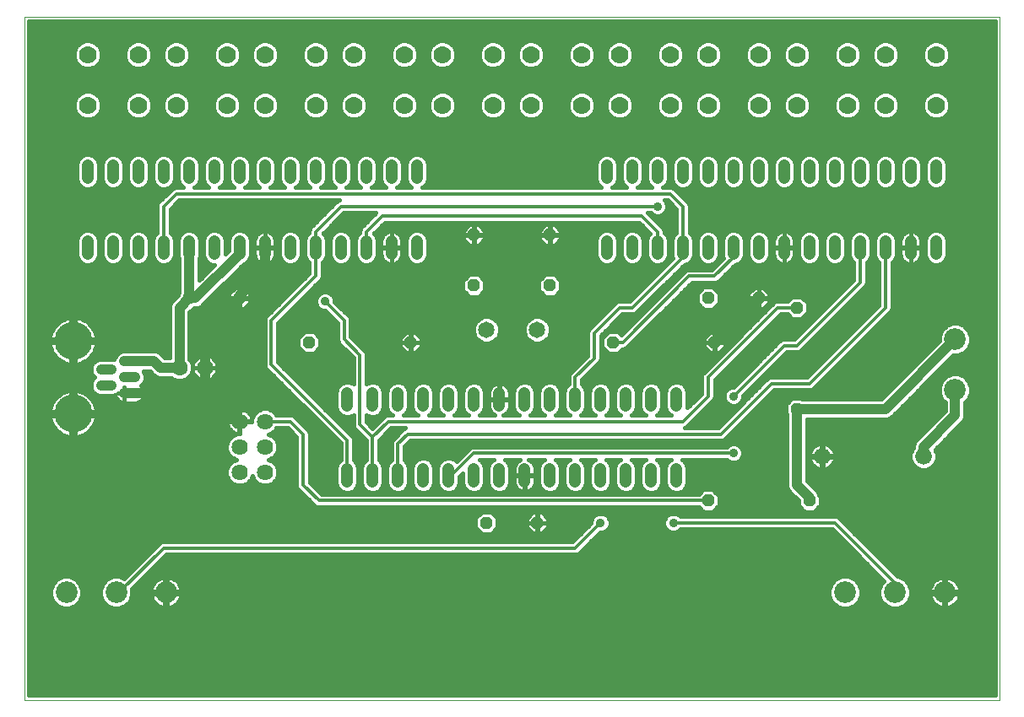
<source format=gtl>
G75*
%MOIN*%
%OFA0B0*%
%FSLAX24Y24*%
%IPPOS*%
%LPD*%
%AMOC8*
5,1,8,0,0,1.08239X$1,22.5*
%
%ADD10C,0.0000*%
%ADD11C,0.0480*%
%ADD12OC8,0.0480*%
%ADD13C,0.1500*%
%ADD14C,0.0413*%
%ADD15C,0.0860*%
%ADD16C,0.0650*%
%ADD17C,0.0700*%
%ADD18C,0.0640*%
%ADD19OC8,0.0630*%
%ADD20C,0.0630*%
%ADD21C,0.0660*%
%ADD22C,0.0400*%
%ADD23C,0.0150*%
%ADD24C,0.0120*%
%ADD25C,0.0356*%
D10*
X000675Y000675D02*
X039175Y000675D01*
X039175Y027675D01*
X000675Y027675D01*
X000675Y000675D01*
D11*
X013425Y009310D02*
X013425Y009790D01*
X014425Y009790D02*
X014425Y009310D01*
X015425Y009310D02*
X015425Y009790D01*
X016425Y009790D02*
X016425Y009310D01*
X017425Y009310D02*
X017425Y009790D01*
X018425Y009790D02*
X018425Y009310D01*
X019425Y009310D02*
X019425Y009790D01*
X020425Y009790D02*
X020425Y009310D01*
X021425Y009310D02*
X021425Y009790D01*
X022425Y009790D02*
X022425Y009310D01*
X023425Y009310D02*
X023425Y009790D01*
X024425Y009790D02*
X024425Y009310D01*
X025425Y009310D02*
X025425Y009790D01*
X026425Y009790D02*
X026425Y009310D01*
X026425Y012310D02*
X026425Y012790D01*
X025425Y012790D02*
X025425Y012310D01*
X024425Y012310D02*
X024425Y012790D01*
X023425Y012790D02*
X023425Y012310D01*
X022425Y012310D02*
X022425Y012790D01*
X021425Y012790D02*
X021425Y012310D01*
X020425Y012310D02*
X020425Y012790D01*
X019425Y012790D02*
X019425Y012310D01*
X018425Y012310D02*
X018425Y012790D01*
X017425Y012790D02*
X017425Y012310D01*
X016425Y012310D02*
X016425Y012790D01*
X015425Y012790D02*
X015425Y012310D01*
X014425Y012310D02*
X014425Y012790D01*
X013425Y012790D02*
X013425Y012310D01*
X013175Y018310D02*
X013175Y018790D01*
X014175Y018790D02*
X014175Y018310D01*
X015175Y018310D02*
X015175Y018790D01*
X016175Y018790D02*
X016175Y018310D01*
X012175Y018310D02*
X012175Y018790D01*
X011175Y018790D02*
X011175Y018310D01*
X010175Y018310D02*
X010175Y018790D01*
X009175Y018790D02*
X009175Y018310D01*
X008175Y018310D02*
X008175Y018790D01*
X007175Y018790D02*
X007175Y018310D01*
X006175Y018310D02*
X006175Y018790D01*
X005175Y018790D02*
X005175Y018310D01*
X004175Y018310D02*
X004175Y018790D01*
X003175Y018790D02*
X003175Y018310D01*
X003175Y021310D02*
X003175Y021790D01*
X004175Y021790D02*
X004175Y021310D01*
X005175Y021310D02*
X005175Y021790D01*
X006175Y021790D02*
X006175Y021310D01*
X007175Y021310D02*
X007175Y021790D01*
X008175Y021790D02*
X008175Y021310D01*
X009175Y021310D02*
X009175Y021790D01*
X010175Y021790D02*
X010175Y021310D01*
X011175Y021310D02*
X011175Y021790D01*
X012175Y021790D02*
X012175Y021310D01*
X013175Y021310D02*
X013175Y021790D01*
X014175Y021790D02*
X014175Y021310D01*
X015175Y021310D02*
X015175Y021790D01*
X016175Y021790D02*
X016175Y021310D01*
X023675Y021310D02*
X023675Y021790D01*
X024675Y021790D02*
X024675Y021310D01*
X025675Y021310D02*
X025675Y021790D01*
X026675Y021790D02*
X026675Y021310D01*
X027675Y021310D02*
X027675Y021790D01*
X028675Y021790D02*
X028675Y021310D01*
X029675Y021310D02*
X029675Y021790D01*
X030675Y021790D02*
X030675Y021310D01*
X031675Y021310D02*
X031675Y021790D01*
X032675Y021790D02*
X032675Y021310D01*
X033675Y021310D02*
X033675Y021790D01*
X034675Y021790D02*
X034675Y021310D01*
X035675Y021310D02*
X035675Y021790D01*
X036675Y021790D02*
X036675Y021310D01*
X036675Y018790D02*
X036675Y018310D01*
X035675Y018310D02*
X035675Y018790D01*
X034675Y018790D02*
X034675Y018310D01*
X033675Y018310D02*
X033675Y018790D01*
X032675Y018790D02*
X032675Y018310D01*
X031675Y018310D02*
X031675Y018790D01*
X030675Y018790D02*
X030675Y018310D01*
X029675Y018310D02*
X029675Y018790D01*
X028675Y018790D02*
X028675Y018310D01*
X027675Y018310D02*
X027675Y018790D01*
X026675Y018790D02*
X026675Y018310D01*
X025675Y018310D02*
X025675Y018790D01*
X024675Y018790D02*
X024675Y018310D01*
X023675Y018310D02*
X023675Y018790D01*
D12*
X021425Y019050D03*
X021425Y017050D03*
X018425Y017050D03*
X018425Y019050D03*
X015925Y014800D03*
X011925Y014800D03*
X009175Y016550D03*
X007175Y016550D03*
X018925Y007675D03*
X020925Y007675D03*
X027675Y008550D03*
X031675Y008550D03*
X031175Y012175D03*
X027925Y014800D03*
X027675Y016550D03*
X029675Y016550D03*
X031175Y016175D03*
X023925Y014800D03*
D13*
X002599Y014862D03*
X002599Y011988D03*
D14*
X003702Y013110D02*
X004115Y013110D01*
X004627Y012795D02*
X005040Y012795D01*
X005040Y013425D02*
X004627Y013425D01*
X004115Y013740D02*
X003702Y013740D01*
X004627Y014055D02*
X005040Y014055D01*
D15*
X004300Y004925D03*
X002331Y004925D03*
X006269Y004925D03*
X033081Y004925D03*
X035050Y004925D03*
X037019Y004925D03*
X037425Y012925D03*
X037425Y014925D03*
D16*
X020925Y015300D03*
X018925Y015300D03*
D17*
X019175Y024175D03*
X020675Y024175D03*
X022675Y024175D03*
X024175Y024175D03*
X026175Y024175D03*
X027675Y024175D03*
X029675Y024175D03*
X031175Y024175D03*
X033175Y024175D03*
X034675Y024175D03*
X036675Y024175D03*
X036675Y026175D03*
X034675Y026175D03*
X033175Y026175D03*
X031175Y026175D03*
X029675Y026175D03*
X027675Y026175D03*
X026175Y026175D03*
X024175Y026175D03*
X022675Y026175D03*
X020675Y026175D03*
X019175Y026175D03*
X017175Y026175D03*
X015675Y026175D03*
X013675Y026175D03*
X012175Y026175D03*
X010175Y026175D03*
X008675Y026175D03*
X006675Y026175D03*
X005175Y026175D03*
X003175Y026175D03*
X003175Y024175D03*
X005175Y024175D03*
X006675Y024175D03*
X008675Y024175D03*
X010175Y024175D03*
X012175Y024175D03*
X013675Y024175D03*
X015675Y024175D03*
X017175Y024175D03*
D18*
X010175Y011675D03*
X009175Y011675D03*
X009175Y010675D03*
X010175Y010675D03*
X010175Y009675D03*
X009175Y009675D03*
D19*
X007800Y013800D03*
D20*
X006800Y013800D03*
D21*
X032175Y010300D03*
X036175Y010300D03*
D22*
X036175Y010675D01*
X037425Y011925D01*
X037425Y012925D01*
X037425Y014925D02*
X034675Y012175D01*
X031175Y012175D01*
X031175Y009175D01*
X031675Y008675D01*
X031675Y008550D01*
X027925Y014800D02*
X029675Y016550D01*
X010175Y017675D02*
X010175Y018550D01*
X009175Y018550D02*
X009175Y018300D01*
X007425Y016550D01*
X007175Y016550D01*
X007175Y018550D01*
X007175Y016550D02*
X006800Y016175D01*
X006800Y013800D01*
X006050Y013800D01*
X005795Y014055D01*
X004627Y014055D01*
X004627Y012795D02*
X008055Y012795D01*
X009175Y011675D01*
X007800Y013050D01*
X007800Y013800D01*
X007800Y015175D01*
X009175Y016550D01*
X009175Y016675D01*
X010175Y017675D01*
D23*
X010170Y017895D02*
X010170Y018545D01*
X009760Y018545D01*
X009760Y018277D01*
X009770Y018213D01*
X009790Y018151D01*
X009820Y018092D01*
X009858Y018040D01*
X009905Y017993D01*
X009957Y017955D01*
X010016Y017925D01*
X010078Y017905D01*
X010142Y017895D01*
X010170Y017895D01*
X010180Y017895D02*
X010208Y017895D01*
X010272Y017905D01*
X010334Y017925D01*
X010393Y017955D01*
X010445Y017993D01*
X010492Y018040D01*
X010530Y018092D01*
X010560Y018151D01*
X010580Y018213D01*
X010590Y018277D01*
X010590Y018545D01*
X010180Y018545D01*
X010180Y018555D01*
X010170Y018555D01*
X010170Y019205D01*
X010142Y019205D01*
X010078Y019195D01*
X010016Y019175D01*
X009957Y019145D01*
X009905Y019107D01*
X009858Y019060D01*
X009820Y019008D01*
X009790Y018949D01*
X009770Y018887D01*
X009760Y018823D01*
X009760Y018555D01*
X010170Y018555D01*
X010170Y018545D01*
X010180Y018545D01*
X010180Y017895D01*
X010180Y017941D02*
X010170Y017941D01*
X010170Y018089D02*
X010180Y018089D01*
X010170Y018238D02*
X010180Y018238D01*
X010170Y018386D02*
X010180Y018386D01*
X010170Y018535D02*
X010180Y018535D01*
X010180Y018555D02*
X010590Y018555D01*
X010590Y018823D01*
X010580Y018887D01*
X010560Y018949D01*
X010530Y019008D01*
X010492Y019060D01*
X010445Y019107D01*
X010393Y019145D01*
X010334Y019175D01*
X010272Y019195D01*
X010208Y019205D01*
X010180Y019205D01*
X010180Y018555D01*
X010170Y018683D02*
X010180Y018683D01*
X010170Y018832D02*
X010180Y018832D01*
X010170Y018980D02*
X010180Y018980D01*
X010170Y019129D02*
X010180Y019129D01*
X010415Y019129D02*
X010898Y019129D01*
X010929Y019159D02*
X010806Y019036D01*
X010740Y018877D01*
X010740Y018223D01*
X010806Y018064D01*
X010929Y017941D01*
X011088Y017875D01*
X011262Y017875D01*
X011421Y017941D01*
X011544Y018064D01*
X011610Y018223D01*
X011610Y018877D01*
X011544Y019036D01*
X011421Y019159D01*
X011262Y019225D01*
X011088Y019225D01*
X010929Y019159D01*
X010783Y018980D02*
X010544Y018980D01*
X010589Y018832D02*
X010740Y018832D01*
X010740Y018683D02*
X010590Y018683D01*
X010590Y018535D02*
X010740Y018535D01*
X010740Y018386D02*
X010590Y018386D01*
X010584Y018238D02*
X010740Y018238D01*
X010796Y018089D02*
X010527Y018089D01*
X010364Y017941D02*
X010930Y017941D01*
X011420Y017941D02*
X011920Y017941D01*
X011920Y017950D02*
X011920Y017531D01*
X010281Y015891D01*
X010209Y015819D01*
X010170Y015726D01*
X010170Y013874D01*
X010209Y013781D01*
X010281Y013709D01*
X013170Y010819D01*
X013170Y010150D01*
X013056Y010036D01*
X012990Y009877D01*
X012990Y009223D01*
X013056Y009064D01*
X013179Y008941D01*
X013338Y008875D01*
X013512Y008875D01*
X013671Y008941D01*
X013794Y009064D01*
X013860Y009223D01*
X013860Y009877D01*
X013794Y010036D01*
X013680Y010150D01*
X013680Y010976D01*
X013641Y011069D01*
X013569Y011141D01*
X010680Y014031D01*
X010680Y015569D01*
X012391Y017281D01*
X012430Y017374D01*
X012430Y017950D01*
X012544Y018064D01*
X012610Y018223D01*
X012610Y018877D01*
X012544Y019036D01*
X012470Y019110D01*
X013281Y019920D01*
X014559Y019920D01*
X013959Y019319D01*
X013920Y019226D01*
X013920Y019150D01*
X013806Y019036D01*
X013740Y018877D01*
X013740Y018223D01*
X013806Y018064D01*
X013929Y017941D01*
X014088Y017875D01*
X014262Y017875D01*
X014421Y017941D01*
X014544Y018064D01*
X014610Y018223D01*
X014610Y018877D01*
X014544Y019036D01*
X014470Y019110D01*
X014906Y019545D01*
X024944Y019545D01*
X025380Y019110D01*
X025306Y019036D01*
X025240Y018877D01*
X025240Y018223D01*
X025306Y018064D01*
X025429Y017941D01*
X025588Y017875D01*
X025762Y017875D01*
X025921Y017941D01*
X026044Y018064D01*
X026110Y018223D01*
X026110Y018877D01*
X026044Y019036D01*
X025930Y019150D01*
X025930Y019226D01*
X025891Y019319D01*
X025819Y019391D01*
X025291Y019920D01*
X025402Y019920D01*
X025464Y019859D01*
X025601Y019802D01*
X025749Y019802D01*
X025886Y019859D01*
X025991Y019964D01*
X026048Y020101D01*
X026048Y020249D01*
X025991Y020386D01*
X025958Y020420D01*
X026069Y020420D01*
X026420Y020069D01*
X026420Y019150D01*
X026306Y019036D01*
X026240Y018877D01*
X026240Y018223D01*
X026276Y018137D01*
X024569Y016430D01*
X024124Y016430D01*
X024031Y016391D01*
X023031Y015391D01*
X022959Y015319D01*
X022920Y015226D01*
X022920Y014281D01*
X022281Y013641D01*
X022209Y013569D01*
X022170Y013476D01*
X022170Y013150D01*
X022056Y013036D01*
X021990Y012877D01*
X021990Y012223D01*
X022056Y012064D01*
X022179Y011941D01*
X022206Y011930D01*
X021644Y011930D01*
X021671Y011941D01*
X021794Y012064D01*
X021860Y012223D01*
X021860Y012877D01*
X021794Y013036D01*
X021671Y013159D01*
X021512Y013225D01*
X021338Y013225D01*
X021179Y013159D01*
X021056Y013036D01*
X020990Y012877D01*
X020990Y012223D01*
X021056Y012064D01*
X021179Y011941D01*
X021206Y011930D01*
X020644Y011930D01*
X020671Y011941D01*
X020794Y012064D01*
X020860Y012223D01*
X020860Y012877D01*
X020794Y013036D01*
X020671Y013159D01*
X020512Y013225D01*
X020338Y013225D01*
X020179Y013159D01*
X020056Y013036D01*
X019990Y012877D01*
X019990Y012223D01*
X020056Y012064D01*
X020179Y011941D01*
X020206Y011930D01*
X019593Y011930D01*
X019643Y011955D01*
X019695Y011993D01*
X019742Y012040D01*
X019780Y012092D01*
X019810Y012151D01*
X019830Y012213D01*
X019840Y012277D01*
X019840Y012545D01*
X019430Y012545D01*
X019430Y012555D01*
X019420Y012555D01*
X019420Y013205D01*
X019392Y013205D01*
X019328Y013195D01*
X019266Y013175D01*
X019207Y013145D01*
X019155Y013107D01*
X019108Y013060D01*
X019070Y013008D01*
X019040Y012949D01*
X019020Y012887D01*
X019010Y012823D01*
X019010Y012555D01*
X019420Y012555D01*
X019420Y012545D01*
X019010Y012545D01*
X019010Y012277D01*
X019020Y012213D01*
X019040Y012151D01*
X019070Y012092D01*
X019108Y012040D01*
X019155Y011993D01*
X019207Y011955D01*
X019257Y011930D01*
X018644Y011930D01*
X018671Y011941D01*
X018794Y012064D01*
X018860Y012223D01*
X018860Y012877D01*
X018794Y013036D01*
X018671Y013159D01*
X018512Y013225D01*
X018338Y013225D01*
X018179Y013159D01*
X018056Y013036D01*
X017990Y012877D01*
X017990Y012223D01*
X018056Y012064D01*
X018179Y011941D01*
X018206Y011930D01*
X017644Y011930D01*
X017671Y011941D01*
X017794Y012064D01*
X017860Y012223D01*
X017860Y012877D01*
X017794Y013036D01*
X017671Y013159D01*
X017512Y013225D01*
X017338Y013225D01*
X017179Y013159D01*
X017056Y013036D01*
X016990Y012877D01*
X016990Y012223D01*
X017056Y012064D01*
X017179Y011941D01*
X017206Y011930D01*
X016644Y011930D01*
X016671Y011941D01*
X016794Y012064D01*
X016860Y012223D01*
X016860Y012877D01*
X016794Y013036D01*
X016671Y013159D01*
X016512Y013225D01*
X016338Y013225D01*
X016179Y013159D01*
X016056Y013036D01*
X015990Y012877D01*
X015990Y012223D01*
X016056Y012064D01*
X016179Y011941D01*
X016206Y011930D01*
X015644Y011930D01*
X015671Y011941D01*
X015794Y012064D01*
X015860Y012223D01*
X015860Y012877D01*
X015794Y013036D01*
X015671Y013159D01*
X015512Y013225D01*
X015338Y013225D01*
X015179Y013159D01*
X015056Y013036D01*
X014990Y012877D01*
X014990Y012223D01*
X015056Y012064D01*
X015179Y011941D01*
X015206Y011930D01*
X014999Y011930D01*
X014906Y011891D01*
X014425Y011411D01*
X014180Y011656D01*
X014180Y011941D01*
X014338Y011875D01*
X014512Y011875D01*
X014671Y011941D01*
X014794Y012064D01*
X014860Y012223D01*
X014860Y012877D01*
X014794Y013036D01*
X014671Y013159D01*
X014512Y013225D01*
X014338Y013225D01*
X014180Y013159D01*
X014180Y014351D01*
X014141Y014444D01*
X014069Y014516D01*
X013555Y015031D01*
X013555Y015726D01*
X013516Y015819D01*
X012923Y016413D01*
X012923Y016499D01*
X012866Y016636D01*
X012761Y016741D01*
X012624Y016798D01*
X012476Y016798D01*
X012339Y016741D01*
X012234Y016636D01*
X012177Y016499D01*
X012177Y016351D01*
X012234Y016214D01*
X012339Y016109D01*
X012476Y016052D01*
X012562Y016052D01*
X013045Y015569D01*
X013045Y014874D01*
X013084Y014781D01*
X013670Y014194D01*
X013670Y013159D01*
X013512Y013225D01*
X013338Y013225D01*
X013179Y013159D01*
X013056Y013036D01*
X012990Y012877D01*
X012990Y012223D01*
X013056Y012064D01*
X013179Y011941D01*
X013338Y011875D01*
X013512Y011875D01*
X013670Y011941D01*
X013670Y011499D01*
X013709Y011406D01*
X013781Y011334D01*
X014170Y010944D01*
X014170Y010150D01*
X014056Y010036D01*
X013990Y009877D01*
X013990Y009223D01*
X014056Y009064D01*
X014179Y008941D01*
X014338Y008875D01*
X014512Y008875D01*
X014671Y008941D01*
X014794Y009064D01*
X014860Y009223D01*
X014860Y009877D01*
X014794Y010036D01*
X014680Y010150D01*
X014680Y010944D01*
X015156Y011420D01*
X015725Y011420D01*
X015656Y011391D01*
X015584Y011319D01*
X015281Y011016D01*
X015281Y011016D01*
X015209Y010944D01*
X015170Y010851D01*
X015170Y010150D01*
X015056Y010036D01*
X014990Y009877D01*
X014990Y009223D01*
X015056Y009064D01*
X015179Y008941D01*
X015338Y008875D01*
X015512Y008875D01*
X015671Y008941D01*
X015794Y009064D01*
X015860Y009223D01*
X015860Y009877D01*
X015794Y010036D01*
X015680Y010150D01*
X015680Y010694D01*
X015906Y010920D01*
X028226Y010920D01*
X028319Y010959D01*
X030281Y012920D01*
X031726Y012920D01*
X031819Y012959D01*
X034891Y016031D01*
X034930Y016124D01*
X034930Y017950D01*
X035044Y018064D01*
X035110Y018223D01*
X035110Y018877D01*
X035044Y019036D01*
X034921Y019159D01*
X034762Y019225D01*
X034588Y019225D01*
X034429Y019159D01*
X034306Y019036D01*
X034240Y018877D01*
X034240Y018223D01*
X034306Y018064D01*
X034420Y017950D01*
X034420Y016281D01*
X031569Y013430D01*
X030124Y013430D01*
X030031Y013391D01*
X029959Y013319D01*
X028069Y011430D01*
X026750Y011430D01*
X026819Y011459D01*
X026891Y011531D01*
X027891Y012531D01*
X027930Y012624D01*
X027930Y013319D01*
X030531Y015920D01*
X030815Y015920D01*
X030995Y015740D01*
X031355Y015740D01*
X031610Y015995D01*
X031610Y016355D01*
X031355Y016610D01*
X030995Y016610D01*
X030815Y016430D01*
X030374Y016430D01*
X030281Y016391D01*
X027531Y013641D01*
X027459Y013569D01*
X027420Y013476D01*
X027420Y012781D01*
X026858Y012219D01*
X026860Y012223D01*
X026860Y012877D01*
X026794Y013036D01*
X026671Y013159D01*
X026512Y013225D01*
X026338Y013225D01*
X026179Y013159D01*
X026056Y013036D01*
X025990Y012877D01*
X025990Y012223D01*
X026056Y012064D01*
X026179Y011941D01*
X026206Y011930D01*
X025644Y011930D01*
X025671Y011941D01*
X025794Y012064D01*
X025860Y012223D01*
X025860Y012877D01*
X025794Y013036D01*
X025671Y013159D01*
X025512Y013225D01*
X025338Y013225D01*
X025179Y013159D01*
X025056Y013036D01*
X024990Y012877D01*
X024990Y012223D01*
X025056Y012064D01*
X025179Y011941D01*
X025206Y011930D01*
X024644Y011930D01*
X024671Y011941D01*
X024794Y012064D01*
X024860Y012223D01*
X024860Y012877D01*
X024794Y013036D01*
X024671Y013159D01*
X024512Y013225D01*
X024338Y013225D01*
X024179Y013159D01*
X024056Y013036D01*
X023990Y012877D01*
X023990Y012223D01*
X024056Y012064D01*
X024179Y011941D01*
X024206Y011930D01*
X023644Y011930D01*
X023671Y011941D01*
X023794Y012064D01*
X023860Y012223D01*
X023860Y012877D01*
X023794Y013036D01*
X023671Y013159D01*
X023512Y013225D01*
X023338Y013225D01*
X023179Y013159D01*
X023056Y013036D01*
X022990Y012877D01*
X022990Y012223D01*
X023056Y012064D01*
X023179Y011941D01*
X023206Y011930D01*
X022644Y011930D01*
X022671Y011941D01*
X022794Y012064D01*
X022860Y012223D01*
X022860Y012877D01*
X022794Y013036D01*
X022680Y013150D01*
X022680Y013319D01*
X023391Y014031D01*
X023430Y014124D01*
X023430Y015069D01*
X024281Y015920D01*
X024726Y015920D01*
X024819Y015959D01*
X024891Y016031D01*
X026736Y017875D01*
X026762Y017875D01*
X026921Y017941D01*
X027044Y018064D01*
X027110Y018223D01*
X027110Y018877D01*
X027044Y019036D01*
X026930Y019150D01*
X026930Y020226D01*
X026891Y020319D01*
X026319Y020891D01*
X026226Y020930D01*
X025894Y020930D01*
X025921Y020941D01*
X026044Y021064D01*
X026110Y021223D01*
X026110Y021877D01*
X026044Y022036D01*
X025921Y022159D01*
X025762Y022225D01*
X025588Y022225D01*
X025429Y022159D01*
X025306Y022036D01*
X025240Y021877D01*
X025240Y021223D01*
X025306Y021064D01*
X025429Y020941D01*
X025456Y020930D01*
X024894Y020930D01*
X024921Y020941D01*
X025044Y021064D01*
X025110Y021223D01*
X025110Y021877D01*
X025044Y022036D01*
X024921Y022159D01*
X024762Y022225D01*
X024588Y022225D01*
X024429Y022159D01*
X024306Y022036D01*
X024240Y021877D01*
X024240Y021223D01*
X024306Y021064D01*
X024429Y020941D01*
X024456Y020930D01*
X023894Y020930D01*
X023921Y020941D01*
X024044Y021064D01*
X024110Y021223D01*
X024110Y021877D01*
X024044Y022036D01*
X023921Y022159D01*
X023762Y022225D01*
X023588Y022225D01*
X023429Y022159D01*
X023306Y022036D01*
X023240Y021877D01*
X023240Y021223D01*
X023306Y021064D01*
X023429Y020941D01*
X023456Y020930D01*
X016394Y020930D01*
X016421Y020941D01*
X016544Y021064D01*
X016610Y021223D01*
X016610Y021877D01*
X016544Y022036D01*
X016421Y022159D01*
X016262Y022225D01*
X016088Y022225D01*
X015929Y022159D01*
X015806Y022036D01*
X015740Y021877D01*
X015740Y021223D01*
X015806Y021064D01*
X015929Y020941D01*
X015956Y020930D01*
X015394Y020930D01*
X015421Y020941D01*
X015544Y021064D01*
X015610Y021223D01*
X015610Y021877D01*
X015544Y022036D01*
X015421Y022159D01*
X015262Y022225D01*
X015088Y022225D01*
X014929Y022159D01*
X014806Y022036D01*
X014740Y021877D01*
X014740Y021223D01*
X014806Y021064D01*
X014929Y020941D01*
X014956Y020930D01*
X014394Y020930D01*
X014421Y020941D01*
X014544Y021064D01*
X014610Y021223D01*
X014610Y021877D01*
X014544Y022036D01*
X014421Y022159D01*
X014262Y022225D01*
X014088Y022225D01*
X013929Y022159D01*
X013806Y022036D01*
X013740Y021877D01*
X013740Y021223D01*
X013806Y021064D01*
X013929Y020941D01*
X013956Y020930D01*
X013394Y020930D01*
X013421Y020941D01*
X013544Y021064D01*
X013610Y021223D01*
X013610Y021877D01*
X013544Y022036D01*
X013421Y022159D01*
X013262Y022225D01*
X013088Y022225D01*
X012929Y022159D01*
X012806Y022036D01*
X012740Y021877D01*
X012740Y021223D01*
X012806Y021064D01*
X012929Y020941D01*
X012956Y020930D01*
X012394Y020930D01*
X012421Y020941D01*
X012544Y021064D01*
X012610Y021223D01*
X012610Y021877D01*
X012544Y022036D01*
X012421Y022159D01*
X012262Y022225D01*
X012088Y022225D01*
X011929Y022159D01*
X011806Y022036D01*
X011740Y021877D01*
X011740Y021223D01*
X011806Y021064D01*
X011929Y020941D01*
X011956Y020930D01*
X011394Y020930D01*
X011421Y020941D01*
X011544Y021064D01*
X011610Y021223D01*
X011610Y021877D01*
X011544Y022036D01*
X011421Y022159D01*
X011262Y022225D01*
X011088Y022225D01*
X010929Y022159D01*
X010806Y022036D01*
X010740Y021877D01*
X010740Y021223D01*
X010806Y021064D01*
X010929Y020941D01*
X010956Y020930D01*
X010394Y020930D01*
X010421Y020941D01*
X010544Y021064D01*
X010610Y021223D01*
X010610Y021877D01*
X010544Y022036D01*
X010421Y022159D01*
X010262Y022225D01*
X010088Y022225D01*
X009929Y022159D01*
X009806Y022036D01*
X009740Y021877D01*
X009740Y021223D01*
X009806Y021064D01*
X009929Y020941D01*
X009956Y020930D01*
X009394Y020930D01*
X009421Y020941D01*
X009544Y021064D01*
X009610Y021223D01*
X009610Y021877D01*
X009544Y022036D01*
X009421Y022159D01*
X009262Y022225D01*
X009088Y022225D01*
X008929Y022159D01*
X008806Y022036D01*
X008740Y021877D01*
X008740Y021223D01*
X008806Y021064D01*
X008929Y020941D01*
X008956Y020930D01*
X008394Y020930D01*
X008421Y020941D01*
X008544Y021064D01*
X008610Y021223D01*
X008610Y021877D01*
X008544Y022036D01*
X008421Y022159D01*
X008262Y022225D01*
X008088Y022225D01*
X007929Y022159D01*
X007806Y022036D01*
X007740Y021877D01*
X007740Y021223D01*
X007806Y021064D01*
X007929Y020941D01*
X007956Y020930D01*
X007394Y020930D01*
X007421Y020941D01*
X007544Y021064D01*
X007610Y021223D01*
X007610Y021877D01*
X007544Y022036D01*
X007421Y022159D01*
X007262Y022225D01*
X007088Y022225D01*
X006929Y022159D01*
X006806Y022036D01*
X006740Y021877D01*
X006740Y021223D01*
X006806Y021064D01*
X006929Y020941D01*
X006956Y020930D01*
X006624Y020930D01*
X006531Y020891D01*
X005959Y020319D01*
X005920Y020226D01*
X005920Y019150D01*
X005806Y019036D01*
X005740Y018877D01*
X005740Y018223D01*
X005806Y018064D01*
X005929Y017941D01*
X006088Y017875D01*
X006262Y017875D01*
X006421Y017941D01*
X006544Y018064D01*
X006610Y018223D01*
X006610Y018877D01*
X006544Y019036D01*
X006430Y019150D01*
X006430Y020069D01*
X006781Y020420D01*
X013100Y020420D01*
X013031Y020391D01*
X012959Y020319D01*
X011959Y019319D01*
X011920Y019226D01*
X011920Y019150D01*
X011806Y019036D01*
X011740Y018877D01*
X011740Y018223D01*
X011806Y018064D01*
X011920Y017950D01*
X011920Y017792D02*
X009226Y017792D01*
X009342Y017908D02*
X009421Y017941D01*
X009544Y018064D01*
X009610Y018223D01*
X009610Y018877D01*
X009544Y019036D01*
X009421Y019159D01*
X009262Y019225D01*
X009088Y019225D01*
X008929Y019159D01*
X008806Y019036D01*
X008740Y018877D01*
X008740Y018424D01*
X008610Y018294D01*
X008610Y018877D01*
X008544Y019036D01*
X008421Y019159D01*
X008262Y019225D01*
X008088Y019225D01*
X007929Y019159D01*
X007806Y019036D01*
X007740Y018877D01*
X007740Y018223D01*
X007806Y018064D01*
X007929Y017941D01*
X008088Y017875D01*
X008191Y017875D01*
X007570Y017254D01*
X007570Y018127D01*
X007610Y018223D01*
X007610Y018877D01*
X007544Y019036D01*
X007421Y019159D01*
X007262Y019225D01*
X007088Y019225D01*
X006929Y019159D01*
X006806Y019036D01*
X006740Y018877D01*
X006740Y018223D01*
X006780Y018127D01*
X006780Y016770D01*
X006740Y016730D01*
X006740Y016674D01*
X006465Y016399D01*
X006405Y016254D01*
X006405Y014195D01*
X006214Y014195D01*
X006019Y014390D01*
X005874Y014450D01*
X005136Y014450D01*
X005120Y014457D01*
X004547Y014457D01*
X004399Y014395D01*
X004286Y014282D01*
X004225Y014135D01*
X004225Y014129D01*
X004195Y014142D01*
X003622Y014142D01*
X003474Y014080D01*
X003361Y013968D01*
X003300Y013820D01*
X003300Y013660D01*
X003361Y013512D01*
X003448Y013425D01*
X003361Y013338D01*
X003300Y013190D01*
X003300Y013030D01*
X003361Y012882D01*
X003474Y012770D01*
X003622Y012708D01*
X004195Y012708D01*
X004250Y012731D01*
X004260Y012684D01*
X004289Y012614D01*
X004330Y012552D01*
X004383Y012499D01*
X004446Y012457D01*
X004515Y012428D01*
X004589Y012413D01*
X004627Y012413D01*
X005078Y012413D01*
X005151Y012428D01*
X005221Y012457D01*
X005283Y012499D01*
X005337Y012552D01*
X005378Y012614D01*
X005407Y012684D01*
X005422Y012757D01*
X005422Y012795D01*
X004627Y012795D01*
X004627Y012795D01*
X005422Y012795D01*
X005422Y012833D01*
X005407Y012906D01*
X005378Y012976D01*
X005337Y013038D01*
X005283Y013092D01*
X005278Y013095D01*
X005381Y013197D01*
X005442Y013345D01*
X005442Y013505D01*
X005381Y013653D01*
X005373Y013660D01*
X005631Y013660D01*
X005715Y013576D01*
X005826Y013465D01*
X005971Y013405D01*
X006474Y013405D01*
X006511Y013368D01*
X006699Y013290D01*
X006901Y013290D01*
X007089Y013368D01*
X007232Y013511D01*
X007310Y013699D01*
X007310Y013901D01*
X007232Y014089D01*
X007195Y014126D01*
X007195Y016011D01*
X007299Y016115D01*
X007355Y016115D01*
X007395Y016155D01*
X007504Y016155D01*
X007649Y016215D01*
X007760Y016326D01*
X009342Y017908D01*
X009420Y017941D02*
X009986Y017941D01*
X009823Y018089D02*
X009554Y018089D01*
X009610Y018238D02*
X009766Y018238D01*
X009760Y018386D02*
X009610Y018386D01*
X009610Y018535D02*
X009760Y018535D01*
X009760Y018683D02*
X009610Y018683D01*
X009610Y018832D02*
X009761Y018832D01*
X009806Y018980D02*
X009567Y018980D01*
X009452Y019129D02*
X009935Y019129D01*
X008898Y019129D02*
X008452Y019129D01*
X008567Y018980D02*
X008783Y018980D01*
X008740Y018832D02*
X008610Y018832D01*
X008610Y018683D02*
X008740Y018683D01*
X008740Y018535D02*
X008610Y018535D01*
X008610Y018386D02*
X008702Y018386D01*
X009077Y017644D02*
X011920Y017644D01*
X011884Y017495D02*
X008929Y017495D01*
X008780Y017347D02*
X011736Y017347D01*
X011587Y017198D02*
X008632Y017198D01*
X008483Y017050D02*
X011439Y017050D01*
X011290Y016901D02*
X009411Y016901D01*
X009347Y016965D02*
X009180Y016965D01*
X009180Y016555D01*
X009590Y016555D01*
X009590Y016722D01*
X009347Y016965D01*
X009170Y016965D02*
X009003Y016965D01*
X008760Y016722D01*
X008760Y016555D01*
X009170Y016555D01*
X009170Y016965D01*
X009170Y016901D02*
X009180Y016901D01*
X009170Y016753D02*
X009180Y016753D01*
X009170Y016604D02*
X009180Y016604D01*
X009180Y016555D02*
X009170Y016555D01*
X009170Y016545D01*
X009180Y016545D01*
X009180Y016555D01*
X009180Y016545D02*
X009590Y016545D01*
X009590Y016378D01*
X009347Y016135D01*
X009180Y016135D01*
X009180Y016545D01*
X009170Y016545D02*
X009170Y016135D01*
X009003Y016135D01*
X008760Y016378D01*
X008760Y016545D01*
X009170Y016545D01*
X009170Y016456D02*
X009180Y016456D01*
X009170Y016307D02*
X009180Y016307D01*
X009170Y016159D02*
X009180Y016159D01*
X009370Y016159D02*
X010548Y016159D01*
X010696Y016307D02*
X009519Y016307D01*
X009590Y016456D02*
X010845Y016456D01*
X010993Y016604D02*
X009590Y016604D01*
X009559Y016753D02*
X011142Y016753D01*
X011566Y016456D02*
X012177Y016456D01*
X012195Y016307D02*
X011418Y016307D01*
X011269Y016159D02*
X012289Y016159D01*
X012604Y016010D02*
X011121Y016010D01*
X010972Y015862D02*
X012753Y015862D01*
X012901Y015713D02*
X010824Y015713D01*
X010680Y015565D02*
X013045Y015565D01*
X013045Y015416D02*
X010680Y015416D01*
X010680Y015268D02*
X013045Y015268D01*
X013045Y015119D02*
X012221Y015119D01*
X012105Y015235D02*
X011745Y015235D01*
X011490Y014980D01*
X011490Y014620D01*
X011745Y014365D01*
X012105Y014365D01*
X012360Y014620D01*
X012360Y014980D01*
X012105Y015235D01*
X012360Y014971D02*
X013045Y014971D01*
X013067Y014822D02*
X012360Y014822D01*
X012360Y014674D02*
X013191Y014674D01*
X013339Y014525D02*
X012265Y014525D01*
X012117Y014377D02*
X013488Y014377D01*
X013636Y014228D02*
X010680Y014228D01*
X010680Y014080D02*
X013670Y014080D01*
X013670Y013931D02*
X010780Y013931D01*
X010928Y013783D02*
X013670Y013783D01*
X013670Y013634D02*
X011077Y013634D01*
X011225Y013486D02*
X013670Y013486D01*
X013670Y013337D02*
X011374Y013337D01*
X011522Y013189D02*
X013250Y013189D01*
X013060Y013040D02*
X011671Y013040D01*
X011819Y012892D02*
X012996Y012892D01*
X012990Y012743D02*
X011968Y012743D01*
X012116Y012595D02*
X012990Y012595D01*
X012990Y012446D02*
X012265Y012446D01*
X012413Y012298D02*
X012990Y012298D01*
X013021Y012149D02*
X012562Y012149D01*
X012710Y012001D02*
X013119Y012001D01*
X012859Y011852D02*
X013670Y011852D01*
X013670Y011704D02*
X013007Y011704D01*
X013156Y011555D02*
X013670Y011555D01*
X013708Y011407D02*
X013304Y011407D01*
X013453Y011258D02*
X013856Y011258D01*
X013781Y011334D02*
X013781Y011334D01*
X013569Y011141D02*
X013569Y011141D01*
X013601Y011110D02*
X014005Y011110D01*
X014153Y010961D02*
X013680Y010961D01*
X013680Y010813D02*
X014170Y010813D01*
X014170Y010664D02*
X013680Y010664D01*
X013680Y010516D02*
X014170Y010516D01*
X014170Y010367D02*
X013680Y010367D01*
X013680Y010219D02*
X014170Y010219D01*
X014090Y010070D02*
X013760Y010070D01*
X013841Y009922D02*
X014009Y009922D01*
X013990Y009773D02*
X013860Y009773D01*
X013860Y009625D02*
X013990Y009625D01*
X013990Y009476D02*
X013860Y009476D01*
X013860Y009328D02*
X013990Y009328D01*
X014008Y009179D02*
X013842Y009179D01*
X013761Y009031D02*
X014089Y009031D01*
X014322Y008882D02*
X013528Y008882D01*
X013322Y008882D02*
X012329Y008882D01*
X012406Y008805D02*
X011930Y009281D01*
X011930Y011226D01*
X011891Y011319D01*
X011819Y011391D01*
X011319Y011891D01*
X011226Y011930D01*
X010627Y011930D01*
X010612Y011967D01*
X010467Y012112D01*
X010277Y012190D01*
X010073Y012190D01*
X009883Y012112D01*
X009738Y011967D01*
X009660Y011777D01*
X009658Y011791D01*
X009634Y011865D01*
X009598Y011934D01*
X009553Y011997D01*
X009497Y012053D01*
X009434Y012098D01*
X009365Y012134D01*
X009291Y012158D01*
X009214Y012170D01*
X009189Y012170D01*
X009189Y011689D01*
X009161Y011689D01*
X009161Y012170D01*
X009136Y012170D01*
X009059Y012158D01*
X008985Y012134D01*
X008916Y012098D01*
X008853Y012053D01*
X008797Y011997D01*
X008752Y011934D01*
X008716Y011865D01*
X008692Y011791D01*
X008680Y011714D01*
X008680Y011689D01*
X009161Y011689D01*
X009161Y011661D01*
X008680Y011661D01*
X008680Y011636D01*
X008692Y011559D01*
X008716Y011485D01*
X008752Y011416D01*
X008797Y011353D01*
X008853Y011297D01*
X008916Y011252D01*
X008985Y011216D01*
X009059Y011192D01*
X009073Y011190D01*
X009073Y011190D01*
X008883Y011112D01*
X008738Y010967D01*
X008660Y010777D01*
X008660Y010573D01*
X008738Y010383D01*
X008883Y010238D01*
X009036Y010175D01*
X008883Y010112D01*
X008738Y009967D01*
X008660Y009777D01*
X008660Y009573D01*
X008738Y009383D01*
X008883Y009238D01*
X009073Y009160D01*
X009277Y009160D01*
X009467Y009238D01*
X009612Y009383D01*
X009675Y009536D01*
X009738Y009383D01*
X009883Y009238D01*
X010073Y009160D01*
X010277Y009160D01*
X010467Y009238D01*
X010612Y009383D01*
X010690Y009573D01*
X010690Y009777D01*
X010612Y009967D01*
X010467Y010112D01*
X010314Y010175D01*
X010467Y010238D01*
X010612Y010383D01*
X010690Y010573D01*
X010690Y010777D01*
X010612Y010967D01*
X010467Y011112D01*
X010314Y011175D01*
X010467Y011238D01*
X010612Y011383D01*
X010627Y011420D01*
X011069Y011420D01*
X011420Y011069D01*
X011420Y009124D01*
X011459Y009031D01*
X012084Y008406D01*
X012156Y008334D01*
X012249Y008295D01*
X027315Y008295D01*
X027495Y008115D01*
X027855Y008115D01*
X028110Y008370D01*
X028110Y008730D01*
X027855Y008985D01*
X027495Y008985D01*
X027315Y008805D01*
X012406Y008805D01*
X012180Y009031D02*
X013089Y009031D01*
X013008Y009179D02*
X012032Y009179D01*
X011930Y009328D02*
X012990Y009328D01*
X012990Y009476D02*
X011930Y009476D01*
X011930Y009625D02*
X012990Y009625D01*
X012990Y009773D02*
X011930Y009773D01*
X011930Y009922D02*
X013009Y009922D01*
X013090Y010070D02*
X011930Y010070D01*
X011930Y010219D02*
X013170Y010219D01*
X013170Y010367D02*
X011930Y010367D01*
X011930Y010516D02*
X013170Y010516D01*
X013170Y010664D02*
X011930Y010664D01*
X011930Y010813D02*
X013170Y010813D01*
X013028Y010961D02*
X011930Y010961D01*
X011930Y011110D02*
X012880Y011110D01*
X012731Y011258D02*
X011917Y011258D01*
X011804Y011407D02*
X012583Y011407D01*
X012434Y011555D02*
X011656Y011555D01*
X011507Y011704D02*
X012286Y011704D01*
X012137Y011852D02*
X011359Y011852D01*
X011083Y011407D02*
X010621Y011407D01*
X010486Y011258D02*
X011231Y011258D01*
X011380Y011110D02*
X010469Y011110D01*
X010614Y010961D02*
X011420Y010961D01*
X011420Y010813D02*
X010675Y010813D01*
X010690Y010664D02*
X011420Y010664D01*
X011420Y010516D02*
X010666Y010516D01*
X010595Y010367D02*
X011420Y010367D01*
X011420Y010219D02*
X010419Y010219D01*
X010508Y010070D02*
X011420Y010070D01*
X011420Y009922D02*
X010630Y009922D01*
X010690Y009773D02*
X011420Y009773D01*
X011420Y009625D02*
X010690Y009625D01*
X010650Y009476D02*
X011420Y009476D01*
X011420Y009328D02*
X010556Y009328D01*
X010323Y009179D02*
X011420Y009179D01*
X011459Y009031D02*
X000850Y009031D01*
X000850Y009179D02*
X009027Y009179D01*
X008794Y009328D02*
X000850Y009328D01*
X000850Y009476D02*
X008700Y009476D01*
X008660Y009625D02*
X000850Y009625D01*
X000850Y009773D02*
X008660Y009773D01*
X008720Y009922D02*
X000850Y009922D01*
X000850Y010070D02*
X008842Y010070D01*
X008931Y010219D02*
X000850Y010219D01*
X000850Y010367D02*
X008755Y010367D01*
X008684Y010516D02*
X000850Y010516D01*
X000850Y010664D02*
X008660Y010664D01*
X008675Y010813D02*
X000850Y010813D01*
X000850Y010961D02*
X008736Y010961D01*
X008881Y011110D02*
X002889Y011110D01*
X002856Y011098D02*
X002954Y011132D01*
X003047Y011177D01*
X003135Y011232D01*
X003217Y011297D01*
X003290Y011371D01*
X003355Y011452D01*
X003410Y011540D01*
X003455Y011633D01*
X003489Y011732D01*
X003513Y011833D01*
X003522Y011913D01*
X002674Y011913D01*
X002674Y011066D01*
X002754Y011075D01*
X002856Y011098D01*
X002674Y011110D02*
X002524Y011110D01*
X002524Y011066D02*
X002524Y011913D01*
X001677Y011913D01*
X001686Y011833D01*
X001709Y011732D01*
X001743Y011633D01*
X001788Y011540D01*
X001844Y011452D01*
X001908Y011371D01*
X001982Y011297D01*
X002063Y011232D01*
X002151Y011177D01*
X002245Y011132D01*
X002343Y011098D01*
X002444Y011075D01*
X002524Y011066D01*
X002524Y011258D02*
X002674Y011258D01*
X002674Y011407D02*
X002524Y011407D01*
X002524Y011555D02*
X002674Y011555D01*
X002674Y011704D02*
X002524Y011704D01*
X002524Y011852D02*
X002674Y011852D01*
X002674Y011913D02*
X002524Y011913D01*
X002524Y012063D01*
X001677Y012063D01*
X001686Y012143D01*
X001709Y012244D01*
X001743Y012343D01*
X001788Y012436D01*
X001844Y012524D01*
X001908Y012605D01*
X001982Y012679D01*
X002063Y012744D01*
X002151Y012799D01*
X002245Y012844D01*
X002343Y012878D01*
X002444Y012901D01*
X002524Y012910D01*
X002524Y012063D01*
X002674Y012063D01*
X002674Y012910D01*
X002754Y012901D01*
X002856Y012878D01*
X002954Y012844D01*
X003047Y012799D01*
X003135Y012744D01*
X003217Y012679D01*
X003290Y012605D01*
X003355Y012524D01*
X003410Y012436D01*
X003455Y012343D01*
X003489Y012244D01*
X003513Y012143D01*
X003522Y012063D01*
X002674Y012063D01*
X002674Y011913D01*
X002674Y012001D02*
X008800Y012001D01*
X008712Y011852D02*
X003515Y011852D01*
X003480Y011704D02*
X008680Y011704D01*
X008694Y011555D02*
X003417Y011555D01*
X003319Y011407D02*
X008758Y011407D01*
X008907Y011258D02*
X003167Y011258D01*
X002309Y011110D02*
X000850Y011110D01*
X000850Y011258D02*
X002031Y011258D01*
X001880Y011407D02*
X000850Y011407D01*
X000850Y011555D02*
X001781Y011555D01*
X001719Y011704D02*
X000850Y011704D01*
X000850Y011852D02*
X001684Y011852D01*
X001687Y012149D02*
X000850Y012149D01*
X000850Y012001D02*
X002524Y012001D01*
X002524Y012149D02*
X002674Y012149D01*
X002674Y012298D02*
X002524Y012298D01*
X002524Y012446D02*
X002674Y012446D01*
X002674Y012595D02*
X002524Y012595D01*
X002524Y012743D02*
X002674Y012743D01*
X002674Y012892D02*
X002524Y012892D01*
X002401Y012892D02*
X000850Y012892D01*
X000850Y013040D02*
X003300Y013040D01*
X003300Y013189D02*
X000850Y013189D01*
X000850Y013337D02*
X003361Y013337D01*
X003388Y013486D02*
X000850Y013486D01*
X000850Y013634D02*
X003311Y013634D01*
X003300Y013783D02*
X000850Y013783D01*
X000850Y013931D02*
X003346Y013931D01*
X003473Y014080D02*
X003093Y014080D01*
X003135Y014106D02*
X003217Y014171D01*
X003290Y014245D01*
X003355Y014326D01*
X003410Y014414D01*
X003455Y014507D01*
X003489Y014606D01*
X003513Y014707D01*
X003522Y014787D01*
X002674Y014787D01*
X002674Y013940D01*
X002754Y013949D01*
X002856Y013972D01*
X002954Y014006D01*
X003047Y014051D01*
X003135Y014106D01*
X003273Y014228D02*
X004264Y014228D01*
X004380Y014377D02*
X003387Y014377D01*
X003461Y014525D02*
X006405Y014525D01*
X006405Y014377D02*
X006032Y014377D01*
X006181Y014228D02*
X006405Y014228D01*
X006405Y014674D02*
X003505Y014674D01*
X003522Y014937D02*
X003513Y015017D01*
X003489Y015118D01*
X003455Y015217D01*
X003410Y015310D01*
X003355Y015398D01*
X003290Y015479D01*
X003217Y015553D01*
X003135Y015618D01*
X003047Y015673D01*
X002954Y015718D01*
X002856Y015752D01*
X002754Y015775D01*
X002674Y015784D01*
X002674Y014937D01*
X002524Y014937D01*
X002524Y014787D01*
X001677Y014787D01*
X001686Y014707D01*
X001709Y014606D01*
X001743Y014507D01*
X001788Y014414D01*
X001844Y014326D01*
X001908Y014245D01*
X001982Y014171D01*
X002063Y014106D01*
X002151Y014051D01*
X002245Y014006D01*
X002343Y013972D01*
X002444Y013949D01*
X002524Y013940D01*
X002524Y014787D01*
X002674Y014787D01*
X002674Y014937D01*
X003522Y014937D01*
X003518Y014971D02*
X006405Y014971D01*
X006405Y015119D02*
X003489Y015119D01*
X003431Y015268D02*
X006405Y015268D01*
X006405Y015416D02*
X003341Y015416D01*
X003202Y015565D02*
X006405Y015565D01*
X006405Y015713D02*
X002964Y015713D01*
X002674Y015713D02*
X002524Y015713D01*
X002524Y015784D02*
X002444Y015775D01*
X002343Y015752D01*
X002245Y015718D01*
X002151Y015673D01*
X002063Y015618D01*
X001982Y015553D01*
X001908Y015479D01*
X001844Y015398D01*
X001788Y015310D01*
X001743Y015217D01*
X001709Y015118D01*
X001686Y015017D01*
X001677Y014937D01*
X002524Y014937D01*
X002524Y015784D01*
X002524Y015565D02*
X002674Y015565D01*
X002674Y015416D02*
X002524Y015416D01*
X002524Y015268D02*
X002674Y015268D01*
X002674Y015119D02*
X002524Y015119D01*
X002524Y014971D02*
X002674Y014971D01*
X002674Y014822D02*
X006405Y014822D01*
X007195Y014822D02*
X010170Y014822D01*
X010170Y014674D02*
X007195Y014674D01*
X007195Y014525D02*
X010170Y014525D01*
X010170Y014377D02*
X007195Y014377D01*
X007195Y014228D02*
X007535Y014228D01*
X007597Y014290D02*
X007310Y014003D01*
X007310Y013805D01*
X007795Y013805D01*
X007795Y014290D01*
X007597Y014290D01*
X007795Y014228D02*
X007805Y014228D01*
X007805Y014290D02*
X008003Y014290D01*
X008290Y014003D01*
X008290Y013805D01*
X007805Y013805D01*
X007805Y013795D01*
X008290Y013795D01*
X008290Y013597D01*
X008003Y013310D01*
X007805Y013310D01*
X007805Y013795D01*
X007795Y013795D01*
X007795Y013310D01*
X007597Y013310D01*
X007310Y013597D01*
X007310Y013795D01*
X007795Y013795D01*
X007795Y013805D01*
X007805Y013805D01*
X007805Y014290D01*
X007795Y014080D02*
X007805Y014080D01*
X007795Y013931D02*
X007805Y013931D01*
X007795Y013783D02*
X007805Y013783D01*
X007795Y013634D02*
X007805Y013634D01*
X007795Y013486D02*
X007805Y013486D01*
X007795Y013337D02*
X007805Y013337D01*
X008030Y013337D02*
X010652Y013337D01*
X010504Y013486D02*
X008178Y013486D01*
X008290Y013634D02*
X010355Y013634D01*
X010281Y013709D02*
X010281Y013709D01*
X010208Y013783D02*
X008290Y013783D01*
X008290Y013931D02*
X010170Y013931D01*
X010170Y014080D02*
X008213Y014080D01*
X008065Y014228D02*
X010170Y014228D01*
X010680Y014377D02*
X011733Y014377D01*
X011585Y014525D02*
X010680Y014525D01*
X010680Y014674D02*
X011490Y014674D01*
X011490Y014822D02*
X010680Y014822D01*
X010680Y014971D02*
X011490Y014971D01*
X011629Y015119D02*
X010680Y015119D01*
X010170Y015119D02*
X007195Y015119D01*
X007195Y014971D02*
X010170Y014971D01*
X010170Y015268D02*
X007195Y015268D01*
X007195Y015416D02*
X010170Y015416D01*
X010170Y015565D02*
X007195Y015565D01*
X007195Y015713D02*
X010170Y015713D01*
X010251Y015862D02*
X007195Y015862D01*
X007195Y016010D02*
X010399Y016010D01*
X011715Y016604D02*
X012220Y016604D01*
X012366Y016753D02*
X011863Y016753D01*
X012012Y016901D02*
X017990Y016901D01*
X017990Y016870D02*
X018245Y016615D01*
X018605Y016615D01*
X018860Y016870D01*
X018860Y017230D01*
X018605Y017485D01*
X018245Y017485D01*
X017990Y017230D01*
X017990Y016870D01*
X018107Y016753D02*
X012734Y016753D01*
X012880Y016604D02*
X024743Y016604D01*
X024595Y016456D02*
X012923Y016456D01*
X013029Y016307D02*
X023946Y016307D01*
X023798Y016159D02*
X013177Y016159D01*
X013326Y016010D02*
X023649Y016010D01*
X023501Y015862D02*
X013474Y015862D01*
X013555Y015713D02*
X018603Y015713D01*
X018630Y015741D02*
X018484Y015595D01*
X018405Y015403D01*
X018405Y015197D01*
X018484Y015005D01*
X018630Y014859D01*
X018822Y014780D01*
X019028Y014780D01*
X019220Y014859D01*
X019366Y015005D01*
X019445Y015197D01*
X019445Y015403D01*
X019366Y015595D01*
X019220Y015741D01*
X019028Y015820D01*
X018822Y015820D01*
X018630Y015741D01*
X018472Y015565D02*
X013555Y015565D01*
X013555Y015416D02*
X018410Y015416D01*
X018405Y015268D02*
X013555Y015268D01*
X013555Y015119D02*
X015657Y015119D01*
X015753Y015215D02*
X015510Y014972D01*
X015510Y014805D01*
X015920Y014805D01*
X015920Y015215D01*
X015753Y015215D01*
X015930Y015215D02*
X016097Y015215D01*
X016340Y014972D01*
X016340Y014805D01*
X015930Y014805D01*
X015930Y014795D01*
X016340Y014795D01*
X016340Y014628D01*
X016097Y014385D01*
X015930Y014385D01*
X015930Y014795D01*
X015920Y014795D01*
X015920Y014385D01*
X015753Y014385D01*
X015510Y014628D01*
X015510Y014795D01*
X015920Y014795D01*
X015920Y014805D01*
X015930Y014805D01*
X015930Y015215D01*
X015920Y015119D02*
X015930Y015119D01*
X015920Y014971D02*
X015930Y014971D01*
X015920Y014822D02*
X015930Y014822D01*
X015920Y014674D02*
X015930Y014674D01*
X015920Y014525D02*
X015930Y014525D01*
X016237Y014525D02*
X022920Y014525D01*
X022920Y014377D02*
X014169Y014377D01*
X014180Y014228D02*
X022867Y014228D01*
X022719Y014080D02*
X014180Y014080D01*
X014180Y013931D02*
X022570Y013931D01*
X022422Y013783D02*
X014180Y013783D01*
X014180Y013634D02*
X022273Y013634D01*
X022174Y013486D02*
X014180Y013486D01*
X014180Y013337D02*
X022170Y013337D01*
X022170Y013189D02*
X021600Y013189D01*
X021790Y013040D02*
X022060Y013040D01*
X021996Y012892D02*
X021854Y012892D01*
X021860Y012743D02*
X021990Y012743D01*
X021990Y012595D02*
X021860Y012595D01*
X021860Y012446D02*
X021990Y012446D01*
X021990Y012298D02*
X021860Y012298D01*
X021829Y012149D02*
X022021Y012149D01*
X022119Y012001D02*
X021731Y012001D01*
X021119Y012001D02*
X020731Y012001D01*
X020829Y012149D02*
X021021Y012149D01*
X020990Y012298D02*
X020860Y012298D01*
X020860Y012446D02*
X020990Y012446D01*
X020990Y012595D02*
X020860Y012595D01*
X020860Y012743D02*
X020990Y012743D01*
X020996Y012892D02*
X020854Y012892D01*
X020790Y013040D02*
X021060Y013040D01*
X021250Y013189D02*
X020600Y013189D01*
X020250Y013189D02*
X019541Y013189D01*
X019522Y013195D02*
X019584Y013175D01*
X019643Y013145D01*
X019695Y013107D01*
X019742Y013060D01*
X019780Y013008D01*
X019810Y012949D01*
X019830Y012887D01*
X019840Y012823D01*
X019840Y012555D01*
X019430Y012555D01*
X019430Y013205D01*
X019458Y013205D01*
X019522Y013195D01*
X019430Y013189D02*
X019420Y013189D01*
X019309Y013189D02*
X018600Y013189D01*
X018790Y013040D02*
X019094Y013040D01*
X019022Y012892D02*
X018854Y012892D01*
X018860Y012743D02*
X019010Y012743D01*
X019010Y012595D02*
X018860Y012595D01*
X018860Y012446D02*
X019010Y012446D01*
X019010Y012298D02*
X018860Y012298D01*
X018829Y012149D02*
X019041Y012149D01*
X019148Y012001D02*
X018731Y012001D01*
X018119Y012001D02*
X017731Y012001D01*
X017829Y012149D02*
X018021Y012149D01*
X017990Y012298D02*
X017860Y012298D01*
X017860Y012446D02*
X017990Y012446D01*
X017990Y012595D02*
X017860Y012595D01*
X017860Y012743D02*
X017990Y012743D01*
X017996Y012892D02*
X017854Y012892D01*
X017790Y013040D02*
X018060Y013040D01*
X018250Y013189D02*
X017600Y013189D01*
X017250Y013189D02*
X016600Y013189D01*
X016790Y013040D02*
X017060Y013040D01*
X016996Y012892D02*
X016854Y012892D01*
X016860Y012743D02*
X016990Y012743D01*
X016990Y012595D02*
X016860Y012595D01*
X016860Y012446D02*
X016990Y012446D01*
X016990Y012298D02*
X016860Y012298D01*
X016829Y012149D02*
X017021Y012149D01*
X017119Y012001D02*
X016731Y012001D01*
X016119Y012001D02*
X015731Y012001D01*
X015829Y012149D02*
X016021Y012149D01*
X015990Y012298D02*
X015860Y012298D01*
X015860Y012446D02*
X015990Y012446D01*
X015990Y012595D02*
X015860Y012595D01*
X015860Y012743D02*
X015990Y012743D01*
X015996Y012892D02*
X015854Y012892D01*
X015790Y013040D02*
X016060Y013040D01*
X016250Y013189D02*
X015600Y013189D01*
X015250Y013189D02*
X014600Y013189D01*
X014790Y013040D02*
X015060Y013040D01*
X014996Y012892D02*
X014854Y012892D01*
X014860Y012743D02*
X014990Y012743D01*
X014990Y012595D02*
X014860Y012595D01*
X014860Y012446D02*
X014990Y012446D01*
X014990Y012298D02*
X014860Y012298D01*
X014829Y012149D02*
X015021Y012149D01*
X015119Y012001D02*
X014731Y012001D01*
X014866Y011852D02*
X014180Y011852D01*
X014180Y011704D02*
X014718Y011704D01*
X014569Y011555D02*
X014281Y011555D01*
X014845Y011110D02*
X015374Y011110D01*
X015522Y011258D02*
X014994Y011258D01*
X015142Y011407D02*
X015693Y011407D01*
X015584Y011319D02*
X015584Y011319D01*
X015225Y010961D02*
X014697Y010961D01*
X014680Y010813D02*
X015170Y010813D01*
X015170Y010664D02*
X014680Y010664D01*
X014680Y010516D02*
X015170Y010516D01*
X015170Y010367D02*
X014680Y010367D01*
X014680Y010219D02*
X015170Y010219D01*
X015090Y010070D02*
X014760Y010070D01*
X014841Y009922D02*
X015009Y009922D01*
X014990Y009773D02*
X014860Y009773D01*
X014860Y009625D02*
X014990Y009625D01*
X014990Y009476D02*
X014860Y009476D01*
X014860Y009328D02*
X014990Y009328D01*
X015008Y009179D02*
X014842Y009179D01*
X014761Y009031D02*
X015089Y009031D01*
X015322Y008882D02*
X014528Y008882D01*
X015528Y008882D02*
X016322Y008882D01*
X016338Y008875D02*
X016179Y008941D01*
X016056Y009064D01*
X015990Y009223D01*
X015990Y009877D01*
X016056Y010036D01*
X016179Y010159D01*
X016338Y010225D01*
X016512Y010225D01*
X016671Y010159D01*
X016794Y010036D01*
X016860Y009877D01*
X016860Y009223D01*
X016794Y009064D01*
X016671Y008941D01*
X016512Y008875D01*
X016338Y008875D01*
X016528Y008882D02*
X017322Y008882D01*
X017338Y008875D02*
X017512Y008875D01*
X017671Y008941D01*
X017794Y009064D01*
X017860Y009223D01*
X017860Y009499D01*
X017990Y009629D01*
X017990Y009223D01*
X018056Y009064D01*
X018179Y008941D01*
X018338Y008875D01*
X018512Y008875D01*
X018671Y008941D01*
X018794Y009064D01*
X018860Y009223D01*
X018860Y009877D01*
X018794Y010036D01*
X018671Y010159D01*
X018644Y010170D01*
X019206Y010170D01*
X019179Y010159D01*
X019056Y010036D01*
X018990Y009877D01*
X018990Y009223D01*
X019056Y009064D01*
X019179Y008941D01*
X019338Y008875D01*
X019512Y008875D01*
X019671Y008941D01*
X019794Y009064D01*
X019860Y009223D01*
X019860Y009877D01*
X019794Y010036D01*
X019671Y010159D01*
X019644Y010170D01*
X020257Y010170D01*
X020207Y010145D01*
X020155Y010107D01*
X020108Y010060D01*
X020070Y010008D01*
X020040Y009949D01*
X020020Y009887D01*
X020010Y009823D01*
X020010Y009555D01*
X020420Y009555D01*
X020420Y009545D01*
X020430Y009545D01*
X020430Y009555D01*
X020840Y009555D01*
X020840Y009823D01*
X020830Y009887D01*
X020810Y009949D01*
X020780Y010008D01*
X020742Y010060D01*
X020695Y010107D01*
X020643Y010145D01*
X020593Y010170D01*
X021206Y010170D01*
X021179Y010159D01*
X021056Y010036D01*
X020990Y009877D01*
X020990Y009223D01*
X021056Y009064D01*
X021179Y008941D01*
X021338Y008875D01*
X021512Y008875D01*
X021671Y008941D01*
X021794Y009064D01*
X021860Y009223D01*
X021860Y009877D01*
X021794Y010036D01*
X021671Y010159D01*
X021644Y010170D01*
X022206Y010170D01*
X022179Y010159D01*
X022056Y010036D01*
X021990Y009877D01*
X021990Y009223D01*
X022056Y009064D01*
X022179Y008941D01*
X022338Y008875D01*
X022512Y008875D01*
X022671Y008941D01*
X022794Y009064D01*
X022860Y009223D01*
X022860Y009877D01*
X022794Y010036D01*
X022671Y010159D01*
X022644Y010170D01*
X023206Y010170D01*
X023179Y010159D01*
X023056Y010036D01*
X022990Y009877D01*
X022990Y009223D01*
X023056Y009064D01*
X023179Y008941D01*
X023338Y008875D01*
X023512Y008875D01*
X023671Y008941D01*
X023794Y009064D01*
X023860Y009223D01*
X023860Y009877D01*
X023794Y010036D01*
X023671Y010159D01*
X023644Y010170D01*
X024206Y010170D01*
X024179Y010159D01*
X024056Y010036D01*
X023990Y009877D01*
X023990Y009223D01*
X024056Y009064D01*
X024179Y008941D01*
X024338Y008875D01*
X024512Y008875D01*
X024671Y008941D01*
X024794Y009064D01*
X024860Y009223D01*
X024860Y009877D01*
X024794Y010036D01*
X024671Y010159D01*
X024644Y010170D01*
X025206Y010170D01*
X025179Y010159D01*
X025056Y010036D01*
X024990Y009877D01*
X024990Y009223D01*
X025056Y009064D01*
X025179Y008941D01*
X025338Y008875D01*
X025512Y008875D01*
X025671Y008941D01*
X025794Y009064D01*
X025860Y009223D01*
X025860Y009877D01*
X025794Y010036D01*
X025671Y010159D01*
X025644Y010170D01*
X026206Y010170D01*
X026179Y010159D01*
X026056Y010036D01*
X025990Y009877D01*
X025990Y009223D01*
X026056Y009064D01*
X026179Y008941D01*
X026338Y008875D01*
X026512Y008875D01*
X026671Y008941D01*
X026794Y009064D01*
X026860Y009223D01*
X026860Y009877D01*
X026794Y010036D01*
X026671Y010159D01*
X026644Y010170D01*
X028402Y010170D01*
X028464Y010109D01*
X028601Y010052D01*
X028749Y010052D01*
X028886Y010109D01*
X028991Y010214D01*
X029048Y010351D01*
X029048Y010499D01*
X028991Y010636D01*
X028886Y010741D01*
X028749Y010798D01*
X028601Y010798D01*
X028464Y010741D01*
X028402Y010680D01*
X018374Y010680D01*
X018281Y010641D01*
X018209Y010569D01*
X017735Y010095D01*
X017671Y010159D01*
X017512Y010225D01*
X017338Y010225D01*
X017179Y010159D01*
X017056Y010036D01*
X016990Y009877D01*
X016990Y009223D01*
X017056Y009064D01*
X017179Y008941D01*
X017338Y008875D01*
X017528Y008882D02*
X018322Y008882D01*
X018528Y008882D02*
X019322Y008882D01*
X019528Y008882D02*
X021322Y008882D01*
X021528Y008882D02*
X022322Y008882D01*
X022528Y008882D02*
X023322Y008882D01*
X023528Y008882D02*
X024322Y008882D01*
X024528Y008882D02*
X025322Y008882D01*
X025528Y008882D02*
X026322Y008882D01*
X026528Y008882D02*
X027392Y008882D01*
X026842Y009179D02*
X030780Y009179D01*
X030780Y009096D02*
X030840Y008951D01*
X030951Y008840D01*
X031240Y008551D01*
X031240Y008370D01*
X031495Y008115D01*
X031855Y008115D01*
X032110Y008370D01*
X032110Y008730D01*
X032058Y008782D01*
X032010Y008899D01*
X031570Y009339D01*
X031570Y011780D01*
X034754Y011780D01*
X034899Y011840D01*
X037359Y014300D01*
X037549Y014300D01*
X037779Y014395D01*
X037955Y014571D01*
X038050Y014801D01*
X038050Y015049D01*
X037955Y015279D01*
X037779Y015455D01*
X037549Y015550D01*
X037301Y015550D01*
X037071Y015455D01*
X036895Y015279D01*
X036800Y015049D01*
X036800Y014859D01*
X034511Y012570D01*
X031395Y012570D01*
X031355Y012610D01*
X030995Y012610D01*
X030740Y012355D01*
X030740Y011995D01*
X030780Y011955D01*
X030780Y009096D01*
X030807Y009031D02*
X026761Y009031D01*
X026860Y009328D02*
X030780Y009328D01*
X030780Y009476D02*
X026860Y009476D01*
X026860Y009625D02*
X030780Y009625D01*
X030780Y009773D02*
X026860Y009773D01*
X026841Y009922D02*
X030780Y009922D01*
X030780Y010070D02*
X028793Y010070D01*
X028557Y010070D02*
X026760Y010070D01*
X026090Y010070D02*
X025760Y010070D01*
X025841Y009922D02*
X026009Y009922D01*
X025990Y009773D02*
X025860Y009773D01*
X025860Y009625D02*
X025990Y009625D01*
X025990Y009476D02*
X025860Y009476D01*
X025860Y009328D02*
X025990Y009328D01*
X026008Y009179D02*
X025842Y009179D01*
X025761Y009031D02*
X026089Y009031D01*
X026226Y008048D02*
X026089Y007991D01*
X025984Y007886D01*
X025927Y007749D01*
X025927Y007601D01*
X025984Y007464D01*
X026089Y007359D01*
X026226Y007302D01*
X026374Y007302D01*
X026511Y007359D01*
X026573Y007420D01*
X032569Y007420D01*
X034615Y005374D01*
X034520Y005279D01*
X034425Y005049D01*
X034425Y004801D01*
X034520Y004571D01*
X034696Y004395D01*
X034926Y004300D01*
X035174Y004300D01*
X035404Y004395D01*
X035580Y004571D01*
X035675Y004801D01*
X035675Y005049D01*
X035580Y005279D01*
X035404Y005455D01*
X035174Y005550D01*
X035161Y005550D01*
X032891Y007819D01*
X032819Y007891D01*
X032726Y007930D01*
X026573Y007930D01*
X026511Y007991D01*
X026374Y008048D01*
X026226Y008048D01*
X026088Y007991D02*
X023637Y007991D01*
X023636Y007991D02*
X023499Y008048D01*
X023351Y008048D01*
X023214Y007991D01*
X023109Y007886D01*
X023052Y007749D01*
X023052Y007663D01*
X022319Y006930D01*
X006124Y006930D01*
X006031Y006891D01*
X004612Y005472D01*
X004424Y005550D01*
X004176Y005550D01*
X003946Y005455D01*
X003770Y005279D01*
X003675Y005049D01*
X003675Y004801D01*
X003770Y004571D01*
X003946Y004395D01*
X004176Y004300D01*
X004424Y004300D01*
X004654Y004395D01*
X004830Y004571D01*
X004925Y004801D01*
X004925Y005049D01*
X004921Y005060D01*
X006281Y006420D01*
X022374Y006420D01*
X022476Y006420D01*
X022569Y006459D01*
X023413Y007302D01*
X023499Y007302D01*
X023636Y007359D01*
X023741Y007464D01*
X023798Y007601D01*
X023798Y007749D01*
X023741Y007886D01*
X023636Y007991D01*
X023759Y007843D02*
X025966Y007843D01*
X025927Y007694D02*
X023798Y007694D01*
X023775Y007546D02*
X025950Y007546D01*
X026050Y007397D02*
X023675Y007397D01*
X023359Y007249D02*
X032741Y007249D01*
X032592Y007397D02*
X026550Y007397D01*
X026512Y007991D02*
X039000Y007991D01*
X039000Y007843D02*
X032868Y007843D01*
X033017Y007694D02*
X039000Y007694D01*
X039000Y007546D02*
X033165Y007546D01*
X033314Y007397D02*
X039000Y007397D01*
X039000Y007249D02*
X033462Y007249D01*
X033611Y007100D02*
X039000Y007100D01*
X039000Y006952D02*
X033759Y006952D01*
X033908Y006803D02*
X039000Y006803D01*
X039000Y006655D02*
X034056Y006655D01*
X034205Y006506D02*
X039000Y006506D01*
X039000Y006358D02*
X034353Y006358D01*
X034502Y006209D02*
X039000Y006209D01*
X039000Y006061D02*
X034650Y006061D01*
X034799Y005912D02*
X039000Y005912D01*
X039000Y005764D02*
X034947Y005764D01*
X035096Y005615D02*
X039000Y005615D01*
X039000Y005467D02*
X037288Y005467D01*
X037251Y005486D02*
X037160Y005515D01*
X037066Y005530D01*
X037062Y005530D01*
X037062Y004968D01*
X037624Y004968D01*
X037624Y004973D01*
X037609Y005067D01*
X037579Y005157D01*
X037536Y005242D01*
X037480Y005319D01*
X037413Y005386D01*
X037336Y005442D01*
X037251Y005486D01*
X037062Y005467D02*
X036975Y005467D01*
X036975Y005530D02*
X036971Y005530D01*
X036877Y005515D01*
X036786Y005486D01*
X036701Y005442D01*
X036624Y005386D01*
X036557Y005319D01*
X036501Y005242D01*
X036458Y005157D01*
X036428Y005067D01*
X036414Y004973D01*
X036414Y004968D01*
X036975Y004968D01*
X036975Y004882D01*
X036414Y004882D01*
X036414Y004877D01*
X036428Y004783D01*
X036458Y004693D01*
X036501Y004608D01*
X036557Y004531D01*
X036624Y004464D01*
X036701Y004408D01*
X036786Y004364D01*
X036877Y004335D01*
X036971Y004320D01*
X036975Y004320D01*
X036975Y004882D01*
X037062Y004882D01*
X037062Y004968D01*
X036975Y004968D01*
X036975Y005530D01*
X036975Y005318D02*
X037062Y005318D01*
X037062Y005170D02*
X036975Y005170D01*
X036975Y005021D02*
X037062Y005021D01*
X037062Y004882D02*
X037624Y004882D01*
X037624Y004877D01*
X037609Y004783D01*
X037579Y004693D01*
X037536Y004608D01*
X037480Y004531D01*
X037413Y004464D01*
X037336Y004408D01*
X037251Y004364D01*
X037160Y004335D01*
X037066Y004320D01*
X037062Y004320D01*
X037062Y004882D01*
X037062Y004873D02*
X036975Y004873D01*
X036975Y004724D02*
X037062Y004724D01*
X037062Y004576D02*
X036975Y004576D01*
X036975Y004427D02*
X037062Y004427D01*
X037362Y004427D02*
X039000Y004427D01*
X039000Y004279D02*
X000850Y004279D01*
X000850Y004427D02*
X001946Y004427D01*
X001977Y004395D02*
X002207Y004300D01*
X002456Y004300D01*
X002686Y004395D01*
X002861Y004571D01*
X002956Y004801D01*
X002956Y005049D01*
X002861Y005279D01*
X002686Y005455D01*
X002456Y005550D01*
X002207Y005550D01*
X001977Y005455D01*
X001802Y005279D01*
X001706Y005049D01*
X001706Y004801D01*
X001802Y004571D01*
X001977Y004395D01*
X001800Y004576D02*
X000850Y004576D01*
X000850Y004724D02*
X001738Y004724D01*
X001706Y004873D02*
X000850Y004873D01*
X000850Y005021D02*
X001706Y005021D01*
X001756Y005170D02*
X000850Y005170D01*
X000850Y005318D02*
X001841Y005318D01*
X002006Y005467D02*
X000850Y005467D01*
X000850Y005615D02*
X004754Y005615D01*
X004903Y005764D02*
X000850Y005764D01*
X000850Y005912D02*
X005051Y005912D01*
X005200Y006061D02*
X000850Y006061D01*
X000850Y006209D02*
X005348Y006209D01*
X005497Y006358D02*
X000850Y006358D01*
X000850Y006506D02*
X005645Y006506D01*
X005794Y006655D02*
X000850Y006655D01*
X000850Y006803D02*
X005942Y006803D01*
X006218Y006358D02*
X033632Y006358D01*
X033483Y006506D02*
X022617Y006506D01*
X022765Y006655D02*
X033335Y006655D01*
X033186Y006803D02*
X022914Y006803D01*
X023062Y006952D02*
X033038Y006952D01*
X032889Y007100D02*
X023211Y007100D01*
X022786Y007397D02*
X021234Y007397D01*
X021340Y007503D02*
X021340Y007670D01*
X020930Y007670D01*
X020930Y007680D01*
X021340Y007680D01*
X021340Y007847D01*
X021097Y008090D01*
X020930Y008090D01*
X020930Y007680D01*
X020920Y007680D01*
X020920Y008090D01*
X020753Y008090D01*
X020510Y007847D01*
X020510Y007680D01*
X020920Y007680D01*
X020920Y007670D01*
X020930Y007670D01*
X020930Y007260D01*
X021097Y007260D01*
X021340Y007503D01*
X021340Y007546D02*
X022935Y007546D01*
X023052Y007694D02*
X021340Y007694D01*
X021340Y007843D02*
X023091Y007843D01*
X023213Y007991D02*
X021196Y007991D01*
X020930Y007991D02*
X020920Y007991D01*
X020920Y007843D02*
X020930Y007843D01*
X020920Y007694D02*
X020930Y007694D01*
X020920Y007670D02*
X020510Y007670D01*
X020510Y007503D01*
X020753Y007260D01*
X020920Y007260D01*
X020920Y007670D01*
X020920Y007546D02*
X020930Y007546D01*
X020920Y007397D02*
X020930Y007397D01*
X020616Y007397D02*
X019262Y007397D01*
X019360Y007495D02*
X019105Y007240D01*
X018745Y007240D01*
X018490Y007495D01*
X018490Y007855D01*
X018745Y008110D01*
X019105Y008110D01*
X019360Y007855D01*
X019360Y007495D01*
X019360Y007546D02*
X020510Y007546D01*
X020510Y007694D02*
X019360Y007694D01*
X019360Y007843D02*
X020510Y007843D01*
X020654Y007991D02*
X019224Y007991D01*
X018626Y007991D02*
X000850Y007991D01*
X000850Y007843D02*
X018490Y007843D01*
X018490Y007694D02*
X000850Y007694D01*
X000850Y007546D02*
X018490Y007546D01*
X018588Y007397D02*
X000850Y007397D01*
X000850Y007249D02*
X018736Y007249D01*
X019114Y007249D02*
X022638Y007249D01*
X022489Y007100D02*
X000850Y007100D01*
X000850Y006952D02*
X022341Y006952D01*
X022089Y009031D02*
X021761Y009031D01*
X021842Y009179D02*
X022008Y009179D01*
X021990Y009328D02*
X021860Y009328D01*
X021860Y009476D02*
X021990Y009476D01*
X021990Y009625D02*
X021860Y009625D01*
X021860Y009773D02*
X021990Y009773D01*
X022009Y009922D02*
X021841Y009922D01*
X021760Y010070D02*
X022090Y010070D01*
X022760Y010070D02*
X023090Y010070D01*
X023009Y009922D02*
X022841Y009922D01*
X022860Y009773D02*
X022990Y009773D01*
X022990Y009625D02*
X022860Y009625D01*
X022860Y009476D02*
X022990Y009476D01*
X022990Y009328D02*
X022860Y009328D01*
X022842Y009179D02*
X023008Y009179D01*
X023089Y009031D02*
X022761Y009031D01*
X023761Y009031D02*
X024089Y009031D01*
X024008Y009179D02*
X023842Y009179D01*
X023860Y009328D02*
X023990Y009328D01*
X023990Y009476D02*
X023860Y009476D01*
X023860Y009625D02*
X023990Y009625D01*
X023990Y009773D02*
X023860Y009773D01*
X023841Y009922D02*
X024009Y009922D01*
X024090Y010070D02*
X023760Y010070D01*
X024760Y010070D02*
X025090Y010070D01*
X025009Y009922D02*
X024841Y009922D01*
X024860Y009773D02*
X024990Y009773D01*
X024990Y009625D02*
X024860Y009625D01*
X024860Y009476D02*
X024990Y009476D01*
X024990Y009328D02*
X024860Y009328D01*
X024842Y009179D02*
X025008Y009179D01*
X025089Y009031D02*
X024761Y009031D01*
X027322Y008288D02*
X000850Y008288D01*
X000850Y008140D02*
X027470Y008140D01*
X027880Y008140D02*
X031470Y008140D01*
X031322Y008288D02*
X028028Y008288D01*
X028110Y008437D02*
X031240Y008437D01*
X031206Y008585D02*
X028110Y008585D01*
X028107Y008734D02*
X031058Y008734D01*
X030909Y008882D02*
X027958Y008882D01*
X028993Y010219D02*
X030780Y010219D01*
X030780Y010367D02*
X029048Y010367D01*
X029041Y010516D02*
X030780Y010516D01*
X030780Y010664D02*
X028964Y010664D01*
X028322Y010961D02*
X030780Y010961D01*
X030780Y010813D02*
X015798Y010813D01*
X015680Y010664D02*
X018336Y010664D01*
X018155Y010516D02*
X015680Y010516D01*
X015680Y010367D02*
X018006Y010367D01*
X017858Y010219D02*
X017527Y010219D01*
X017323Y010219D02*
X016527Y010219D01*
X016323Y010219D02*
X015680Y010219D01*
X015760Y010070D02*
X016090Y010070D01*
X016009Y009922D02*
X015841Y009922D01*
X015860Y009773D02*
X015990Y009773D01*
X015990Y009625D02*
X015860Y009625D01*
X015860Y009476D02*
X015990Y009476D01*
X015990Y009328D02*
X015860Y009328D01*
X015842Y009179D02*
X016008Y009179D01*
X016089Y009031D02*
X015761Y009031D01*
X016761Y009031D02*
X017089Y009031D01*
X017008Y009179D02*
X016842Y009179D01*
X016860Y009328D02*
X016990Y009328D01*
X016990Y009476D02*
X016860Y009476D01*
X016860Y009625D02*
X016990Y009625D01*
X016990Y009773D02*
X016860Y009773D01*
X016841Y009922D02*
X017009Y009922D01*
X017090Y010070D02*
X016760Y010070D01*
X017860Y009476D02*
X017990Y009476D01*
X017990Y009328D02*
X017860Y009328D01*
X017842Y009179D02*
X018008Y009179D01*
X018089Y009031D02*
X017761Y009031D01*
X017985Y009625D02*
X017990Y009625D01*
X018860Y009625D02*
X018990Y009625D01*
X018990Y009773D02*
X018860Y009773D01*
X018841Y009922D02*
X019009Y009922D01*
X019090Y010070D02*
X018760Y010070D01*
X018860Y009476D02*
X018990Y009476D01*
X018990Y009328D02*
X018860Y009328D01*
X018842Y009179D02*
X019008Y009179D01*
X019089Y009031D02*
X018761Y009031D01*
X019761Y009031D02*
X020118Y009031D01*
X020108Y009040D02*
X020155Y008993D01*
X020207Y008955D01*
X020266Y008925D01*
X020328Y008905D01*
X020392Y008895D01*
X020420Y008895D01*
X020420Y009545D01*
X020010Y009545D01*
X020010Y009277D01*
X020020Y009213D01*
X020040Y009151D01*
X020070Y009092D01*
X020108Y009040D01*
X020031Y009179D02*
X019842Y009179D01*
X019860Y009328D02*
X020010Y009328D01*
X020010Y009476D02*
X019860Y009476D01*
X019860Y009625D02*
X020010Y009625D01*
X020010Y009773D02*
X019860Y009773D01*
X019841Y009922D02*
X020031Y009922D01*
X020118Y010070D02*
X019760Y010070D01*
X020430Y009545D02*
X020430Y008895D01*
X020458Y008895D01*
X020522Y008905D01*
X020584Y008925D01*
X020643Y008955D01*
X020695Y008993D01*
X020742Y009040D01*
X020780Y009092D01*
X020810Y009151D01*
X020830Y009213D01*
X020840Y009277D01*
X020840Y009545D01*
X020430Y009545D01*
X020420Y009476D02*
X020430Y009476D01*
X020420Y009328D02*
X020430Y009328D01*
X020420Y009179D02*
X020430Y009179D01*
X020420Y009031D02*
X020430Y009031D01*
X020732Y009031D02*
X021089Y009031D01*
X021008Y009179D02*
X020819Y009179D01*
X020840Y009328D02*
X020990Y009328D01*
X020990Y009476D02*
X020840Y009476D01*
X020840Y009625D02*
X020990Y009625D01*
X020990Y009773D02*
X020840Y009773D01*
X020819Y009922D02*
X021009Y009922D01*
X021090Y010070D02*
X020732Y010070D01*
X020119Y012001D02*
X019702Y012001D01*
X019809Y012149D02*
X020021Y012149D01*
X019990Y012298D02*
X019840Y012298D01*
X019840Y012446D02*
X019990Y012446D01*
X019990Y012595D02*
X019840Y012595D01*
X019840Y012743D02*
X019990Y012743D01*
X019996Y012892D02*
X019828Y012892D01*
X019756Y013040D02*
X020060Y013040D01*
X019430Y013040D02*
X019420Y013040D01*
X019420Y012892D02*
X019430Y012892D01*
X019420Y012743D02*
X019430Y012743D01*
X019420Y012595D02*
X019430Y012595D01*
X016340Y014674D02*
X022920Y014674D01*
X022920Y014822D02*
X021130Y014822D01*
X021220Y014859D02*
X021366Y015005D01*
X021445Y015197D01*
X021445Y015403D01*
X021366Y015595D01*
X021220Y015741D01*
X021028Y015820D01*
X020822Y015820D01*
X020630Y015741D01*
X020484Y015595D01*
X020405Y015403D01*
X020405Y015197D01*
X020484Y015005D01*
X020630Y014859D01*
X020822Y014780D01*
X021028Y014780D01*
X021220Y014859D01*
X021331Y014971D02*
X022920Y014971D01*
X022920Y015119D02*
X021413Y015119D01*
X021445Y015268D02*
X022937Y015268D01*
X023055Y015416D02*
X021440Y015416D01*
X021378Y015565D02*
X023204Y015565D01*
X023352Y015713D02*
X021247Y015713D01*
X020603Y015713D02*
X019247Y015713D01*
X019378Y015565D02*
X020472Y015565D01*
X020410Y015416D02*
X019440Y015416D01*
X019445Y015268D02*
X020405Y015268D01*
X020437Y015119D02*
X019413Y015119D01*
X019331Y014971D02*
X020519Y014971D01*
X020720Y014822D02*
X019130Y014822D01*
X018720Y014822D02*
X016340Y014822D01*
X016340Y014971D02*
X018519Y014971D01*
X018437Y015119D02*
X016193Y015119D01*
X015510Y014971D02*
X013615Y014971D01*
X013764Y014822D02*
X015510Y014822D01*
X015510Y014674D02*
X013912Y014674D01*
X014061Y014525D02*
X015613Y014525D01*
X014250Y013189D02*
X014180Y013189D01*
X013670Y013189D02*
X013600Y013189D01*
X011989Y012001D02*
X010578Y012001D01*
X010376Y012149D02*
X011840Y012149D01*
X011692Y012298D02*
X003471Y012298D01*
X003511Y012149D02*
X009032Y012149D01*
X009161Y012149D02*
X009189Y012149D01*
X009318Y012149D02*
X009974Y012149D01*
X009772Y012001D02*
X009550Y012001D01*
X009638Y011852D02*
X009691Y011852D01*
X009660Y011777D02*
X009660Y011777D01*
X009660Y011689D02*
X009189Y011689D01*
X009189Y011661D01*
X009660Y011661D01*
X009660Y011689D01*
X009189Y011704D02*
X009161Y011704D01*
X009161Y011661D02*
X009189Y011661D01*
X009189Y011190D01*
X009161Y011190D01*
X009161Y011661D01*
X009161Y011555D02*
X009189Y011555D01*
X009189Y011407D02*
X009161Y011407D01*
X009161Y011258D02*
X009189Y011258D01*
X009161Y011852D02*
X009189Y011852D01*
X009189Y012001D02*
X009161Y012001D01*
X010801Y013189D02*
X005372Y013189D01*
X005335Y013040D02*
X010949Y013040D01*
X011098Y012892D02*
X005410Y012892D01*
X005419Y012743D02*
X011246Y012743D01*
X011395Y012595D02*
X005365Y012595D01*
X005195Y012446D02*
X011543Y012446D01*
X009700Y009476D02*
X009650Y009476D01*
X009556Y009328D02*
X009794Y009328D01*
X010027Y009179D02*
X009323Y009179D01*
X011607Y008882D02*
X000850Y008882D01*
X000850Y008734D02*
X011756Y008734D01*
X011904Y008585D02*
X000850Y008585D01*
X000850Y008437D02*
X012053Y008437D01*
X006786Y005242D02*
X006730Y005319D01*
X006663Y005386D01*
X006586Y005442D01*
X006501Y005486D01*
X006410Y005515D01*
X006316Y005530D01*
X006312Y005530D01*
X006312Y004968D01*
X006874Y004968D01*
X006874Y004973D01*
X006859Y005067D01*
X006829Y005157D01*
X006786Y005242D01*
X006823Y005170D02*
X032506Y005170D01*
X032552Y005279D02*
X032456Y005049D01*
X032456Y004801D01*
X032552Y004571D01*
X032727Y004395D01*
X032957Y004300D01*
X033206Y004300D01*
X033436Y004395D01*
X033611Y004571D01*
X033706Y004801D01*
X033706Y005049D01*
X033611Y005279D01*
X033436Y005455D01*
X033206Y005550D01*
X032957Y005550D01*
X032727Y005455D01*
X032552Y005279D01*
X032591Y005318D02*
X006731Y005318D01*
X006538Y005467D02*
X032756Y005467D01*
X033407Y005467D02*
X034523Y005467D01*
X034559Y005318D02*
X033572Y005318D01*
X033657Y005170D02*
X034475Y005170D01*
X034425Y005021D02*
X033706Y005021D01*
X033706Y004873D02*
X034425Y004873D01*
X034457Y004724D02*
X033675Y004724D01*
X033613Y004576D02*
X034518Y004576D01*
X034664Y004427D02*
X033467Y004427D01*
X032696Y004427D02*
X006612Y004427D01*
X006586Y004408D02*
X006663Y004464D01*
X006730Y004531D01*
X006786Y004608D01*
X006829Y004693D01*
X006859Y004783D01*
X006874Y004877D01*
X006874Y004882D01*
X006312Y004882D01*
X006312Y004968D01*
X006225Y004968D01*
X006225Y004882D01*
X005664Y004882D01*
X005664Y004877D01*
X005678Y004783D01*
X005708Y004693D01*
X005751Y004608D01*
X005807Y004531D01*
X005874Y004464D01*
X005951Y004408D01*
X006036Y004364D01*
X006127Y004335D01*
X006221Y004320D01*
X006225Y004320D01*
X006225Y004882D01*
X006312Y004882D01*
X006312Y004320D01*
X006316Y004320D01*
X006410Y004335D01*
X006501Y004364D01*
X006586Y004408D01*
X006762Y004576D02*
X032550Y004576D01*
X032488Y004724D02*
X006839Y004724D01*
X006873Y004873D02*
X032456Y004873D01*
X032456Y005021D02*
X006866Y005021D01*
X006312Y005021D02*
X006225Y005021D01*
X006225Y004968D02*
X006225Y005530D01*
X006221Y005530D01*
X006127Y005515D01*
X006036Y005486D01*
X005951Y005442D01*
X005874Y005386D01*
X005807Y005319D01*
X005751Y005242D01*
X005708Y005157D01*
X005678Y005067D01*
X005664Y004973D01*
X005664Y004968D01*
X006225Y004968D01*
X006225Y004873D02*
X006312Y004873D01*
X006312Y004724D02*
X006225Y004724D01*
X006225Y004576D02*
X006312Y004576D01*
X006312Y004427D02*
X006225Y004427D01*
X005925Y004427D02*
X004686Y004427D01*
X004832Y004576D02*
X005775Y004576D01*
X005698Y004724D02*
X004893Y004724D01*
X004925Y004873D02*
X005664Y004873D01*
X005671Y005021D02*
X004925Y005021D01*
X005030Y005170D02*
X005714Y005170D01*
X005806Y005318D02*
X005179Y005318D01*
X005327Y005467D02*
X005999Y005467D01*
X006225Y005467D02*
X006312Y005467D01*
X006312Y005318D02*
X006225Y005318D01*
X006225Y005170D02*
X006312Y005170D01*
X005624Y005764D02*
X034226Y005764D01*
X034077Y005912D02*
X005773Y005912D01*
X005921Y006061D02*
X033929Y006061D01*
X033780Y006209D02*
X006070Y006209D01*
X005476Y005615D02*
X034374Y005615D01*
X035376Y005467D02*
X036749Y005467D01*
X036556Y005318D02*
X035541Y005318D01*
X035625Y005170D02*
X036464Y005170D01*
X036421Y005021D02*
X035675Y005021D01*
X035675Y004873D02*
X036414Y004873D01*
X036448Y004724D02*
X035643Y004724D01*
X035582Y004576D02*
X036525Y004576D01*
X036675Y004427D02*
X035436Y004427D01*
X037512Y004576D02*
X039000Y004576D01*
X039000Y004724D02*
X037589Y004724D01*
X037623Y004873D02*
X039000Y004873D01*
X039000Y005021D02*
X037616Y005021D01*
X037573Y005170D02*
X039000Y005170D01*
X039000Y005318D02*
X037481Y005318D01*
X039000Y004130D02*
X000850Y004130D01*
X000850Y003982D02*
X039000Y003982D01*
X039000Y003833D02*
X000850Y003833D01*
X000850Y003685D02*
X039000Y003685D01*
X039000Y003536D02*
X000850Y003536D01*
X000850Y003388D02*
X039000Y003388D01*
X039000Y003239D02*
X000850Y003239D01*
X000850Y003091D02*
X039000Y003091D01*
X039000Y002942D02*
X000850Y002942D01*
X000850Y002794D02*
X039000Y002794D01*
X039000Y002645D02*
X000850Y002645D01*
X000850Y002497D02*
X039000Y002497D01*
X039000Y002348D02*
X000850Y002348D01*
X000850Y002200D02*
X039000Y002200D01*
X039000Y002051D02*
X000850Y002051D01*
X000850Y001903D02*
X039000Y001903D01*
X039000Y001754D02*
X000850Y001754D01*
X000850Y001606D02*
X039000Y001606D01*
X039000Y001457D02*
X000850Y001457D01*
X000850Y001309D02*
X039000Y001309D01*
X039000Y001160D02*
X000850Y001160D01*
X000850Y001012D02*
X039000Y001012D01*
X039000Y000863D02*
X000850Y000863D01*
X000850Y000850D02*
X000850Y027500D01*
X039000Y027500D01*
X039000Y000850D01*
X000850Y000850D01*
X002717Y004427D02*
X003914Y004427D01*
X003768Y004576D02*
X002863Y004576D01*
X002925Y004724D02*
X003707Y004724D01*
X003675Y004873D02*
X002956Y004873D01*
X002956Y005021D02*
X003675Y005021D01*
X003725Y005170D02*
X002907Y005170D01*
X002822Y005318D02*
X003809Y005318D01*
X003974Y005467D02*
X002657Y005467D01*
X001728Y012298D02*
X000850Y012298D01*
X000850Y012446D02*
X001795Y012446D01*
X001900Y012595D02*
X000850Y012595D01*
X000850Y012743D02*
X002062Y012743D01*
X002797Y012892D02*
X003357Y012892D01*
X003538Y012743D02*
X003136Y012743D01*
X003299Y012595D02*
X004302Y012595D01*
X004368Y012795D02*
X004368Y012795D01*
X004627Y012795D01*
X004627Y012413D01*
X004627Y012795D01*
X004627Y012795D01*
X004627Y013023D01*
X004627Y013023D01*
X004627Y012795D01*
X004627Y012795D01*
X004627Y012795D01*
X004368Y012795D01*
X004627Y012743D02*
X004627Y012743D01*
X004627Y012595D02*
X004627Y012595D01*
X004627Y012446D02*
X004627Y012446D01*
X004472Y012446D02*
X003404Y012446D01*
X004627Y012892D02*
X004627Y012892D01*
X005439Y013337D02*
X006585Y013337D01*
X007015Y013337D02*
X007570Y013337D01*
X007422Y013486D02*
X007207Y013486D01*
X007283Y013634D02*
X007310Y013634D01*
X007310Y013783D02*
X007310Y013783D01*
X007298Y013931D02*
X007310Y013931D01*
X007236Y014080D02*
X007387Y014080D01*
X005806Y013486D02*
X005442Y013486D01*
X005388Y013634D02*
X005657Y013634D01*
X006405Y015862D02*
X000850Y015862D01*
X000850Y016010D02*
X006405Y016010D01*
X006405Y016159D02*
X000850Y016159D01*
X000850Y016307D02*
X006427Y016307D01*
X006522Y016456D02*
X000850Y016456D01*
X000850Y016604D02*
X006670Y016604D01*
X006762Y016753D02*
X000850Y016753D01*
X000850Y016901D02*
X006780Y016901D01*
X006780Y017050D02*
X000850Y017050D01*
X000850Y017198D02*
X006780Y017198D01*
X006780Y017347D02*
X000850Y017347D01*
X000850Y017495D02*
X006780Y017495D01*
X006780Y017644D02*
X000850Y017644D01*
X000850Y017792D02*
X006780Y017792D01*
X006780Y017941D02*
X006420Y017941D01*
X006554Y018089D02*
X006780Y018089D01*
X006740Y018238D02*
X006610Y018238D01*
X006610Y018386D02*
X006740Y018386D01*
X006740Y018535D02*
X006610Y018535D01*
X006610Y018683D02*
X006740Y018683D01*
X006740Y018832D02*
X006610Y018832D01*
X006567Y018980D02*
X006783Y018980D01*
X006898Y019129D02*
X006452Y019129D01*
X006430Y019277D02*
X011941Y019277D01*
X011898Y019129D02*
X011452Y019129D01*
X011567Y018980D02*
X011783Y018980D01*
X011740Y018832D02*
X011610Y018832D01*
X011610Y018683D02*
X011740Y018683D01*
X011740Y018535D02*
X011610Y018535D01*
X011610Y018386D02*
X011740Y018386D01*
X011740Y018238D02*
X011610Y018238D01*
X011554Y018089D02*
X011796Y018089D01*
X012430Y017941D02*
X012930Y017941D01*
X012929Y017941D02*
X013088Y017875D01*
X013262Y017875D01*
X013421Y017941D01*
X013544Y018064D01*
X013610Y018223D01*
X013610Y018877D01*
X013544Y019036D01*
X013421Y019159D01*
X013262Y019225D01*
X013088Y019225D01*
X012929Y019159D01*
X012806Y019036D01*
X012740Y018877D01*
X012740Y018223D01*
X012806Y018064D01*
X012929Y017941D01*
X012796Y018089D02*
X012554Y018089D01*
X012610Y018238D02*
X012740Y018238D01*
X012740Y018386D02*
X012610Y018386D01*
X012610Y018535D02*
X012740Y018535D01*
X012740Y018683D02*
X012610Y018683D01*
X012610Y018832D02*
X012740Y018832D01*
X012783Y018980D02*
X012567Y018980D01*
X012489Y019129D02*
X012898Y019129D01*
X012638Y019277D02*
X013941Y019277D01*
X013898Y019129D02*
X013452Y019129D01*
X013567Y018980D02*
X013783Y018980D01*
X013740Y018832D02*
X013610Y018832D01*
X013610Y018683D02*
X013740Y018683D01*
X013740Y018535D02*
X013610Y018535D01*
X013610Y018386D02*
X013740Y018386D01*
X013740Y018238D02*
X013610Y018238D01*
X013554Y018089D02*
X013796Y018089D01*
X013930Y017941D02*
X013420Y017941D01*
X012430Y017792D02*
X025931Y017792D01*
X025920Y017941D02*
X026080Y017941D01*
X026054Y018089D02*
X026228Y018089D01*
X026240Y018238D02*
X026110Y018238D01*
X026110Y018386D02*
X026240Y018386D01*
X026240Y018535D02*
X026110Y018535D01*
X026110Y018683D02*
X026240Y018683D01*
X026240Y018832D02*
X026110Y018832D01*
X026067Y018980D02*
X026283Y018980D01*
X026398Y019129D02*
X025952Y019129D01*
X025909Y019277D02*
X026420Y019277D01*
X026420Y019426D02*
X025785Y019426D01*
X025637Y019574D02*
X026420Y019574D01*
X026420Y019723D02*
X025488Y019723D01*
X025451Y019871D02*
X025340Y019871D01*
X025899Y019871D02*
X026420Y019871D01*
X026420Y020020D02*
X026014Y020020D01*
X026048Y020168D02*
X026321Y020168D01*
X026173Y020317D02*
X026020Y020317D01*
X026597Y020614D02*
X039000Y020614D01*
X039000Y020762D02*
X026449Y020762D01*
X026503Y020911D02*
X026273Y020911D01*
X026311Y021059D02*
X026039Y021059D01*
X026103Y021208D02*
X026247Y021208D01*
X026240Y021223D02*
X026306Y021064D01*
X026429Y020941D01*
X026588Y020875D01*
X026762Y020875D01*
X026921Y020941D01*
X027044Y021064D01*
X027110Y021223D01*
X027110Y021877D01*
X027044Y022036D01*
X026921Y022159D01*
X026762Y022225D01*
X026588Y022225D01*
X026429Y022159D01*
X026306Y022036D01*
X026240Y021877D01*
X026240Y021223D01*
X026240Y021356D02*
X026110Y021356D01*
X026110Y021505D02*
X026240Y021505D01*
X026240Y021653D02*
X026110Y021653D01*
X026110Y021802D02*
X026240Y021802D01*
X026270Y021950D02*
X026080Y021950D01*
X025982Y022099D02*
X026368Y022099D01*
X026982Y022099D02*
X027368Y022099D01*
X027429Y022159D02*
X027306Y022036D01*
X027240Y021877D01*
X027240Y021223D01*
X027306Y021064D01*
X027429Y020941D01*
X027588Y020875D01*
X027762Y020875D01*
X027921Y020941D01*
X028044Y021064D01*
X028110Y021223D01*
X028110Y021877D01*
X028044Y022036D01*
X027921Y022159D01*
X027762Y022225D01*
X027588Y022225D01*
X027429Y022159D01*
X027270Y021950D02*
X027080Y021950D01*
X027110Y021802D02*
X027240Y021802D01*
X027240Y021653D02*
X027110Y021653D01*
X027110Y021505D02*
X027240Y021505D01*
X027240Y021356D02*
X027110Y021356D01*
X027103Y021208D02*
X027247Y021208D01*
X027311Y021059D02*
X027039Y021059D01*
X026847Y020911D02*
X027503Y020911D01*
X027847Y020911D02*
X028503Y020911D01*
X028429Y020941D02*
X028588Y020875D01*
X028762Y020875D01*
X028921Y020941D01*
X029044Y021064D01*
X029110Y021223D01*
X029110Y021877D01*
X029044Y022036D01*
X028921Y022159D01*
X028762Y022225D01*
X028588Y022225D01*
X028429Y022159D01*
X028306Y022036D01*
X028240Y021877D01*
X028240Y021223D01*
X028306Y021064D01*
X028429Y020941D01*
X028311Y021059D02*
X028039Y021059D01*
X028103Y021208D02*
X028247Y021208D01*
X028240Y021356D02*
X028110Y021356D01*
X028110Y021505D02*
X028240Y021505D01*
X028240Y021653D02*
X028110Y021653D01*
X028110Y021802D02*
X028240Y021802D01*
X028270Y021950D02*
X028080Y021950D01*
X027982Y022099D02*
X028368Y022099D01*
X028982Y022099D02*
X029368Y022099D01*
X029429Y022159D02*
X029306Y022036D01*
X029240Y021877D01*
X029240Y021223D01*
X029306Y021064D01*
X029429Y020941D01*
X029588Y020875D01*
X029762Y020875D01*
X029921Y020941D01*
X030044Y021064D01*
X030110Y021223D01*
X030110Y021877D01*
X030044Y022036D01*
X029921Y022159D01*
X029762Y022225D01*
X029588Y022225D01*
X029429Y022159D01*
X029270Y021950D02*
X029080Y021950D01*
X029110Y021802D02*
X029240Y021802D01*
X029240Y021653D02*
X029110Y021653D01*
X029110Y021505D02*
X029240Y021505D01*
X029240Y021356D02*
X029110Y021356D01*
X029103Y021208D02*
X029247Y021208D01*
X029311Y021059D02*
X029039Y021059D01*
X028847Y020911D02*
X029503Y020911D01*
X029847Y020911D02*
X030503Y020911D01*
X030429Y020941D02*
X030588Y020875D01*
X030762Y020875D01*
X030921Y020941D01*
X031044Y021064D01*
X031110Y021223D01*
X031110Y021877D01*
X031044Y022036D01*
X030921Y022159D01*
X030762Y022225D01*
X030588Y022225D01*
X030429Y022159D01*
X030306Y022036D01*
X030240Y021877D01*
X030240Y021223D01*
X030306Y021064D01*
X030429Y020941D01*
X030311Y021059D02*
X030039Y021059D01*
X030103Y021208D02*
X030247Y021208D01*
X030240Y021356D02*
X030110Y021356D01*
X030110Y021505D02*
X030240Y021505D01*
X030240Y021653D02*
X030110Y021653D01*
X030110Y021802D02*
X030240Y021802D01*
X030270Y021950D02*
X030080Y021950D01*
X029982Y022099D02*
X030368Y022099D01*
X030982Y022099D02*
X031368Y022099D01*
X031429Y022159D02*
X031306Y022036D01*
X031240Y021877D01*
X031240Y021223D01*
X031306Y021064D01*
X031429Y020941D01*
X031588Y020875D01*
X031762Y020875D01*
X031921Y020941D01*
X032044Y021064D01*
X032110Y021223D01*
X032110Y021877D01*
X032044Y022036D01*
X031921Y022159D01*
X031762Y022225D01*
X031588Y022225D01*
X031429Y022159D01*
X031270Y021950D02*
X031080Y021950D01*
X031110Y021802D02*
X031240Y021802D01*
X031240Y021653D02*
X031110Y021653D01*
X031110Y021505D02*
X031240Y021505D01*
X031240Y021356D02*
X031110Y021356D01*
X031103Y021208D02*
X031247Y021208D01*
X031311Y021059D02*
X031039Y021059D01*
X030847Y020911D02*
X031503Y020911D01*
X031847Y020911D02*
X032503Y020911D01*
X032429Y020941D02*
X032588Y020875D01*
X032762Y020875D01*
X032921Y020941D01*
X033044Y021064D01*
X033110Y021223D01*
X033110Y021877D01*
X033044Y022036D01*
X032921Y022159D01*
X032762Y022225D01*
X032588Y022225D01*
X032429Y022159D01*
X032306Y022036D01*
X032240Y021877D01*
X032240Y021223D01*
X032306Y021064D01*
X032429Y020941D01*
X032311Y021059D02*
X032039Y021059D01*
X032103Y021208D02*
X032247Y021208D01*
X032240Y021356D02*
X032110Y021356D01*
X032110Y021505D02*
X032240Y021505D01*
X032240Y021653D02*
X032110Y021653D01*
X032110Y021802D02*
X032240Y021802D01*
X032270Y021950D02*
X032080Y021950D01*
X031982Y022099D02*
X032368Y022099D01*
X032982Y022099D02*
X033368Y022099D01*
X033429Y022159D02*
X033306Y022036D01*
X033240Y021877D01*
X033240Y021223D01*
X033306Y021064D01*
X033429Y020941D01*
X033588Y020875D01*
X033762Y020875D01*
X033921Y020941D01*
X034044Y021064D01*
X034110Y021223D01*
X034110Y021877D01*
X034044Y022036D01*
X033921Y022159D01*
X033762Y022225D01*
X033588Y022225D01*
X033429Y022159D01*
X033270Y021950D02*
X033080Y021950D01*
X033110Y021802D02*
X033240Y021802D01*
X033240Y021653D02*
X033110Y021653D01*
X033110Y021505D02*
X033240Y021505D01*
X033240Y021356D02*
X033110Y021356D01*
X033103Y021208D02*
X033247Y021208D01*
X033311Y021059D02*
X033039Y021059D01*
X032847Y020911D02*
X033503Y020911D01*
X033847Y020911D02*
X034503Y020911D01*
X034429Y020941D02*
X034588Y020875D01*
X034762Y020875D01*
X034921Y020941D01*
X035044Y021064D01*
X035110Y021223D01*
X035110Y021877D01*
X035044Y022036D01*
X034921Y022159D01*
X034762Y022225D01*
X034588Y022225D01*
X034429Y022159D01*
X034306Y022036D01*
X034240Y021877D01*
X034240Y021223D01*
X034306Y021064D01*
X034429Y020941D01*
X034311Y021059D02*
X034039Y021059D01*
X034103Y021208D02*
X034247Y021208D01*
X034240Y021356D02*
X034110Y021356D01*
X034110Y021505D02*
X034240Y021505D01*
X034240Y021653D02*
X034110Y021653D01*
X034110Y021802D02*
X034240Y021802D01*
X034270Y021950D02*
X034080Y021950D01*
X033982Y022099D02*
X034368Y022099D01*
X034982Y022099D02*
X035368Y022099D01*
X035429Y022159D02*
X035306Y022036D01*
X035240Y021877D01*
X035240Y021223D01*
X035306Y021064D01*
X035429Y020941D01*
X035588Y020875D01*
X035762Y020875D01*
X035921Y020941D01*
X036044Y021064D01*
X036110Y021223D01*
X036110Y021877D01*
X036044Y022036D01*
X035921Y022159D01*
X035762Y022225D01*
X035588Y022225D01*
X035429Y022159D01*
X035270Y021950D02*
X035080Y021950D01*
X035110Y021802D02*
X035240Y021802D01*
X035240Y021653D02*
X035110Y021653D01*
X035110Y021505D02*
X035240Y021505D01*
X035240Y021356D02*
X035110Y021356D01*
X035103Y021208D02*
X035247Y021208D01*
X035311Y021059D02*
X035039Y021059D01*
X034847Y020911D02*
X035503Y020911D01*
X035847Y020911D02*
X036503Y020911D01*
X036429Y020941D02*
X036588Y020875D01*
X036762Y020875D01*
X036921Y020941D01*
X037044Y021064D01*
X037110Y021223D01*
X037110Y021877D01*
X037044Y022036D01*
X036921Y022159D01*
X036762Y022225D01*
X036588Y022225D01*
X036429Y022159D01*
X036306Y022036D01*
X036240Y021877D01*
X036240Y021223D01*
X036306Y021064D01*
X036429Y020941D01*
X036311Y021059D02*
X036039Y021059D01*
X036103Y021208D02*
X036247Y021208D01*
X036240Y021356D02*
X036110Y021356D01*
X036110Y021505D02*
X036240Y021505D01*
X036240Y021653D02*
X036110Y021653D01*
X036110Y021802D02*
X036240Y021802D01*
X036270Y021950D02*
X036080Y021950D01*
X035982Y022099D02*
X036368Y022099D01*
X036982Y022099D02*
X039000Y022099D01*
X039000Y022247D02*
X000850Y022247D01*
X000850Y022099D02*
X002868Y022099D01*
X002929Y022159D02*
X002806Y022036D01*
X002740Y021877D01*
X002740Y021223D01*
X002806Y021064D01*
X002929Y020941D01*
X003088Y020875D01*
X003262Y020875D01*
X003421Y020941D01*
X003544Y021064D01*
X003610Y021223D01*
X003610Y021877D01*
X003544Y022036D01*
X003421Y022159D01*
X003262Y022225D01*
X003088Y022225D01*
X002929Y022159D01*
X002770Y021950D02*
X000850Y021950D01*
X000850Y021802D02*
X002740Y021802D01*
X002740Y021653D02*
X000850Y021653D01*
X000850Y021505D02*
X002740Y021505D01*
X002740Y021356D02*
X000850Y021356D01*
X000850Y021208D02*
X002747Y021208D01*
X002811Y021059D02*
X000850Y021059D01*
X000850Y020911D02*
X003003Y020911D01*
X003347Y020911D02*
X004003Y020911D01*
X003929Y020941D02*
X004088Y020875D01*
X004262Y020875D01*
X004421Y020941D01*
X004544Y021064D01*
X004610Y021223D01*
X004610Y021877D01*
X004544Y022036D01*
X004421Y022159D01*
X004262Y022225D01*
X004088Y022225D01*
X003929Y022159D01*
X003806Y022036D01*
X003740Y021877D01*
X003740Y021223D01*
X003806Y021064D01*
X003929Y020941D01*
X003811Y021059D02*
X003539Y021059D01*
X003603Y021208D02*
X003747Y021208D01*
X003740Y021356D02*
X003610Y021356D01*
X003610Y021505D02*
X003740Y021505D01*
X003740Y021653D02*
X003610Y021653D01*
X003610Y021802D02*
X003740Y021802D01*
X003770Y021950D02*
X003580Y021950D01*
X003482Y022099D02*
X003868Y022099D01*
X004482Y022099D02*
X004868Y022099D01*
X004929Y022159D02*
X004806Y022036D01*
X004740Y021877D01*
X004740Y021223D01*
X004806Y021064D01*
X004929Y020941D01*
X005088Y020875D01*
X005262Y020875D01*
X005421Y020941D01*
X005544Y021064D01*
X005610Y021223D01*
X005610Y021877D01*
X005544Y022036D01*
X005421Y022159D01*
X005262Y022225D01*
X005088Y022225D01*
X004929Y022159D01*
X004770Y021950D02*
X004580Y021950D01*
X004610Y021802D02*
X004740Y021802D01*
X004740Y021653D02*
X004610Y021653D01*
X004610Y021505D02*
X004740Y021505D01*
X004740Y021356D02*
X004610Y021356D01*
X004603Y021208D02*
X004747Y021208D01*
X004811Y021059D02*
X004539Y021059D01*
X004347Y020911D02*
X005003Y020911D01*
X005347Y020911D02*
X006003Y020911D01*
X005929Y020941D02*
X006088Y020875D01*
X006262Y020875D01*
X006421Y020941D01*
X006544Y021064D01*
X006610Y021223D01*
X006610Y021877D01*
X006544Y022036D01*
X006421Y022159D01*
X006262Y022225D01*
X006088Y022225D01*
X005929Y022159D01*
X005806Y022036D01*
X005740Y021877D01*
X005740Y021223D01*
X005806Y021064D01*
X005929Y020941D01*
X005811Y021059D02*
X005539Y021059D01*
X005603Y021208D02*
X005747Y021208D01*
X005740Y021356D02*
X005610Y021356D01*
X005610Y021505D02*
X005740Y021505D01*
X005740Y021653D02*
X005610Y021653D01*
X005610Y021802D02*
X005740Y021802D01*
X005770Y021950D02*
X005580Y021950D01*
X005482Y022099D02*
X005868Y022099D01*
X006482Y022099D02*
X006868Y022099D01*
X006770Y021950D02*
X006580Y021950D01*
X006610Y021802D02*
X006740Y021802D01*
X006740Y021653D02*
X006610Y021653D01*
X006610Y021505D02*
X006740Y021505D01*
X006740Y021356D02*
X006610Y021356D01*
X006603Y021208D02*
X006747Y021208D01*
X006811Y021059D02*
X006539Y021059D01*
X006577Y020911D02*
X006347Y020911D01*
X006401Y020762D02*
X000850Y020762D01*
X000850Y020614D02*
X006253Y020614D01*
X006104Y020465D02*
X000850Y020465D01*
X000850Y020317D02*
X005958Y020317D01*
X005920Y020168D02*
X000850Y020168D01*
X000850Y020020D02*
X005920Y020020D01*
X005920Y019871D02*
X000850Y019871D01*
X000850Y019723D02*
X005920Y019723D01*
X005920Y019574D02*
X000850Y019574D01*
X000850Y019426D02*
X005920Y019426D01*
X005920Y019277D02*
X000850Y019277D01*
X000850Y019129D02*
X002898Y019129D01*
X002929Y019159D02*
X002806Y019036D01*
X002740Y018877D01*
X002740Y018223D01*
X002806Y018064D01*
X002929Y017941D01*
X003088Y017875D01*
X003262Y017875D01*
X003421Y017941D01*
X003544Y018064D01*
X003610Y018223D01*
X003610Y018877D01*
X003544Y019036D01*
X003421Y019159D01*
X003262Y019225D01*
X003088Y019225D01*
X002929Y019159D01*
X002783Y018980D02*
X000850Y018980D01*
X000850Y018832D02*
X002740Y018832D01*
X002740Y018683D02*
X000850Y018683D01*
X000850Y018535D02*
X002740Y018535D01*
X002740Y018386D02*
X000850Y018386D01*
X000850Y018238D02*
X002740Y018238D01*
X002796Y018089D02*
X000850Y018089D01*
X000850Y017941D02*
X002930Y017941D01*
X003420Y017941D02*
X003930Y017941D01*
X003929Y017941D02*
X004088Y017875D01*
X004262Y017875D01*
X004421Y017941D01*
X004544Y018064D01*
X004610Y018223D01*
X004610Y018877D01*
X004544Y019036D01*
X004421Y019159D01*
X004262Y019225D01*
X004088Y019225D01*
X003929Y019159D01*
X003806Y019036D01*
X003740Y018877D01*
X003740Y018223D01*
X003806Y018064D01*
X003929Y017941D01*
X003796Y018089D02*
X003554Y018089D01*
X003610Y018238D02*
X003740Y018238D01*
X003740Y018386D02*
X003610Y018386D01*
X003610Y018535D02*
X003740Y018535D01*
X003740Y018683D02*
X003610Y018683D01*
X003610Y018832D02*
X003740Y018832D01*
X003783Y018980D02*
X003567Y018980D01*
X003452Y019129D02*
X003898Y019129D01*
X004452Y019129D02*
X004898Y019129D01*
X004929Y019159D02*
X004806Y019036D01*
X004740Y018877D01*
X004740Y018223D01*
X004806Y018064D01*
X004929Y017941D01*
X005088Y017875D01*
X005262Y017875D01*
X005421Y017941D01*
X005544Y018064D01*
X005610Y018223D01*
X005610Y018877D01*
X005544Y019036D01*
X005421Y019159D01*
X005262Y019225D01*
X005088Y019225D01*
X004929Y019159D01*
X004783Y018980D02*
X004567Y018980D01*
X004610Y018832D02*
X004740Y018832D01*
X004740Y018683D02*
X004610Y018683D01*
X004610Y018535D02*
X004740Y018535D01*
X004740Y018386D02*
X004610Y018386D01*
X004610Y018238D02*
X004740Y018238D01*
X004796Y018089D02*
X004554Y018089D01*
X004420Y017941D02*
X004930Y017941D01*
X005420Y017941D02*
X005930Y017941D01*
X005796Y018089D02*
X005554Y018089D01*
X005610Y018238D02*
X005740Y018238D01*
X005740Y018386D02*
X005610Y018386D01*
X005610Y018535D02*
X005740Y018535D01*
X005740Y018683D02*
X005610Y018683D01*
X005610Y018832D02*
X005740Y018832D01*
X005783Y018980D02*
X005567Y018980D01*
X005452Y019129D02*
X005898Y019129D01*
X006430Y019426D02*
X012065Y019426D01*
X012213Y019574D02*
X006430Y019574D01*
X006430Y019723D02*
X012362Y019723D01*
X012510Y019871D02*
X006430Y019871D01*
X006430Y020020D02*
X012659Y020020D01*
X012807Y020168D02*
X006529Y020168D01*
X006677Y020317D02*
X012956Y020317D01*
X013232Y019871D02*
X014510Y019871D01*
X014362Y019723D02*
X013083Y019723D01*
X012935Y019574D02*
X014213Y019574D01*
X014065Y019426D02*
X012786Y019426D01*
X014489Y019129D02*
X014935Y019129D01*
X014957Y019145D02*
X014905Y019107D01*
X014858Y019060D01*
X014820Y019008D01*
X014790Y018949D01*
X014770Y018887D01*
X014760Y018823D01*
X014760Y018555D01*
X015170Y018555D01*
X015170Y019205D01*
X015142Y019205D01*
X015078Y019195D01*
X015016Y019175D01*
X014957Y019145D01*
X015170Y019129D02*
X015180Y019129D01*
X015180Y019205D02*
X015180Y018555D01*
X015170Y018555D01*
X015170Y018545D01*
X014760Y018545D01*
X014760Y018277D01*
X014770Y018213D01*
X014790Y018151D01*
X014820Y018092D01*
X014858Y018040D01*
X014905Y017993D01*
X014957Y017955D01*
X015016Y017925D01*
X015078Y017905D01*
X015142Y017895D01*
X015170Y017895D01*
X015170Y018545D01*
X015180Y018545D01*
X015180Y018555D01*
X015590Y018555D01*
X015590Y018823D01*
X015580Y018887D01*
X015560Y018949D01*
X015530Y019008D01*
X015492Y019060D01*
X015445Y019107D01*
X015393Y019145D01*
X015334Y019175D01*
X015272Y019195D01*
X015208Y019205D01*
X015180Y019205D01*
X015170Y018980D02*
X015180Y018980D01*
X015170Y018832D02*
X015180Y018832D01*
X015170Y018683D02*
X015180Y018683D01*
X015180Y018545D02*
X015590Y018545D01*
X015590Y018277D01*
X015580Y018213D01*
X015560Y018151D01*
X015530Y018092D01*
X015492Y018040D01*
X015445Y017993D01*
X015393Y017955D01*
X015334Y017925D01*
X015272Y017905D01*
X015208Y017895D01*
X015180Y017895D01*
X015180Y018545D01*
X015180Y018535D02*
X015170Y018535D01*
X015170Y018386D02*
X015180Y018386D01*
X015170Y018238D02*
X015180Y018238D01*
X015170Y018089D02*
X015180Y018089D01*
X015170Y017941D02*
X015180Y017941D01*
X015364Y017941D02*
X015930Y017941D01*
X015929Y017941D02*
X016088Y017875D01*
X016262Y017875D01*
X016421Y017941D01*
X016544Y018064D01*
X016610Y018223D01*
X016610Y018877D01*
X016544Y019036D01*
X016421Y019159D01*
X016262Y019225D01*
X016088Y019225D01*
X015929Y019159D01*
X015806Y019036D01*
X015740Y018877D01*
X015740Y018223D01*
X015806Y018064D01*
X015929Y017941D01*
X015796Y018089D02*
X015527Y018089D01*
X015584Y018238D02*
X015740Y018238D01*
X015740Y018386D02*
X015590Y018386D01*
X015590Y018535D02*
X015740Y018535D01*
X015740Y018683D02*
X015590Y018683D01*
X015589Y018832D02*
X015740Y018832D01*
X015783Y018980D02*
X015544Y018980D01*
X015415Y019129D02*
X015898Y019129D01*
X016452Y019129D02*
X018010Y019129D01*
X018010Y019055D02*
X018420Y019055D01*
X018420Y019465D01*
X018253Y019465D01*
X018010Y019222D01*
X018010Y019055D01*
X018010Y019045D02*
X018010Y018878D01*
X018253Y018635D01*
X018420Y018635D01*
X018420Y019045D01*
X018010Y019045D01*
X018010Y018980D02*
X016567Y018980D01*
X016610Y018832D02*
X018057Y018832D01*
X018205Y018683D02*
X016610Y018683D01*
X016610Y018535D02*
X023240Y018535D01*
X023240Y018683D02*
X021645Y018683D01*
X021597Y018635D02*
X021840Y018878D01*
X021840Y019045D01*
X021430Y019045D01*
X021430Y019055D01*
X021420Y019055D01*
X021420Y019465D01*
X021253Y019465D01*
X021010Y019222D01*
X021010Y019055D01*
X021420Y019055D01*
X021420Y019045D01*
X021010Y019045D01*
X021010Y018878D01*
X021253Y018635D01*
X021420Y018635D01*
X021420Y019045D01*
X021430Y019045D01*
X021430Y018635D01*
X021597Y018635D01*
X021430Y018683D02*
X021420Y018683D01*
X021420Y018832D02*
X021430Y018832D01*
X021420Y018980D02*
X021430Y018980D01*
X021430Y019055D02*
X021840Y019055D01*
X021840Y019222D01*
X021597Y019465D01*
X021430Y019465D01*
X021430Y019055D01*
X021420Y019129D02*
X021430Y019129D01*
X021420Y019277D02*
X021430Y019277D01*
X021420Y019426D02*
X021430Y019426D01*
X021636Y019426D02*
X025064Y019426D01*
X025212Y019277D02*
X021785Y019277D01*
X021840Y019129D02*
X023398Y019129D01*
X023429Y019159D02*
X023306Y019036D01*
X023240Y018877D01*
X023240Y018223D01*
X023306Y018064D01*
X023429Y017941D01*
X023588Y017875D01*
X023762Y017875D01*
X023921Y017941D01*
X024044Y018064D01*
X024110Y018223D01*
X024110Y018877D01*
X024044Y019036D01*
X023921Y019159D01*
X023762Y019225D01*
X023588Y019225D01*
X023429Y019159D01*
X023283Y018980D02*
X021840Y018980D01*
X021793Y018832D02*
X023240Y018832D01*
X023240Y018386D02*
X016610Y018386D01*
X016610Y018238D02*
X023240Y018238D01*
X023296Y018089D02*
X016554Y018089D01*
X016420Y017941D02*
X023430Y017941D01*
X023920Y017941D02*
X024430Y017941D01*
X024429Y017941D02*
X024588Y017875D01*
X024762Y017875D01*
X024921Y017941D01*
X025044Y018064D01*
X025110Y018223D01*
X025110Y018877D01*
X025044Y019036D01*
X024921Y019159D01*
X024762Y019225D01*
X024588Y019225D01*
X024429Y019159D01*
X024306Y019036D01*
X024240Y018877D01*
X024240Y018223D01*
X024306Y018064D01*
X024429Y017941D01*
X024296Y018089D02*
X024054Y018089D01*
X024110Y018238D02*
X024240Y018238D01*
X024240Y018386D02*
X024110Y018386D01*
X024110Y018535D02*
X024240Y018535D01*
X024240Y018683D02*
X024110Y018683D01*
X024110Y018832D02*
X024240Y018832D01*
X024283Y018980D02*
X024067Y018980D01*
X023952Y019129D02*
X024398Y019129D01*
X024952Y019129D02*
X025361Y019129D01*
X025283Y018980D02*
X025067Y018980D01*
X025110Y018832D02*
X025240Y018832D01*
X025240Y018683D02*
X025110Y018683D01*
X025110Y018535D02*
X025240Y018535D01*
X025240Y018386D02*
X025110Y018386D01*
X025110Y018238D02*
X025240Y018238D01*
X025296Y018089D02*
X025054Y018089D01*
X024920Y017941D02*
X025430Y017941D01*
X025783Y017644D02*
X012430Y017644D01*
X012430Y017495D02*
X025634Y017495D01*
X025486Y017347D02*
X021744Y017347D01*
X021860Y017230D02*
X021605Y017485D01*
X021245Y017485D01*
X020990Y017230D01*
X020990Y016870D01*
X021245Y016615D01*
X021605Y016615D01*
X021860Y016870D01*
X021860Y017230D01*
X021860Y017198D02*
X025337Y017198D01*
X025189Y017050D02*
X021860Y017050D01*
X021860Y016901D02*
X025040Y016901D01*
X024892Y016753D02*
X021743Y016753D01*
X021107Y016753D02*
X018743Y016753D01*
X018860Y016901D02*
X020990Y016901D01*
X020990Y017050D02*
X018860Y017050D01*
X018860Y017198D02*
X020990Y017198D01*
X021106Y017347D02*
X018744Y017347D01*
X018106Y017347D02*
X012419Y017347D01*
X012309Y017198D02*
X017990Y017198D01*
X017990Y017050D02*
X012160Y017050D01*
X014420Y017941D02*
X014986Y017941D01*
X014823Y018089D02*
X014554Y018089D01*
X014610Y018238D02*
X014766Y018238D01*
X014760Y018386D02*
X014610Y018386D01*
X014610Y018535D02*
X014760Y018535D01*
X014760Y018683D02*
X014610Y018683D01*
X014610Y018832D02*
X014761Y018832D01*
X014806Y018980D02*
X014567Y018980D01*
X014638Y019277D02*
X018065Y019277D01*
X018214Y019426D02*
X014786Y019426D01*
X014811Y021059D02*
X014539Y021059D01*
X014603Y021208D02*
X014747Y021208D01*
X014740Y021356D02*
X014610Y021356D01*
X014610Y021505D02*
X014740Y021505D01*
X014740Y021653D02*
X014610Y021653D01*
X014610Y021802D02*
X014740Y021802D01*
X014770Y021950D02*
X014580Y021950D01*
X014482Y022099D02*
X014868Y022099D01*
X015482Y022099D02*
X015868Y022099D01*
X015770Y021950D02*
X015580Y021950D01*
X015610Y021802D02*
X015740Y021802D01*
X015740Y021653D02*
X015610Y021653D01*
X015610Y021505D02*
X015740Y021505D01*
X015740Y021356D02*
X015610Y021356D01*
X015603Y021208D02*
X015747Y021208D01*
X015811Y021059D02*
X015539Y021059D01*
X016539Y021059D02*
X023311Y021059D01*
X023247Y021208D02*
X016603Y021208D01*
X016610Y021356D02*
X023240Y021356D01*
X023240Y021505D02*
X016610Y021505D01*
X016610Y021653D02*
X023240Y021653D01*
X023240Y021802D02*
X016610Y021802D01*
X016580Y021950D02*
X023270Y021950D01*
X023368Y022099D02*
X016482Y022099D01*
X017067Y023630D02*
X017283Y023630D01*
X017484Y023713D01*
X017637Y023866D01*
X017720Y024067D01*
X017720Y024283D01*
X017637Y024484D01*
X017484Y024637D01*
X017283Y024720D01*
X017067Y024720D01*
X016866Y024637D01*
X016713Y024484D01*
X016630Y024283D01*
X016630Y024067D01*
X016713Y023866D01*
X016866Y023713D01*
X017067Y023630D01*
X016847Y023732D02*
X016003Y023732D01*
X015984Y023713D02*
X016137Y023866D01*
X016220Y024067D01*
X016220Y024283D01*
X016137Y024484D01*
X015984Y024637D01*
X015783Y024720D01*
X015567Y024720D01*
X015366Y024637D01*
X015213Y024484D01*
X015130Y024283D01*
X015130Y024067D01*
X015213Y023866D01*
X015366Y023713D01*
X015567Y023630D01*
X015783Y023630D01*
X015984Y023713D01*
X016143Y023881D02*
X016707Y023881D01*
X016646Y024029D02*
X016204Y024029D01*
X016220Y024178D02*
X016630Y024178D01*
X016648Y024326D02*
X016202Y024326D01*
X016141Y024475D02*
X016709Y024475D01*
X016852Y024623D02*
X015998Y024623D01*
X015352Y024623D02*
X013998Y024623D01*
X013984Y024637D02*
X013783Y024720D01*
X013567Y024720D01*
X013366Y024637D01*
X013213Y024484D01*
X013130Y024283D01*
X013130Y024067D01*
X013213Y023866D01*
X013366Y023713D01*
X013567Y023630D01*
X013783Y023630D01*
X013984Y023713D01*
X014137Y023866D01*
X014220Y024067D01*
X014220Y024283D01*
X014137Y024484D01*
X013984Y024637D01*
X014141Y024475D02*
X015209Y024475D01*
X015148Y024326D02*
X014202Y024326D01*
X014220Y024178D02*
X015130Y024178D01*
X015146Y024029D02*
X014204Y024029D01*
X014143Y023881D02*
X015207Y023881D01*
X015347Y023732D02*
X014003Y023732D01*
X013347Y023732D02*
X012503Y023732D01*
X012484Y023713D02*
X012637Y023866D01*
X012720Y024067D01*
X012720Y024283D01*
X012637Y024484D01*
X012484Y024637D01*
X012283Y024720D01*
X012067Y024720D01*
X011866Y024637D01*
X011713Y024484D01*
X011630Y024283D01*
X011630Y024067D01*
X011713Y023866D01*
X011866Y023713D01*
X012067Y023630D01*
X012283Y023630D01*
X012484Y023713D01*
X012643Y023881D02*
X013207Y023881D01*
X013146Y024029D02*
X012704Y024029D01*
X012720Y024178D02*
X013130Y024178D01*
X013148Y024326D02*
X012702Y024326D01*
X012641Y024475D02*
X013209Y024475D01*
X013352Y024623D02*
X012498Y024623D01*
X011852Y024623D02*
X010498Y024623D01*
X010484Y024637D02*
X010283Y024720D01*
X010067Y024720D01*
X009866Y024637D01*
X009713Y024484D01*
X009630Y024283D01*
X009630Y024067D01*
X009713Y023866D01*
X009866Y023713D01*
X010067Y023630D01*
X010283Y023630D01*
X010484Y023713D01*
X010637Y023866D01*
X010720Y024067D01*
X010720Y024283D01*
X010637Y024484D01*
X010484Y024637D01*
X010641Y024475D02*
X011709Y024475D01*
X011648Y024326D02*
X010702Y024326D01*
X010720Y024178D02*
X011630Y024178D01*
X011646Y024029D02*
X010704Y024029D01*
X010643Y023881D02*
X011707Y023881D01*
X011847Y023732D02*
X010503Y023732D01*
X009847Y023732D02*
X009003Y023732D01*
X008984Y023713D02*
X009137Y023866D01*
X009220Y024067D01*
X009220Y024283D01*
X009137Y024484D01*
X008984Y024637D01*
X008783Y024720D01*
X008567Y024720D01*
X008366Y024637D01*
X008213Y024484D01*
X008130Y024283D01*
X008130Y024067D01*
X008213Y023866D01*
X008366Y023713D01*
X008567Y023630D01*
X008783Y023630D01*
X008984Y023713D01*
X009143Y023881D02*
X009707Y023881D01*
X009646Y024029D02*
X009204Y024029D01*
X009220Y024178D02*
X009630Y024178D01*
X009648Y024326D02*
X009202Y024326D01*
X009141Y024475D02*
X009709Y024475D01*
X009852Y024623D02*
X008998Y024623D01*
X008352Y024623D02*
X006998Y024623D01*
X006984Y024637D02*
X006783Y024720D01*
X006567Y024720D01*
X006366Y024637D01*
X006213Y024484D01*
X006130Y024283D01*
X006130Y024067D01*
X006213Y023866D01*
X006366Y023713D01*
X006567Y023630D01*
X006783Y023630D01*
X006984Y023713D01*
X007137Y023866D01*
X007220Y024067D01*
X007220Y024283D01*
X007137Y024484D01*
X006984Y024637D01*
X007141Y024475D02*
X008209Y024475D01*
X008148Y024326D02*
X007202Y024326D01*
X007220Y024178D02*
X008130Y024178D01*
X008146Y024029D02*
X007204Y024029D01*
X007143Y023881D02*
X008207Y023881D01*
X008347Y023732D02*
X007003Y023732D01*
X006347Y023732D02*
X005503Y023732D01*
X005484Y023713D02*
X005637Y023866D01*
X005720Y024067D01*
X005720Y024283D01*
X005637Y024484D01*
X005484Y024637D01*
X005283Y024720D01*
X005067Y024720D01*
X004866Y024637D01*
X004713Y024484D01*
X004630Y024283D01*
X004630Y024067D01*
X004713Y023866D01*
X004866Y023713D01*
X005067Y023630D01*
X005283Y023630D01*
X005484Y023713D01*
X005643Y023881D02*
X006207Y023881D01*
X006146Y024029D02*
X005704Y024029D01*
X005720Y024178D02*
X006130Y024178D01*
X006148Y024326D02*
X005702Y024326D01*
X005641Y024475D02*
X006209Y024475D01*
X006352Y024623D02*
X005498Y024623D01*
X004852Y024623D02*
X003498Y024623D01*
X003484Y024637D02*
X003283Y024720D01*
X003067Y024720D01*
X002866Y024637D01*
X002713Y024484D01*
X002630Y024283D01*
X002630Y024067D01*
X002713Y023866D01*
X002866Y023713D01*
X003067Y023630D01*
X003283Y023630D01*
X003484Y023713D01*
X003637Y023866D01*
X003720Y024067D01*
X003720Y024283D01*
X003637Y024484D01*
X003484Y024637D01*
X003641Y024475D02*
X004709Y024475D01*
X004648Y024326D02*
X003702Y024326D01*
X003720Y024178D02*
X004630Y024178D01*
X004646Y024029D02*
X003704Y024029D01*
X003643Y023881D02*
X004707Y023881D01*
X004847Y023732D02*
X003503Y023732D01*
X002847Y023732D02*
X000850Y023732D01*
X000850Y023584D02*
X039000Y023584D01*
X039000Y023732D02*
X037003Y023732D01*
X036984Y023713D02*
X037137Y023866D01*
X037220Y024067D01*
X037220Y024283D01*
X037137Y024484D01*
X036984Y024637D01*
X036783Y024720D01*
X036567Y024720D01*
X036366Y024637D01*
X036213Y024484D01*
X036130Y024283D01*
X036130Y024067D01*
X036213Y023866D01*
X036366Y023713D01*
X036567Y023630D01*
X036783Y023630D01*
X036984Y023713D01*
X037143Y023881D02*
X039000Y023881D01*
X039000Y024029D02*
X037204Y024029D01*
X037220Y024178D02*
X039000Y024178D01*
X039000Y024326D02*
X037202Y024326D01*
X037141Y024475D02*
X039000Y024475D01*
X039000Y024623D02*
X036998Y024623D01*
X036352Y024623D02*
X034998Y024623D01*
X034984Y024637D02*
X034783Y024720D01*
X034567Y024720D01*
X034366Y024637D01*
X034213Y024484D01*
X034130Y024283D01*
X034130Y024067D01*
X034213Y023866D01*
X034366Y023713D01*
X034567Y023630D01*
X034783Y023630D01*
X034984Y023713D01*
X035137Y023866D01*
X035220Y024067D01*
X035220Y024283D01*
X035137Y024484D01*
X034984Y024637D01*
X035141Y024475D02*
X036209Y024475D01*
X036148Y024326D02*
X035202Y024326D01*
X035220Y024178D02*
X036130Y024178D01*
X036146Y024029D02*
X035204Y024029D01*
X035143Y023881D02*
X036207Y023881D01*
X036347Y023732D02*
X035003Y023732D01*
X034347Y023732D02*
X033503Y023732D01*
X033484Y023713D02*
X033637Y023866D01*
X033720Y024067D01*
X033720Y024283D01*
X033637Y024484D01*
X033484Y024637D01*
X033283Y024720D01*
X033067Y024720D01*
X032866Y024637D01*
X032713Y024484D01*
X032630Y024283D01*
X032630Y024067D01*
X032713Y023866D01*
X032866Y023713D01*
X033067Y023630D01*
X033283Y023630D01*
X033484Y023713D01*
X033643Y023881D02*
X034207Y023881D01*
X034146Y024029D02*
X033704Y024029D01*
X033720Y024178D02*
X034130Y024178D01*
X034148Y024326D02*
X033702Y024326D01*
X033641Y024475D02*
X034209Y024475D01*
X034352Y024623D02*
X033498Y024623D01*
X032852Y024623D02*
X031498Y024623D01*
X031484Y024637D02*
X031283Y024720D01*
X031067Y024720D01*
X030866Y024637D01*
X030713Y024484D01*
X030630Y024283D01*
X030630Y024067D01*
X030713Y023866D01*
X030866Y023713D01*
X031067Y023630D01*
X031283Y023630D01*
X031484Y023713D01*
X031637Y023866D01*
X031720Y024067D01*
X031720Y024283D01*
X031637Y024484D01*
X031484Y024637D01*
X031641Y024475D02*
X032709Y024475D01*
X032648Y024326D02*
X031702Y024326D01*
X031720Y024178D02*
X032630Y024178D01*
X032646Y024029D02*
X031704Y024029D01*
X031643Y023881D02*
X032707Y023881D01*
X032847Y023732D02*
X031503Y023732D01*
X030847Y023732D02*
X030003Y023732D01*
X029984Y023713D02*
X030137Y023866D01*
X030220Y024067D01*
X030220Y024283D01*
X030137Y024484D01*
X029984Y024637D01*
X029783Y024720D01*
X029567Y024720D01*
X029366Y024637D01*
X029213Y024484D01*
X029130Y024283D01*
X029130Y024067D01*
X029213Y023866D01*
X029366Y023713D01*
X029567Y023630D01*
X029783Y023630D01*
X029984Y023713D01*
X030143Y023881D02*
X030707Y023881D01*
X030646Y024029D02*
X030204Y024029D01*
X030220Y024178D02*
X030630Y024178D01*
X030648Y024326D02*
X030202Y024326D01*
X030141Y024475D02*
X030709Y024475D01*
X030852Y024623D02*
X029998Y024623D01*
X029352Y024623D02*
X027998Y024623D01*
X027984Y024637D02*
X027783Y024720D01*
X027567Y024720D01*
X027366Y024637D01*
X027213Y024484D01*
X027130Y024283D01*
X027130Y024067D01*
X027213Y023866D01*
X027366Y023713D01*
X027567Y023630D01*
X027783Y023630D01*
X027984Y023713D01*
X028137Y023866D01*
X028220Y024067D01*
X028220Y024283D01*
X028137Y024484D01*
X027984Y024637D01*
X028141Y024475D02*
X029209Y024475D01*
X029148Y024326D02*
X028202Y024326D01*
X028220Y024178D02*
X029130Y024178D01*
X029146Y024029D02*
X028204Y024029D01*
X028143Y023881D02*
X029207Y023881D01*
X029347Y023732D02*
X028003Y023732D01*
X027347Y023732D02*
X026503Y023732D01*
X026484Y023713D02*
X026637Y023866D01*
X026720Y024067D01*
X026720Y024283D01*
X026637Y024484D01*
X026484Y024637D01*
X026283Y024720D01*
X026067Y024720D01*
X025866Y024637D01*
X025713Y024484D01*
X025630Y024283D01*
X025630Y024067D01*
X025713Y023866D01*
X025866Y023713D01*
X026067Y023630D01*
X026283Y023630D01*
X026484Y023713D01*
X026643Y023881D02*
X027207Y023881D01*
X027146Y024029D02*
X026704Y024029D01*
X026720Y024178D02*
X027130Y024178D01*
X027148Y024326D02*
X026702Y024326D01*
X026641Y024475D02*
X027209Y024475D01*
X027352Y024623D02*
X026498Y024623D01*
X025852Y024623D02*
X024498Y024623D01*
X024484Y024637D02*
X024283Y024720D01*
X024067Y024720D01*
X023866Y024637D01*
X023713Y024484D01*
X023630Y024283D01*
X023630Y024067D01*
X023713Y023866D01*
X023866Y023713D01*
X024067Y023630D01*
X024283Y023630D01*
X024484Y023713D01*
X024637Y023866D01*
X024720Y024067D01*
X024720Y024283D01*
X024637Y024484D01*
X024484Y024637D01*
X024641Y024475D02*
X025709Y024475D01*
X025648Y024326D02*
X024702Y024326D01*
X024720Y024178D02*
X025630Y024178D01*
X025646Y024029D02*
X024704Y024029D01*
X024643Y023881D02*
X025707Y023881D01*
X025847Y023732D02*
X024503Y023732D01*
X023847Y023732D02*
X023003Y023732D01*
X022984Y023713D02*
X023137Y023866D01*
X023220Y024067D01*
X023220Y024283D01*
X023137Y024484D01*
X022984Y024637D01*
X022783Y024720D01*
X022567Y024720D01*
X022366Y024637D01*
X022213Y024484D01*
X022130Y024283D01*
X022130Y024067D01*
X022213Y023866D01*
X022366Y023713D01*
X022567Y023630D01*
X022783Y023630D01*
X022984Y023713D01*
X023143Y023881D02*
X023707Y023881D01*
X023646Y024029D02*
X023204Y024029D01*
X023220Y024178D02*
X023630Y024178D01*
X023648Y024326D02*
X023202Y024326D01*
X023141Y024475D02*
X023709Y024475D01*
X023852Y024623D02*
X022998Y024623D01*
X022352Y024623D02*
X020998Y024623D01*
X020984Y024637D02*
X020783Y024720D01*
X020567Y024720D01*
X020366Y024637D01*
X020213Y024484D01*
X020130Y024283D01*
X020130Y024067D01*
X020213Y023866D01*
X020366Y023713D01*
X020567Y023630D01*
X020783Y023630D01*
X020984Y023713D01*
X021137Y023866D01*
X021220Y024067D01*
X021220Y024283D01*
X021137Y024484D01*
X020984Y024637D01*
X021141Y024475D02*
X022209Y024475D01*
X022148Y024326D02*
X021202Y024326D01*
X021220Y024178D02*
X022130Y024178D01*
X022146Y024029D02*
X021204Y024029D01*
X021143Y023881D02*
X022207Y023881D01*
X022347Y023732D02*
X021003Y023732D01*
X020347Y023732D02*
X019503Y023732D01*
X019484Y023713D02*
X019637Y023866D01*
X019720Y024067D01*
X019720Y024283D01*
X019637Y024484D01*
X019484Y024637D01*
X019283Y024720D01*
X019067Y024720D01*
X018866Y024637D01*
X018713Y024484D01*
X018630Y024283D01*
X018630Y024067D01*
X018713Y023866D01*
X018866Y023713D01*
X019067Y023630D01*
X019283Y023630D01*
X019484Y023713D01*
X019643Y023881D02*
X020207Y023881D01*
X020146Y024029D02*
X019704Y024029D01*
X019720Y024178D02*
X020130Y024178D01*
X020148Y024326D02*
X019702Y024326D01*
X019641Y024475D02*
X020209Y024475D01*
X020352Y024623D02*
X019498Y024623D01*
X018852Y024623D02*
X017498Y024623D01*
X017641Y024475D02*
X018709Y024475D01*
X018648Y024326D02*
X017702Y024326D01*
X017720Y024178D02*
X018630Y024178D01*
X018646Y024029D02*
X017704Y024029D01*
X017643Y023881D02*
X018707Y023881D01*
X018847Y023732D02*
X017503Y023732D01*
X017283Y025630D02*
X017067Y025630D01*
X016866Y025713D01*
X016713Y025866D01*
X016630Y026067D01*
X016630Y026283D01*
X016713Y026484D01*
X016866Y026637D01*
X017067Y026720D01*
X017283Y026720D01*
X017484Y026637D01*
X017637Y026484D01*
X017720Y026283D01*
X017720Y026067D01*
X017637Y025866D01*
X017484Y025713D01*
X017283Y025630D01*
X017362Y025663D02*
X018988Y025663D01*
X019067Y025630D02*
X019283Y025630D01*
X019484Y025713D01*
X019637Y025866D01*
X019720Y026067D01*
X019720Y026283D01*
X019637Y026484D01*
X019484Y026637D01*
X019283Y026720D01*
X019067Y026720D01*
X018866Y026637D01*
X018713Y026484D01*
X018630Y026283D01*
X018630Y026067D01*
X018713Y025866D01*
X018866Y025713D01*
X019067Y025630D01*
X019362Y025663D02*
X020488Y025663D01*
X020567Y025630D02*
X020783Y025630D01*
X020984Y025713D01*
X021137Y025866D01*
X021220Y026067D01*
X021220Y026283D01*
X021137Y026484D01*
X020984Y026637D01*
X020783Y026720D01*
X020567Y026720D01*
X020366Y026637D01*
X020213Y026484D01*
X020130Y026283D01*
X020130Y026067D01*
X020213Y025866D01*
X020366Y025713D01*
X020567Y025630D01*
X020862Y025663D02*
X022488Y025663D01*
X022567Y025630D02*
X022783Y025630D01*
X022984Y025713D01*
X023137Y025866D01*
X023220Y026067D01*
X023220Y026283D01*
X023137Y026484D01*
X022984Y026637D01*
X022783Y026720D01*
X022567Y026720D01*
X022366Y026637D01*
X022213Y026484D01*
X022130Y026283D01*
X022130Y026067D01*
X022213Y025866D01*
X022366Y025713D01*
X022567Y025630D01*
X022862Y025663D02*
X023988Y025663D01*
X024067Y025630D02*
X024283Y025630D01*
X024484Y025713D01*
X024637Y025866D01*
X024720Y026067D01*
X024720Y026283D01*
X024637Y026484D01*
X024484Y026637D01*
X024283Y026720D01*
X024067Y026720D01*
X023866Y026637D01*
X023713Y026484D01*
X023630Y026283D01*
X023630Y026067D01*
X023713Y025866D01*
X023866Y025713D01*
X024067Y025630D01*
X024362Y025663D02*
X025988Y025663D01*
X026067Y025630D02*
X026283Y025630D01*
X026484Y025713D01*
X026637Y025866D01*
X026720Y026067D01*
X026720Y026283D01*
X026637Y026484D01*
X026484Y026637D01*
X026283Y026720D01*
X026067Y026720D01*
X025866Y026637D01*
X025713Y026484D01*
X025630Y026283D01*
X025630Y026067D01*
X025713Y025866D01*
X025866Y025713D01*
X026067Y025630D01*
X026362Y025663D02*
X027488Y025663D01*
X027567Y025630D02*
X027366Y025713D01*
X027213Y025866D01*
X027130Y026067D01*
X027130Y026283D01*
X027213Y026484D01*
X027366Y026637D01*
X027567Y026720D01*
X027783Y026720D01*
X027984Y026637D01*
X028137Y026484D01*
X028220Y026283D01*
X028220Y026067D01*
X028137Y025866D01*
X027984Y025713D01*
X027783Y025630D01*
X027567Y025630D01*
X027862Y025663D02*
X029488Y025663D01*
X029567Y025630D02*
X029366Y025713D01*
X029213Y025866D01*
X029130Y026067D01*
X029130Y026283D01*
X029213Y026484D01*
X029366Y026637D01*
X029567Y026720D01*
X029783Y026720D01*
X029984Y026637D01*
X030137Y026484D01*
X030220Y026283D01*
X030220Y026067D01*
X030137Y025866D01*
X029984Y025713D01*
X029783Y025630D01*
X029567Y025630D01*
X029862Y025663D02*
X030988Y025663D01*
X031067Y025630D02*
X031283Y025630D01*
X031484Y025713D01*
X031637Y025866D01*
X031720Y026067D01*
X031720Y026283D01*
X031637Y026484D01*
X031484Y026637D01*
X031283Y026720D01*
X031067Y026720D01*
X030866Y026637D01*
X030713Y026484D01*
X030630Y026283D01*
X030630Y026067D01*
X030713Y025866D01*
X030866Y025713D01*
X031067Y025630D01*
X031362Y025663D02*
X032988Y025663D01*
X033067Y025630D02*
X033283Y025630D01*
X033484Y025713D01*
X033637Y025866D01*
X033720Y026067D01*
X033720Y026283D01*
X033637Y026484D01*
X033484Y026637D01*
X033283Y026720D01*
X033067Y026720D01*
X032866Y026637D01*
X032713Y026484D01*
X032630Y026283D01*
X032630Y026067D01*
X032713Y025866D01*
X032866Y025713D01*
X033067Y025630D01*
X033362Y025663D02*
X034488Y025663D01*
X034567Y025630D02*
X034783Y025630D01*
X034984Y025713D01*
X035137Y025866D01*
X035220Y026067D01*
X035220Y026283D01*
X035137Y026484D01*
X034984Y026637D01*
X034783Y026720D01*
X034567Y026720D01*
X034366Y026637D01*
X034213Y026484D01*
X034130Y026283D01*
X034130Y026067D01*
X034213Y025866D01*
X034366Y025713D01*
X034567Y025630D01*
X034862Y025663D02*
X036488Y025663D01*
X036567Y025630D02*
X036783Y025630D01*
X036984Y025713D01*
X037137Y025866D01*
X037220Y026067D01*
X037220Y026283D01*
X037137Y026484D01*
X036984Y026637D01*
X036783Y026720D01*
X036567Y026720D01*
X036366Y026637D01*
X036213Y026484D01*
X036130Y026283D01*
X036130Y026067D01*
X036213Y025866D01*
X036366Y025713D01*
X036567Y025630D01*
X036862Y025663D02*
X039000Y025663D01*
X039000Y025811D02*
X037082Y025811D01*
X037176Y025960D02*
X039000Y025960D01*
X039000Y026108D02*
X037220Y026108D01*
X037220Y026257D02*
X039000Y026257D01*
X039000Y026405D02*
X037170Y026405D01*
X037067Y026554D02*
X039000Y026554D01*
X039000Y026702D02*
X036827Y026702D01*
X036523Y026702D02*
X034827Y026702D01*
X035067Y026554D02*
X036283Y026554D01*
X036180Y026405D02*
X035170Y026405D01*
X035220Y026257D02*
X036130Y026257D01*
X036130Y026108D02*
X035220Y026108D01*
X035176Y025960D02*
X036174Y025960D01*
X036268Y025811D02*
X035082Y025811D01*
X034283Y026554D02*
X033567Y026554D01*
X033670Y026405D02*
X034180Y026405D01*
X034130Y026257D02*
X033720Y026257D01*
X033720Y026108D02*
X034130Y026108D01*
X034174Y025960D02*
X033676Y025960D01*
X033582Y025811D02*
X034268Y025811D01*
X034523Y026702D02*
X033327Y026702D01*
X033023Y026702D02*
X031327Y026702D01*
X031567Y026554D02*
X032783Y026554D01*
X032680Y026405D02*
X031670Y026405D01*
X031720Y026257D02*
X032630Y026257D01*
X032630Y026108D02*
X031720Y026108D01*
X031676Y025960D02*
X032674Y025960D01*
X032768Y025811D02*
X031582Y025811D01*
X030768Y025811D02*
X030082Y025811D01*
X030176Y025960D02*
X030674Y025960D01*
X030630Y026108D02*
X030220Y026108D01*
X030220Y026257D02*
X030630Y026257D01*
X030680Y026405D02*
X030170Y026405D01*
X030067Y026554D02*
X030783Y026554D01*
X031023Y026702D02*
X029827Y026702D01*
X029523Y026702D02*
X027827Y026702D01*
X028067Y026554D02*
X029283Y026554D01*
X029180Y026405D02*
X028170Y026405D01*
X028220Y026257D02*
X029130Y026257D01*
X029130Y026108D02*
X028220Y026108D01*
X028176Y025960D02*
X029174Y025960D01*
X029268Y025811D02*
X028082Y025811D01*
X027268Y025811D02*
X026582Y025811D01*
X026676Y025960D02*
X027174Y025960D01*
X027130Y026108D02*
X026720Y026108D01*
X026720Y026257D02*
X027130Y026257D01*
X027180Y026405D02*
X026670Y026405D01*
X026567Y026554D02*
X027283Y026554D01*
X027523Y026702D02*
X026327Y026702D01*
X026023Y026702D02*
X024327Y026702D01*
X024567Y026554D02*
X025783Y026554D01*
X025680Y026405D02*
X024670Y026405D01*
X024720Y026257D02*
X025630Y026257D01*
X025630Y026108D02*
X024720Y026108D01*
X024676Y025960D02*
X025674Y025960D01*
X025768Y025811D02*
X024582Y025811D01*
X023768Y025811D02*
X023082Y025811D01*
X023176Y025960D02*
X023674Y025960D01*
X023630Y026108D02*
X023220Y026108D01*
X023220Y026257D02*
X023630Y026257D01*
X023680Y026405D02*
X023170Y026405D01*
X023067Y026554D02*
X023783Y026554D01*
X024023Y026702D02*
X022827Y026702D01*
X022523Y026702D02*
X020827Y026702D01*
X021067Y026554D02*
X022283Y026554D01*
X022180Y026405D02*
X021170Y026405D01*
X021220Y026257D02*
X022130Y026257D01*
X022130Y026108D02*
X021220Y026108D01*
X021176Y025960D02*
X022174Y025960D01*
X022268Y025811D02*
X021082Y025811D01*
X020268Y025811D02*
X019582Y025811D01*
X019676Y025960D02*
X020174Y025960D01*
X020130Y026108D02*
X019720Y026108D01*
X019720Y026257D02*
X020130Y026257D01*
X020180Y026405D02*
X019670Y026405D01*
X019567Y026554D02*
X020283Y026554D01*
X020523Y026702D02*
X019327Y026702D01*
X019023Y026702D02*
X017327Y026702D01*
X017567Y026554D02*
X018783Y026554D01*
X018680Y026405D02*
X017670Y026405D01*
X017720Y026257D02*
X018630Y026257D01*
X018630Y026108D02*
X017720Y026108D01*
X017676Y025960D02*
X018674Y025960D01*
X018768Y025811D02*
X017582Y025811D01*
X016988Y025663D02*
X015862Y025663D01*
X015783Y025630D02*
X015984Y025713D01*
X016137Y025866D01*
X016220Y026067D01*
X016220Y026283D01*
X016137Y026484D01*
X015984Y026637D01*
X015783Y026720D01*
X015567Y026720D01*
X015366Y026637D01*
X015213Y026484D01*
X015130Y026283D01*
X015130Y026067D01*
X015213Y025866D01*
X015366Y025713D01*
X015567Y025630D01*
X015783Y025630D01*
X015488Y025663D02*
X013862Y025663D01*
X013783Y025630D02*
X013984Y025713D01*
X014137Y025866D01*
X014220Y026067D01*
X014220Y026283D01*
X014137Y026484D01*
X013984Y026637D01*
X013783Y026720D01*
X013567Y026720D01*
X013366Y026637D01*
X013213Y026484D01*
X013130Y026283D01*
X013130Y026067D01*
X013213Y025866D01*
X013366Y025713D01*
X013567Y025630D01*
X013783Y025630D01*
X013488Y025663D02*
X012362Y025663D01*
X012283Y025630D02*
X012484Y025713D01*
X012637Y025866D01*
X012720Y026067D01*
X012720Y026283D01*
X012637Y026484D01*
X012484Y026637D01*
X012283Y026720D01*
X012067Y026720D01*
X011866Y026637D01*
X011713Y026484D01*
X011630Y026283D01*
X011630Y026067D01*
X011713Y025866D01*
X011866Y025713D01*
X012067Y025630D01*
X012283Y025630D01*
X011988Y025663D02*
X010362Y025663D01*
X010283Y025630D02*
X010484Y025713D01*
X010637Y025866D01*
X010720Y026067D01*
X010720Y026283D01*
X010637Y026484D01*
X010484Y026637D01*
X010283Y026720D01*
X010067Y026720D01*
X009866Y026637D01*
X009713Y026484D01*
X009630Y026283D01*
X009630Y026067D01*
X009713Y025866D01*
X009866Y025713D01*
X010067Y025630D01*
X010283Y025630D01*
X009988Y025663D02*
X008862Y025663D01*
X008783Y025630D02*
X008984Y025713D01*
X009137Y025866D01*
X009220Y026067D01*
X009220Y026283D01*
X009137Y026484D01*
X008984Y026637D01*
X008783Y026720D01*
X008567Y026720D01*
X008366Y026637D01*
X008213Y026484D01*
X008130Y026283D01*
X008130Y026067D01*
X008213Y025866D01*
X008366Y025713D01*
X008567Y025630D01*
X008783Y025630D01*
X008488Y025663D02*
X006862Y025663D01*
X006783Y025630D02*
X006984Y025713D01*
X007137Y025866D01*
X007220Y026067D01*
X007220Y026283D01*
X007137Y026484D01*
X006984Y026637D01*
X006783Y026720D01*
X006567Y026720D01*
X006366Y026637D01*
X006213Y026484D01*
X006130Y026283D01*
X006130Y026067D01*
X006213Y025866D01*
X006366Y025713D01*
X006567Y025630D01*
X006783Y025630D01*
X006488Y025663D02*
X005362Y025663D01*
X005283Y025630D02*
X005484Y025713D01*
X005637Y025866D01*
X005720Y026067D01*
X005720Y026283D01*
X005637Y026484D01*
X005484Y026637D01*
X005283Y026720D01*
X005067Y026720D01*
X004866Y026637D01*
X004713Y026484D01*
X004630Y026283D01*
X004630Y026067D01*
X004713Y025866D01*
X004866Y025713D01*
X005067Y025630D01*
X005283Y025630D01*
X004988Y025663D02*
X003362Y025663D01*
X003283Y025630D02*
X003484Y025713D01*
X003637Y025866D01*
X003720Y026067D01*
X003720Y026283D01*
X003637Y026484D01*
X003484Y026637D01*
X003283Y026720D01*
X003067Y026720D01*
X002866Y026637D01*
X002713Y026484D01*
X002630Y026283D01*
X002630Y026067D01*
X002713Y025866D01*
X002866Y025713D01*
X003067Y025630D01*
X003283Y025630D01*
X002988Y025663D02*
X000850Y025663D01*
X000850Y025811D02*
X002768Y025811D01*
X002674Y025960D02*
X000850Y025960D01*
X000850Y026108D02*
X002630Y026108D01*
X002630Y026257D02*
X000850Y026257D01*
X000850Y026405D02*
X002680Y026405D01*
X002783Y026554D02*
X000850Y026554D01*
X000850Y026702D02*
X003023Y026702D01*
X003327Y026702D02*
X005023Y026702D01*
X004783Y026554D02*
X003567Y026554D01*
X003670Y026405D02*
X004680Y026405D01*
X004630Y026257D02*
X003720Y026257D01*
X003720Y026108D02*
X004630Y026108D01*
X004674Y025960D02*
X003676Y025960D01*
X003582Y025811D02*
X004768Y025811D01*
X005567Y026554D02*
X006283Y026554D01*
X006180Y026405D02*
X005670Y026405D01*
X005720Y026257D02*
X006130Y026257D01*
X006130Y026108D02*
X005720Y026108D01*
X005676Y025960D02*
X006174Y025960D01*
X006268Y025811D02*
X005582Y025811D01*
X005327Y026702D02*
X006523Y026702D01*
X006827Y026702D02*
X008523Y026702D01*
X008283Y026554D02*
X007067Y026554D01*
X007170Y026405D02*
X008180Y026405D01*
X008130Y026257D02*
X007220Y026257D01*
X007220Y026108D02*
X008130Y026108D01*
X008174Y025960D02*
X007176Y025960D01*
X007082Y025811D02*
X008268Y025811D01*
X009082Y025811D02*
X009768Y025811D01*
X009674Y025960D02*
X009176Y025960D01*
X009220Y026108D02*
X009630Y026108D01*
X009630Y026257D02*
X009220Y026257D01*
X009170Y026405D02*
X009680Y026405D01*
X009783Y026554D02*
X009067Y026554D01*
X008827Y026702D02*
X010023Y026702D01*
X010327Y026702D02*
X012023Y026702D01*
X011783Y026554D02*
X010567Y026554D01*
X010670Y026405D02*
X011680Y026405D01*
X011630Y026257D02*
X010720Y026257D01*
X010720Y026108D02*
X011630Y026108D01*
X011674Y025960D02*
X010676Y025960D01*
X010582Y025811D02*
X011768Y025811D01*
X012582Y025811D02*
X013268Y025811D01*
X013174Y025960D02*
X012676Y025960D01*
X012720Y026108D02*
X013130Y026108D01*
X013130Y026257D02*
X012720Y026257D01*
X012670Y026405D02*
X013180Y026405D01*
X013283Y026554D02*
X012567Y026554D01*
X012327Y026702D02*
X013523Y026702D01*
X013827Y026702D02*
X015523Y026702D01*
X015283Y026554D02*
X014067Y026554D01*
X014170Y026405D02*
X015180Y026405D01*
X015130Y026257D02*
X014220Y026257D01*
X014220Y026108D02*
X015130Y026108D01*
X015174Y025960D02*
X014176Y025960D01*
X014082Y025811D02*
X015268Y025811D01*
X016082Y025811D02*
X016768Y025811D01*
X016674Y025960D02*
X016176Y025960D01*
X016220Y026108D02*
X016630Y026108D01*
X016630Y026257D02*
X016220Y026257D01*
X016170Y026405D02*
X016680Y026405D01*
X016783Y026554D02*
X016067Y026554D01*
X015827Y026702D02*
X017023Y026702D01*
X013868Y022099D02*
X013482Y022099D01*
X013580Y021950D02*
X013770Y021950D01*
X013740Y021802D02*
X013610Y021802D01*
X013610Y021653D02*
X013740Y021653D01*
X013740Y021505D02*
X013610Y021505D01*
X013610Y021356D02*
X013740Y021356D01*
X013747Y021208D02*
X013603Y021208D01*
X013539Y021059D02*
X013811Y021059D01*
X012811Y021059D02*
X012539Y021059D01*
X012603Y021208D02*
X012747Y021208D01*
X012740Y021356D02*
X012610Y021356D01*
X012610Y021505D02*
X012740Y021505D01*
X012740Y021653D02*
X012610Y021653D01*
X012610Y021802D02*
X012740Y021802D01*
X012770Y021950D02*
X012580Y021950D01*
X012482Y022099D02*
X012868Y022099D01*
X011868Y022099D02*
X011482Y022099D01*
X011580Y021950D02*
X011770Y021950D01*
X011740Y021802D02*
X011610Y021802D01*
X011610Y021653D02*
X011740Y021653D01*
X011740Y021505D02*
X011610Y021505D01*
X011610Y021356D02*
X011740Y021356D01*
X011747Y021208D02*
X011603Y021208D01*
X011539Y021059D02*
X011811Y021059D01*
X010811Y021059D02*
X010539Y021059D01*
X010603Y021208D02*
X010747Y021208D01*
X010740Y021356D02*
X010610Y021356D01*
X010610Y021505D02*
X010740Y021505D01*
X010740Y021653D02*
X010610Y021653D01*
X010610Y021802D02*
X010740Y021802D01*
X010770Y021950D02*
X010580Y021950D01*
X010482Y022099D02*
X010868Y022099D01*
X009868Y022099D02*
X009482Y022099D01*
X009580Y021950D02*
X009770Y021950D01*
X009740Y021802D02*
X009610Y021802D01*
X009610Y021653D02*
X009740Y021653D01*
X009740Y021505D02*
X009610Y021505D01*
X009610Y021356D02*
X009740Y021356D01*
X009747Y021208D02*
X009603Y021208D01*
X009539Y021059D02*
X009811Y021059D01*
X008811Y021059D02*
X008539Y021059D01*
X008603Y021208D02*
X008747Y021208D01*
X008740Y021356D02*
X008610Y021356D01*
X008610Y021505D02*
X008740Y021505D01*
X008740Y021653D02*
X008610Y021653D01*
X008610Y021802D02*
X008740Y021802D01*
X008770Y021950D02*
X008580Y021950D01*
X008482Y022099D02*
X008868Y022099D01*
X007868Y022099D02*
X007482Y022099D01*
X007580Y021950D02*
X007770Y021950D01*
X007740Y021802D02*
X007610Y021802D01*
X007610Y021653D02*
X007740Y021653D01*
X007740Y021505D02*
X007610Y021505D01*
X007610Y021356D02*
X007740Y021356D01*
X007747Y021208D02*
X007603Y021208D01*
X007539Y021059D02*
X007811Y021059D01*
X007898Y019129D02*
X007452Y019129D01*
X007567Y018980D02*
X007783Y018980D01*
X007740Y018832D02*
X007610Y018832D01*
X007610Y018683D02*
X007740Y018683D01*
X007740Y018535D02*
X007610Y018535D01*
X007610Y018386D02*
X007740Y018386D01*
X007740Y018238D02*
X007610Y018238D01*
X007570Y018089D02*
X007796Y018089D01*
X007930Y017941D02*
X007570Y017941D01*
X007570Y017792D02*
X008108Y017792D01*
X007960Y017644D02*
X007570Y017644D01*
X007570Y017495D02*
X007811Y017495D01*
X007663Y017347D02*
X007570Y017347D01*
X008186Y016753D02*
X008791Y016753D01*
X008760Y016604D02*
X008038Y016604D01*
X007889Y016456D02*
X008760Y016456D01*
X008831Y016307D02*
X007741Y016307D01*
X007512Y016159D02*
X008980Y016159D01*
X008939Y016901D02*
X008335Y016901D01*
X002674Y014674D02*
X002524Y014674D01*
X002524Y014822D02*
X000850Y014822D01*
X000850Y014674D02*
X001693Y014674D01*
X001737Y014525D02*
X000850Y014525D01*
X000850Y014377D02*
X001812Y014377D01*
X001925Y014228D02*
X000850Y014228D01*
X000850Y014080D02*
X002106Y014080D01*
X002524Y014080D02*
X002674Y014080D01*
X002674Y014228D02*
X002524Y014228D01*
X002524Y014377D02*
X002674Y014377D01*
X002674Y014525D02*
X002524Y014525D01*
X001681Y014971D02*
X000850Y014971D01*
X000850Y015119D02*
X001709Y015119D01*
X001768Y015268D02*
X000850Y015268D01*
X000850Y015416D02*
X001858Y015416D01*
X001997Y015565D02*
X000850Y015565D01*
X000850Y015713D02*
X002234Y015713D01*
X000850Y022396D02*
X039000Y022396D01*
X039000Y022544D02*
X000850Y022544D01*
X000850Y022693D02*
X039000Y022693D01*
X039000Y022841D02*
X000850Y022841D01*
X000850Y022990D02*
X039000Y022990D01*
X039000Y023138D02*
X000850Y023138D01*
X000850Y023287D02*
X039000Y023287D01*
X039000Y023435D02*
X000850Y023435D01*
X000850Y023881D02*
X002707Y023881D01*
X002646Y024029D02*
X000850Y024029D01*
X000850Y024178D02*
X002630Y024178D01*
X002648Y024326D02*
X000850Y024326D01*
X000850Y024475D02*
X002709Y024475D01*
X002852Y024623D02*
X000850Y024623D01*
X000850Y024772D02*
X039000Y024772D01*
X039000Y024920D02*
X000850Y024920D01*
X000850Y025069D02*
X039000Y025069D01*
X039000Y025217D02*
X000850Y025217D01*
X000850Y025366D02*
X039000Y025366D01*
X039000Y025514D02*
X000850Y025514D01*
X000850Y026851D02*
X039000Y026851D01*
X039000Y026999D02*
X000850Y026999D01*
X000850Y027148D02*
X039000Y027148D01*
X039000Y027296D02*
X000850Y027296D01*
X000850Y027445D02*
X039000Y027445D01*
X039000Y021950D02*
X037080Y021950D01*
X037110Y021802D02*
X039000Y021802D01*
X039000Y021653D02*
X037110Y021653D01*
X037110Y021505D02*
X039000Y021505D01*
X039000Y021356D02*
X037110Y021356D01*
X037103Y021208D02*
X039000Y021208D01*
X039000Y021059D02*
X037039Y021059D01*
X036847Y020911D02*
X039000Y020911D01*
X039000Y020465D02*
X026746Y020465D01*
X026892Y020317D02*
X039000Y020317D01*
X039000Y020168D02*
X026930Y020168D01*
X026930Y020020D02*
X039000Y020020D01*
X039000Y019871D02*
X026930Y019871D01*
X026930Y019723D02*
X039000Y019723D01*
X039000Y019574D02*
X026930Y019574D01*
X026930Y019426D02*
X039000Y019426D01*
X039000Y019277D02*
X026930Y019277D01*
X026952Y019129D02*
X027398Y019129D01*
X027429Y019159D02*
X027306Y019036D01*
X027240Y018877D01*
X027240Y018223D01*
X027306Y018064D01*
X027429Y017941D01*
X027588Y017875D01*
X027762Y017875D01*
X027921Y017941D01*
X028044Y018064D01*
X028110Y018223D01*
X028110Y018877D01*
X028044Y019036D01*
X027921Y019159D01*
X027762Y019225D01*
X027588Y019225D01*
X027429Y019159D01*
X027283Y018980D02*
X027067Y018980D01*
X027110Y018832D02*
X027240Y018832D01*
X027240Y018683D02*
X027110Y018683D01*
X027110Y018535D02*
X027240Y018535D01*
X027240Y018386D02*
X027110Y018386D01*
X027110Y018238D02*
X027240Y018238D01*
X027296Y018089D02*
X027054Y018089D01*
X026920Y017941D02*
X027430Y017941D01*
X027819Y017680D02*
X026874Y017680D01*
X026781Y017641D01*
X026709Y017569D01*
X024240Y015100D01*
X024105Y015235D01*
X023745Y015235D01*
X023490Y014980D01*
X023490Y014620D01*
X023745Y014365D01*
X024105Y014365D01*
X024285Y014545D01*
X024351Y014545D01*
X024444Y014584D01*
X027031Y017170D01*
X027976Y017170D01*
X028069Y017209D01*
X028736Y017875D01*
X028762Y017875D01*
X028921Y017941D01*
X029044Y018064D01*
X029110Y018223D01*
X029110Y018877D01*
X029044Y019036D01*
X028921Y019159D01*
X028762Y019225D01*
X028588Y019225D01*
X028429Y019159D01*
X028306Y019036D01*
X028240Y018877D01*
X028240Y018223D01*
X028276Y018137D01*
X027819Y017680D01*
X027931Y017792D02*
X026653Y017792D01*
X026786Y017644D02*
X026504Y017644D01*
X026634Y017495D02*
X026356Y017495D01*
X026486Y017347D02*
X026207Y017347D01*
X026337Y017198D02*
X026059Y017198D01*
X026189Y017050D02*
X025910Y017050D01*
X026040Y016901D02*
X025762Y016901D01*
X025892Y016753D02*
X025613Y016753D01*
X025743Y016604D02*
X025465Y016604D01*
X025595Y016456D02*
X025316Y016456D01*
X025446Y016307D02*
X025168Y016307D01*
X025298Y016159D02*
X025019Y016159D01*
X025149Y016010D02*
X024871Y016010D01*
X025001Y015862D02*
X024222Y015862D01*
X024074Y015713D02*
X024852Y015713D01*
X024704Y015565D02*
X023925Y015565D01*
X023777Y015416D02*
X024555Y015416D01*
X024407Y015268D02*
X023628Y015268D01*
X023629Y015119D02*
X023480Y015119D01*
X023490Y014971D02*
X023430Y014971D01*
X023430Y014822D02*
X023490Y014822D01*
X023490Y014674D02*
X023430Y014674D01*
X023430Y014525D02*
X023585Y014525D01*
X023733Y014377D02*
X023430Y014377D01*
X023430Y014228D02*
X028117Y014228D01*
X028097Y014385D02*
X028340Y014628D01*
X028340Y014795D01*
X027930Y014795D01*
X027930Y014805D01*
X028340Y014805D01*
X028340Y014972D01*
X028097Y015215D01*
X027930Y015215D01*
X027930Y014805D01*
X027920Y014805D01*
X027920Y015215D01*
X027753Y015215D01*
X027510Y014972D01*
X027510Y014805D01*
X027920Y014805D01*
X027920Y014795D01*
X027930Y014795D01*
X027930Y014385D01*
X028097Y014385D01*
X028266Y014377D02*
X024117Y014377D01*
X024265Y014525D02*
X027613Y014525D01*
X027510Y014628D02*
X027753Y014385D01*
X027920Y014385D01*
X027920Y014795D01*
X027510Y014795D01*
X027510Y014628D01*
X027510Y014674D02*
X024534Y014674D01*
X024683Y014822D02*
X027510Y014822D01*
X027510Y014971D02*
X024831Y014971D01*
X024980Y015119D02*
X027657Y015119D01*
X027920Y015119D02*
X027930Y015119D01*
X027920Y014971D02*
X027930Y014971D01*
X027920Y014822D02*
X027930Y014822D01*
X027920Y014674D02*
X027930Y014674D01*
X027920Y014525D02*
X027930Y014525D01*
X028237Y014525D02*
X028414Y014525D01*
X028340Y014674D02*
X028563Y014674D01*
X028711Y014822D02*
X028340Y014822D01*
X028340Y014971D02*
X028860Y014971D01*
X029008Y015119D02*
X028193Y015119D01*
X029157Y015268D02*
X025128Y015268D01*
X025277Y015416D02*
X029305Y015416D01*
X029454Y015565D02*
X025425Y015565D01*
X025574Y015713D02*
X029602Y015713D01*
X029751Y015862D02*
X025722Y015862D01*
X025871Y016010D02*
X029899Y016010D01*
X029847Y016135D02*
X030090Y016378D01*
X030090Y016545D01*
X029680Y016545D01*
X029680Y016555D01*
X030090Y016555D01*
X030090Y016722D01*
X029847Y016965D01*
X029680Y016965D01*
X029680Y016555D01*
X029670Y016555D01*
X029670Y016965D01*
X029503Y016965D01*
X029260Y016722D01*
X029260Y016555D01*
X029670Y016555D01*
X029670Y016545D01*
X029680Y016545D01*
X029680Y016135D01*
X029847Y016135D01*
X029870Y016159D02*
X030048Y016159D01*
X030019Y016307D02*
X030196Y016307D01*
X030090Y016456D02*
X030840Y016456D01*
X030989Y016604D02*
X030090Y016604D01*
X030059Y016753D02*
X032892Y016753D01*
X033040Y016901D02*
X029911Y016901D01*
X029680Y016901D02*
X029670Y016901D01*
X029670Y016753D02*
X029680Y016753D01*
X029670Y016604D02*
X029680Y016604D01*
X029670Y016545D02*
X029260Y016545D01*
X029260Y016378D01*
X029503Y016135D01*
X029670Y016135D01*
X029670Y016545D01*
X029670Y016456D02*
X029680Y016456D01*
X029670Y016307D02*
X029680Y016307D01*
X029670Y016159D02*
X029680Y016159D01*
X029480Y016159D02*
X027899Y016159D01*
X027855Y016115D02*
X028110Y016370D01*
X028110Y016730D01*
X027855Y016985D01*
X027495Y016985D01*
X027240Y016730D01*
X027240Y016370D01*
X027495Y016115D01*
X027855Y016115D01*
X028047Y016307D02*
X029331Y016307D01*
X029260Y016456D02*
X028110Y016456D01*
X028110Y016604D02*
X029260Y016604D01*
X029291Y016753D02*
X028088Y016753D01*
X027939Y016901D02*
X029439Y016901D01*
X028356Y017495D02*
X033420Y017495D01*
X033420Y017347D02*
X028207Y017347D01*
X028043Y017198D02*
X033337Y017198D01*
X033420Y017281D02*
X031069Y014930D01*
X030624Y014930D01*
X030531Y014891D01*
X030459Y014819D01*
X028687Y013048D01*
X028601Y013048D01*
X028464Y012991D01*
X028359Y012886D01*
X028302Y012749D01*
X028302Y012601D01*
X028359Y012464D01*
X028464Y012359D01*
X028601Y012302D01*
X028749Y012302D01*
X028886Y012359D01*
X028991Y012464D01*
X029048Y012601D01*
X029048Y012687D01*
X030781Y014420D01*
X031226Y014420D01*
X031319Y014459D01*
X033819Y016959D01*
X033891Y017031D01*
X033930Y017124D01*
X033930Y017950D01*
X034044Y018064D01*
X034110Y018223D01*
X034110Y018877D01*
X034044Y019036D01*
X033921Y019159D01*
X033762Y019225D01*
X033588Y019225D01*
X033429Y019159D01*
X033306Y019036D01*
X033240Y018877D01*
X033240Y018223D01*
X033306Y018064D01*
X033420Y017950D01*
X033420Y017281D01*
X033189Y017050D02*
X026910Y017050D01*
X026762Y016901D02*
X027411Y016901D01*
X027262Y016753D02*
X026613Y016753D01*
X026465Y016604D02*
X027240Y016604D01*
X027240Y016456D02*
X026316Y016456D01*
X026168Y016307D02*
X027303Y016307D01*
X027451Y016159D02*
X026019Y016159D01*
X024258Y015119D02*
X024221Y015119D01*
X023411Y014080D02*
X027969Y014080D01*
X027820Y013931D02*
X023292Y013931D01*
X023143Y013783D02*
X027672Y013783D01*
X027523Y013634D02*
X022995Y013634D01*
X022846Y013486D02*
X027424Y013486D01*
X027420Y013337D02*
X022698Y013337D01*
X022680Y013189D02*
X023250Y013189D01*
X023060Y013040D02*
X022790Y013040D01*
X022854Y012892D02*
X022996Y012892D01*
X022990Y012743D02*
X022860Y012743D01*
X022860Y012595D02*
X022990Y012595D01*
X022990Y012446D02*
X022860Y012446D01*
X022860Y012298D02*
X022990Y012298D01*
X023021Y012149D02*
X022829Y012149D01*
X022731Y012001D02*
X023119Y012001D01*
X023731Y012001D02*
X024119Y012001D01*
X024021Y012149D02*
X023829Y012149D01*
X023860Y012298D02*
X023990Y012298D01*
X023990Y012446D02*
X023860Y012446D01*
X023860Y012595D02*
X023990Y012595D01*
X023990Y012743D02*
X023860Y012743D01*
X023854Y012892D02*
X023996Y012892D01*
X024060Y013040D02*
X023790Y013040D01*
X023600Y013189D02*
X024250Y013189D01*
X024600Y013189D02*
X025250Y013189D01*
X025060Y013040D02*
X024790Y013040D01*
X024854Y012892D02*
X024996Y012892D01*
X024990Y012743D02*
X024860Y012743D01*
X024860Y012595D02*
X024990Y012595D01*
X024990Y012446D02*
X024860Y012446D01*
X024860Y012298D02*
X024990Y012298D01*
X025021Y012149D02*
X024829Y012149D01*
X024731Y012001D02*
X025119Y012001D01*
X025731Y012001D02*
X026119Y012001D01*
X026021Y012149D02*
X025829Y012149D01*
X025860Y012298D02*
X025990Y012298D01*
X025990Y012446D02*
X025860Y012446D01*
X025860Y012595D02*
X025990Y012595D01*
X025990Y012743D02*
X025860Y012743D01*
X025854Y012892D02*
X025996Y012892D01*
X026060Y013040D02*
X025790Y013040D01*
X025600Y013189D02*
X026250Y013189D01*
X026600Y013189D02*
X027420Y013189D01*
X027420Y013040D02*
X026790Y013040D01*
X026854Y012892D02*
X027420Y012892D01*
X027382Y012743D02*
X026860Y012743D01*
X026860Y012595D02*
X027234Y012595D01*
X027085Y012446D02*
X026860Y012446D01*
X026860Y012298D02*
X026937Y012298D01*
X027361Y012001D02*
X028640Y012001D01*
X028788Y012149D02*
X027510Y012149D01*
X027658Y012298D02*
X028937Y012298D01*
X028974Y012446D02*
X029085Y012446D01*
X029046Y012595D02*
X029234Y012595D01*
X029104Y012743D02*
X029382Y012743D01*
X029252Y012892D02*
X029531Y012892D01*
X029401Y013040D02*
X029679Y013040D01*
X029549Y013189D02*
X029828Y013189D01*
X029698Y013337D02*
X029976Y013337D01*
X029846Y013486D02*
X031625Y013486D01*
X031773Y013634D02*
X029995Y013634D01*
X030143Y013783D02*
X031922Y013783D01*
X032070Y013931D02*
X030292Y013931D01*
X030440Y014080D02*
X032219Y014080D01*
X032367Y014228D02*
X030589Y014228D01*
X030737Y014377D02*
X032516Y014377D01*
X032664Y014525D02*
X031386Y014525D01*
X031534Y014674D02*
X032813Y014674D01*
X032961Y014822D02*
X031683Y014822D01*
X031831Y014971D02*
X033110Y014971D01*
X033258Y015119D02*
X031980Y015119D01*
X032128Y015268D02*
X033407Y015268D01*
X033555Y015416D02*
X032277Y015416D01*
X032425Y015565D02*
X033704Y015565D01*
X033852Y015713D02*
X032574Y015713D01*
X032722Y015862D02*
X034001Y015862D01*
X034149Y016010D02*
X032871Y016010D01*
X033019Y016159D02*
X034298Y016159D01*
X034420Y016307D02*
X033168Y016307D01*
X033316Y016456D02*
X034420Y016456D01*
X034420Y016604D02*
X033465Y016604D01*
X033613Y016753D02*
X034420Y016753D01*
X034420Y016901D02*
X033762Y016901D01*
X033899Y017050D02*
X034420Y017050D01*
X034420Y017198D02*
X033930Y017198D01*
X033930Y017347D02*
X034420Y017347D01*
X034420Y017495D02*
X033930Y017495D01*
X033930Y017644D02*
X034420Y017644D01*
X034420Y017792D02*
X033930Y017792D01*
X033930Y017941D02*
X034420Y017941D01*
X034296Y018089D02*
X034054Y018089D01*
X034110Y018238D02*
X034240Y018238D01*
X034240Y018386D02*
X034110Y018386D01*
X034110Y018535D02*
X034240Y018535D01*
X034240Y018683D02*
X034110Y018683D01*
X034110Y018832D02*
X034240Y018832D01*
X034283Y018980D02*
X034067Y018980D01*
X033952Y019129D02*
X034398Y019129D01*
X034952Y019129D02*
X035435Y019129D01*
X035457Y019145D02*
X035405Y019107D01*
X035358Y019060D01*
X035320Y019008D01*
X035290Y018949D01*
X035270Y018887D01*
X035260Y018823D01*
X035260Y018555D01*
X035670Y018555D01*
X035670Y019205D01*
X035642Y019205D01*
X035578Y019195D01*
X035516Y019175D01*
X035457Y019145D01*
X035670Y019129D02*
X035680Y019129D01*
X035680Y019205D02*
X035680Y018555D01*
X035670Y018555D01*
X035670Y018545D01*
X035260Y018545D01*
X035260Y018277D01*
X035270Y018213D01*
X035290Y018151D01*
X035320Y018092D01*
X035358Y018040D01*
X035405Y017993D01*
X035457Y017955D01*
X035516Y017925D01*
X035578Y017905D01*
X035642Y017895D01*
X035670Y017895D01*
X035670Y018545D01*
X035680Y018545D01*
X035680Y018555D01*
X036090Y018555D01*
X036090Y018823D01*
X036080Y018887D01*
X036060Y018949D01*
X036030Y019008D01*
X035992Y019060D01*
X035945Y019107D01*
X035893Y019145D01*
X035834Y019175D01*
X035772Y019195D01*
X035708Y019205D01*
X035680Y019205D01*
X035670Y018980D02*
X035680Y018980D01*
X035670Y018832D02*
X035680Y018832D01*
X035670Y018683D02*
X035680Y018683D01*
X035680Y018545D02*
X036090Y018545D01*
X036090Y018277D01*
X036080Y018213D01*
X036060Y018151D01*
X036030Y018092D01*
X035992Y018040D01*
X035945Y017993D01*
X035893Y017955D01*
X035834Y017925D01*
X035772Y017905D01*
X035708Y017895D01*
X035680Y017895D01*
X035680Y018545D01*
X035680Y018535D02*
X035670Y018535D01*
X035670Y018386D02*
X035680Y018386D01*
X035670Y018238D02*
X035680Y018238D01*
X035670Y018089D02*
X035680Y018089D01*
X035670Y017941D02*
X035680Y017941D01*
X035864Y017941D02*
X036430Y017941D01*
X036429Y017941D02*
X036588Y017875D01*
X036762Y017875D01*
X036921Y017941D01*
X037044Y018064D01*
X037110Y018223D01*
X037110Y018877D01*
X037044Y019036D01*
X036921Y019159D01*
X036762Y019225D01*
X036588Y019225D01*
X036429Y019159D01*
X036306Y019036D01*
X036240Y018877D01*
X036240Y018223D01*
X036306Y018064D01*
X036429Y017941D01*
X036296Y018089D02*
X036027Y018089D01*
X036084Y018238D02*
X036240Y018238D01*
X036240Y018386D02*
X036090Y018386D01*
X036090Y018535D02*
X036240Y018535D01*
X036240Y018683D02*
X036090Y018683D01*
X036089Y018832D02*
X036240Y018832D01*
X036283Y018980D02*
X036044Y018980D01*
X035915Y019129D02*
X036398Y019129D01*
X036952Y019129D02*
X039000Y019129D01*
X039000Y018980D02*
X037067Y018980D01*
X037110Y018832D02*
X039000Y018832D01*
X039000Y018683D02*
X037110Y018683D01*
X037110Y018535D02*
X039000Y018535D01*
X039000Y018386D02*
X037110Y018386D01*
X037110Y018238D02*
X039000Y018238D01*
X039000Y018089D02*
X037054Y018089D01*
X036920Y017941D02*
X039000Y017941D01*
X039000Y017792D02*
X034930Y017792D01*
X034930Y017644D02*
X039000Y017644D01*
X039000Y017495D02*
X034930Y017495D01*
X034930Y017347D02*
X039000Y017347D01*
X039000Y017198D02*
X034930Y017198D01*
X034930Y017050D02*
X039000Y017050D01*
X039000Y016901D02*
X034930Y016901D01*
X034930Y016753D02*
X039000Y016753D01*
X039000Y016604D02*
X034930Y016604D01*
X034930Y016456D02*
X039000Y016456D01*
X039000Y016307D02*
X034930Y016307D01*
X034930Y016159D02*
X039000Y016159D01*
X039000Y016010D02*
X034871Y016010D01*
X034722Y015862D02*
X039000Y015862D01*
X039000Y015713D02*
X034574Y015713D01*
X034425Y015565D02*
X039000Y015565D01*
X039000Y015416D02*
X037818Y015416D01*
X037960Y015268D02*
X039000Y015268D01*
X039000Y015119D02*
X038021Y015119D01*
X038050Y014971D02*
X039000Y014971D01*
X039000Y014822D02*
X038050Y014822D01*
X037997Y014674D02*
X039000Y014674D01*
X039000Y014525D02*
X037909Y014525D01*
X037734Y014377D02*
X039000Y014377D01*
X039000Y014228D02*
X037287Y014228D01*
X037138Y014080D02*
X039000Y014080D01*
X039000Y013931D02*
X036990Y013931D01*
X036841Y013783D02*
X039000Y013783D01*
X039000Y013634D02*
X036693Y013634D01*
X036544Y013486D02*
X037145Y013486D01*
X037071Y013455D02*
X036895Y013279D01*
X036800Y013049D01*
X036800Y012801D01*
X036895Y012571D01*
X037030Y012436D01*
X037030Y012089D01*
X035951Y011010D01*
X035840Y010899D01*
X035780Y010754D01*
X035780Y010647D01*
X035730Y010597D01*
X035650Y010404D01*
X035650Y010196D01*
X035730Y010003D01*
X035878Y009855D01*
X036071Y009775D01*
X036279Y009775D01*
X036472Y009855D01*
X036620Y010003D01*
X036700Y010196D01*
X036700Y010404D01*
X036631Y010572D01*
X037760Y011701D01*
X037820Y011846D01*
X037820Y012436D01*
X037955Y012571D01*
X038050Y012801D01*
X038050Y013049D01*
X037955Y013279D01*
X037779Y013455D01*
X037549Y013550D01*
X037301Y013550D01*
X037071Y013455D01*
X036953Y013337D02*
X036396Y013337D01*
X036247Y013189D02*
X036858Y013189D01*
X036800Y013040D02*
X036099Y013040D01*
X035950Y012892D02*
X036800Y012892D01*
X036824Y012743D02*
X035802Y012743D01*
X035653Y012595D02*
X036885Y012595D01*
X037020Y012446D02*
X035505Y012446D01*
X035356Y012298D02*
X037030Y012298D01*
X037030Y012149D02*
X035208Y012149D01*
X035059Y012001D02*
X036942Y012001D01*
X036793Y011852D02*
X034911Y011852D01*
X034536Y012595D02*
X031371Y012595D01*
X030979Y012595D02*
X029955Y012595D01*
X030104Y012743D02*
X034684Y012743D01*
X034833Y012892D02*
X030252Y012892D01*
X029807Y012446D02*
X030831Y012446D01*
X030740Y012298D02*
X029658Y012298D01*
X029510Y012149D02*
X030740Y012149D01*
X030740Y012001D02*
X029361Y012001D01*
X029213Y011852D02*
X030780Y011852D01*
X030780Y011704D02*
X029064Y011704D01*
X028916Y011555D02*
X030780Y011555D01*
X030780Y011407D02*
X028767Y011407D01*
X028619Y011258D02*
X030780Y011258D01*
X030780Y011110D02*
X028470Y011110D01*
X028194Y011555D02*
X026916Y011555D01*
X027064Y011704D02*
X028343Y011704D01*
X028491Y011852D02*
X027213Y011852D01*
X027807Y012446D02*
X028376Y012446D01*
X028304Y012595D02*
X027918Y012595D01*
X027930Y012743D02*
X028302Y012743D01*
X028364Y012892D02*
X027930Y012892D01*
X027930Y013040D02*
X028581Y013040D01*
X028828Y013189D02*
X027930Y013189D01*
X027948Y013337D02*
X028976Y013337D01*
X029125Y013486D02*
X028096Y013486D01*
X028245Y013634D02*
X029273Y013634D01*
X029422Y013783D02*
X028393Y013783D01*
X028542Y013931D02*
X029570Y013931D01*
X029719Y014080D02*
X028690Y014080D01*
X028839Y014228D02*
X029867Y014228D01*
X030016Y014377D02*
X028987Y014377D01*
X029136Y014525D02*
X030164Y014525D01*
X030313Y014674D02*
X029284Y014674D01*
X029433Y014822D02*
X030461Y014822D01*
X031110Y014971D02*
X029581Y014971D01*
X029730Y015119D02*
X031258Y015119D01*
X031407Y015268D02*
X029878Y015268D01*
X030027Y015416D02*
X031555Y015416D01*
X031704Y015565D02*
X030175Y015565D01*
X030324Y015713D02*
X031852Y015713D01*
X032001Y015862D02*
X031477Y015862D01*
X031610Y016010D02*
X032149Y016010D01*
X032298Y016159D02*
X031610Y016159D01*
X031610Y016307D02*
X032446Y016307D01*
X032595Y016456D02*
X031510Y016456D01*
X031361Y016604D02*
X032743Y016604D01*
X033420Y017644D02*
X028504Y017644D01*
X028653Y017792D02*
X033420Y017792D01*
X033420Y017941D02*
X032920Y017941D01*
X032921Y017941D02*
X033044Y018064D01*
X033110Y018223D01*
X033110Y018877D01*
X033044Y019036D01*
X032921Y019159D01*
X032762Y019225D01*
X032588Y019225D01*
X032429Y019159D01*
X032306Y019036D01*
X032240Y018877D01*
X032240Y018223D01*
X032306Y018064D01*
X032429Y017941D01*
X032588Y017875D01*
X032762Y017875D01*
X032921Y017941D01*
X033054Y018089D02*
X033296Y018089D01*
X033240Y018238D02*
X033110Y018238D01*
X033110Y018386D02*
X033240Y018386D01*
X033240Y018535D02*
X033110Y018535D01*
X033110Y018683D02*
X033240Y018683D01*
X033240Y018832D02*
X033110Y018832D01*
X033067Y018980D02*
X033283Y018980D01*
X033398Y019129D02*
X032952Y019129D01*
X032398Y019129D02*
X031952Y019129D01*
X031921Y019159D02*
X031762Y019225D01*
X031588Y019225D01*
X031429Y019159D01*
X031306Y019036D01*
X031240Y018877D01*
X031240Y018223D01*
X031306Y018064D01*
X031429Y017941D01*
X031588Y017875D01*
X031762Y017875D01*
X031921Y017941D01*
X032044Y018064D01*
X032110Y018223D01*
X032110Y018877D01*
X032044Y019036D01*
X031921Y019159D01*
X032067Y018980D02*
X032283Y018980D01*
X032240Y018832D02*
X032110Y018832D01*
X032110Y018683D02*
X032240Y018683D01*
X032240Y018535D02*
X032110Y018535D01*
X032110Y018386D02*
X032240Y018386D01*
X032240Y018238D02*
X032110Y018238D01*
X032054Y018089D02*
X032296Y018089D01*
X032430Y017941D02*
X031920Y017941D01*
X031430Y017941D02*
X030864Y017941D01*
X030893Y017955D02*
X030945Y017993D01*
X030992Y018040D01*
X031030Y018092D01*
X031060Y018151D01*
X031080Y018213D01*
X031090Y018277D01*
X031090Y018545D01*
X030680Y018545D01*
X030680Y018555D01*
X030670Y018555D01*
X030670Y019205D01*
X030642Y019205D01*
X030578Y019195D01*
X030516Y019175D01*
X030457Y019145D01*
X030405Y019107D01*
X030358Y019060D01*
X030320Y019008D01*
X030290Y018949D01*
X030270Y018887D01*
X030260Y018823D01*
X030260Y018555D01*
X030670Y018555D01*
X030670Y018545D01*
X030260Y018545D01*
X030260Y018277D01*
X030270Y018213D01*
X030290Y018151D01*
X030320Y018092D01*
X030358Y018040D01*
X030405Y017993D01*
X030457Y017955D01*
X030516Y017925D01*
X030578Y017905D01*
X030642Y017895D01*
X030670Y017895D01*
X030670Y018545D01*
X030680Y018545D01*
X030680Y017895D01*
X030708Y017895D01*
X030772Y017905D01*
X030834Y017925D01*
X030893Y017955D01*
X031027Y018089D02*
X031296Y018089D01*
X031240Y018238D02*
X031084Y018238D01*
X031090Y018386D02*
X031240Y018386D01*
X031240Y018535D02*
X031090Y018535D01*
X031090Y018555D02*
X031090Y018823D01*
X031080Y018887D01*
X031060Y018949D01*
X031030Y019008D01*
X030992Y019060D01*
X030945Y019107D01*
X030893Y019145D01*
X030834Y019175D01*
X030772Y019195D01*
X030708Y019205D01*
X030680Y019205D01*
X030680Y018555D01*
X031090Y018555D01*
X031090Y018683D02*
X031240Y018683D01*
X031240Y018832D02*
X031089Y018832D01*
X031044Y018980D02*
X031283Y018980D01*
X031398Y019129D02*
X030915Y019129D01*
X030680Y019129D02*
X030670Y019129D01*
X030670Y018980D02*
X030680Y018980D01*
X030670Y018832D02*
X030680Y018832D01*
X030670Y018683D02*
X030680Y018683D01*
X030670Y018535D02*
X030680Y018535D01*
X030670Y018386D02*
X030680Y018386D01*
X030670Y018238D02*
X030680Y018238D01*
X030670Y018089D02*
X030680Y018089D01*
X030670Y017941D02*
X030680Y017941D01*
X030486Y017941D02*
X029920Y017941D01*
X029921Y017941D02*
X030044Y018064D01*
X030110Y018223D01*
X030110Y018877D01*
X030044Y019036D01*
X029921Y019159D01*
X029762Y019225D01*
X029588Y019225D01*
X029429Y019159D01*
X029306Y019036D01*
X029240Y018877D01*
X029240Y018223D01*
X029306Y018064D01*
X029429Y017941D01*
X029588Y017875D01*
X029762Y017875D01*
X029921Y017941D01*
X030054Y018089D02*
X030323Y018089D01*
X030266Y018238D02*
X030110Y018238D01*
X030110Y018386D02*
X030260Y018386D01*
X030260Y018535D02*
X030110Y018535D01*
X030110Y018683D02*
X030260Y018683D01*
X030261Y018832D02*
X030110Y018832D01*
X030067Y018980D02*
X030306Y018980D01*
X030435Y019129D02*
X029952Y019129D01*
X029398Y019129D02*
X028952Y019129D01*
X029067Y018980D02*
X029283Y018980D01*
X029240Y018832D02*
X029110Y018832D01*
X029110Y018683D02*
X029240Y018683D01*
X029240Y018535D02*
X029110Y018535D01*
X029110Y018386D02*
X029240Y018386D01*
X029240Y018238D02*
X029110Y018238D01*
X029054Y018089D02*
X029296Y018089D01*
X029430Y017941D02*
X028920Y017941D01*
X028228Y018089D02*
X028054Y018089D01*
X028080Y017941D02*
X027920Y017941D01*
X028110Y018238D02*
X028240Y018238D01*
X028240Y018386D02*
X028110Y018386D01*
X028110Y018535D02*
X028240Y018535D01*
X028240Y018683D02*
X028110Y018683D01*
X028110Y018832D02*
X028240Y018832D01*
X028283Y018980D02*
X028067Y018980D01*
X027952Y019129D02*
X028398Y019129D01*
X025311Y021059D02*
X025039Y021059D01*
X025103Y021208D02*
X025247Y021208D01*
X025240Y021356D02*
X025110Y021356D01*
X025110Y021505D02*
X025240Y021505D01*
X025240Y021653D02*
X025110Y021653D01*
X025110Y021802D02*
X025240Y021802D01*
X025270Y021950D02*
X025080Y021950D01*
X024982Y022099D02*
X025368Y022099D01*
X024368Y022099D02*
X023982Y022099D01*
X024080Y021950D02*
X024270Y021950D01*
X024240Y021802D02*
X024110Y021802D01*
X024110Y021653D02*
X024240Y021653D01*
X024240Y021505D02*
X024110Y021505D01*
X024110Y021356D02*
X024240Y021356D01*
X024247Y021208D02*
X024103Y021208D01*
X024039Y021059D02*
X024311Y021059D01*
X021214Y019426D02*
X018636Y019426D01*
X018597Y019465D02*
X018430Y019465D01*
X018430Y019055D01*
X018420Y019055D01*
X018420Y019045D01*
X018430Y019045D01*
X018430Y019055D01*
X018840Y019055D01*
X018840Y019222D01*
X018597Y019465D01*
X018430Y019426D02*
X018420Y019426D01*
X018420Y019277D02*
X018430Y019277D01*
X018420Y019129D02*
X018430Y019129D01*
X018430Y019045D02*
X018840Y019045D01*
X018840Y018878D01*
X018597Y018635D01*
X018430Y018635D01*
X018430Y019045D01*
X018420Y018980D02*
X018430Y018980D01*
X018420Y018832D02*
X018430Y018832D01*
X018420Y018683D02*
X018430Y018683D01*
X018645Y018683D02*
X021205Y018683D01*
X021057Y018832D02*
X018793Y018832D01*
X018840Y018980D02*
X021010Y018980D01*
X021010Y019129D02*
X018840Y019129D01*
X018785Y019277D02*
X021065Y019277D01*
X030472Y015862D02*
X030873Y015862D01*
X032792Y013931D02*
X035872Y013931D01*
X035724Y013783D02*
X032643Y013783D01*
X032495Y013634D02*
X035575Y013634D01*
X035427Y013486D02*
X032346Y013486D01*
X032198Y013337D02*
X035278Y013337D01*
X035130Y013189D02*
X032049Y013189D01*
X031901Y013040D02*
X034981Y013040D01*
X036021Y014080D02*
X032940Y014080D01*
X033089Y014228D02*
X036169Y014228D01*
X036318Y014377D02*
X033237Y014377D01*
X033386Y014525D02*
X036466Y014525D01*
X036615Y014674D02*
X033534Y014674D01*
X033683Y014822D02*
X036763Y014822D01*
X036800Y014971D02*
X033831Y014971D01*
X033980Y015119D02*
X036829Y015119D01*
X036890Y015268D02*
X034128Y015268D01*
X034277Y015416D02*
X037032Y015416D01*
X037705Y013486D02*
X039000Y013486D01*
X039000Y013337D02*
X037897Y013337D01*
X037992Y013189D02*
X039000Y013189D01*
X039000Y013040D02*
X038050Y013040D01*
X038050Y012892D02*
X039000Y012892D01*
X039000Y012743D02*
X038026Y012743D01*
X037965Y012595D02*
X039000Y012595D01*
X039000Y012446D02*
X037830Y012446D01*
X037820Y012298D02*
X039000Y012298D01*
X039000Y012149D02*
X037820Y012149D01*
X037820Y012001D02*
X039000Y012001D01*
X039000Y011852D02*
X037820Y011852D01*
X037761Y011704D02*
X039000Y011704D01*
X039000Y011555D02*
X037614Y011555D01*
X037465Y011407D02*
X039000Y011407D01*
X039000Y011258D02*
X037317Y011258D01*
X037168Y011110D02*
X039000Y011110D01*
X039000Y010961D02*
X037020Y010961D01*
X036871Y010813D02*
X039000Y010813D01*
X039000Y010664D02*
X036723Y010664D01*
X036654Y010516D02*
X039000Y010516D01*
X039000Y010367D02*
X036700Y010367D01*
X036700Y010219D02*
X039000Y010219D01*
X039000Y010070D02*
X036648Y010070D01*
X036539Y009922D02*
X039000Y009922D01*
X039000Y009773D02*
X031570Y009773D01*
X031570Y009625D02*
X039000Y009625D01*
X039000Y009476D02*
X031570Y009476D01*
X031581Y009328D02*
X039000Y009328D01*
X039000Y009179D02*
X031730Y009179D01*
X031878Y009031D02*
X039000Y009031D01*
X039000Y008882D02*
X032017Y008882D01*
X032107Y008734D02*
X039000Y008734D01*
X039000Y008585D02*
X032110Y008585D01*
X032110Y008437D02*
X039000Y008437D01*
X039000Y008288D02*
X032028Y008288D01*
X031880Y008140D02*
X039000Y008140D01*
X035811Y009922D02*
X032511Y009922D01*
X032504Y009915D02*
X032560Y009971D01*
X032607Y010035D01*
X032643Y010106D01*
X032668Y010182D01*
X032680Y010260D01*
X032680Y010265D01*
X032210Y010265D01*
X032210Y010335D01*
X032680Y010335D01*
X032680Y010340D01*
X032668Y010418D01*
X032643Y010494D01*
X032607Y010565D01*
X032560Y010629D01*
X032504Y010685D01*
X032440Y010732D01*
X032369Y010768D01*
X032293Y010793D01*
X032215Y010805D01*
X032210Y010805D01*
X032210Y010335D01*
X032140Y010335D01*
X032140Y010805D01*
X032135Y010805D01*
X032057Y010793D01*
X031981Y010768D01*
X031910Y010732D01*
X031846Y010685D01*
X031790Y010629D01*
X031743Y010565D01*
X031707Y010494D01*
X031682Y010418D01*
X031670Y010340D01*
X031670Y010335D01*
X032140Y010335D01*
X032140Y010265D01*
X032210Y010265D01*
X032210Y009795D01*
X032215Y009795D01*
X032293Y009807D01*
X032369Y009832D01*
X032440Y009868D01*
X032504Y009915D01*
X032625Y010070D02*
X035702Y010070D01*
X035650Y010219D02*
X032673Y010219D01*
X032676Y010367D02*
X035650Y010367D01*
X035696Y010516D02*
X032632Y010516D01*
X032525Y010664D02*
X035780Y010664D01*
X035804Y010813D02*
X031570Y010813D01*
X031570Y010961D02*
X035902Y010961D01*
X036051Y011110D02*
X031570Y011110D01*
X031570Y011258D02*
X036199Y011258D01*
X036348Y011407D02*
X031570Y011407D01*
X031570Y011555D02*
X036496Y011555D01*
X036645Y011704D02*
X031570Y011704D01*
X031570Y010664D02*
X031825Y010664D01*
X031718Y010516D02*
X031570Y010516D01*
X031570Y010367D02*
X031674Y010367D01*
X031670Y010265D02*
X031670Y010260D01*
X031682Y010182D01*
X031707Y010106D01*
X031743Y010035D01*
X031790Y009971D01*
X031846Y009915D01*
X031910Y009868D01*
X031981Y009832D01*
X032057Y009807D01*
X032135Y009795D01*
X032140Y009795D01*
X032140Y010265D01*
X031670Y010265D01*
X031677Y010219D02*
X031570Y010219D01*
X031570Y010070D02*
X031725Y010070D01*
X031839Y009922D02*
X031570Y009922D01*
X032140Y009922D02*
X032210Y009922D01*
X032210Y010070D02*
X032140Y010070D01*
X032140Y010219D02*
X032210Y010219D01*
X032210Y010367D02*
X032140Y010367D01*
X032140Y010516D02*
X032210Y010516D01*
X032210Y010664D02*
X032140Y010664D01*
X034930Y017941D02*
X035486Y017941D01*
X035323Y018089D02*
X035054Y018089D01*
X035110Y018238D02*
X035266Y018238D01*
X035260Y018386D02*
X035110Y018386D01*
X035110Y018535D02*
X035260Y018535D01*
X035260Y018683D02*
X035110Y018683D01*
X035110Y018832D02*
X035261Y018832D01*
X035306Y018980D02*
X035067Y018980D01*
D24*
X034675Y018550D02*
X034675Y016175D01*
X031675Y013175D01*
X030175Y013175D01*
X028175Y011175D01*
X015800Y011175D01*
X015425Y010800D01*
X015425Y009550D01*
X014425Y009550D02*
X014425Y011050D01*
X015050Y011675D01*
X026675Y011675D01*
X027675Y012675D01*
X027675Y013425D01*
X030425Y016175D01*
X031175Y016175D01*
X031175Y014675D02*
X030675Y014675D01*
X028675Y012675D01*
X031175Y014675D02*
X033675Y017175D01*
X033675Y018550D01*
X028675Y018550D02*
X028675Y018175D01*
X027925Y017425D01*
X026925Y017425D01*
X024300Y014800D01*
X023925Y014800D01*
X023175Y015175D02*
X023175Y014175D01*
X022425Y013425D01*
X022425Y012550D01*
X023175Y015175D02*
X024175Y016175D01*
X024675Y016175D01*
X026675Y018175D01*
X026675Y018550D01*
X026675Y020175D01*
X026175Y020675D01*
X006675Y020675D01*
X006175Y020175D01*
X006175Y018550D01*
X010425Y015675D02*
X010425Y013925D01*
X013425Y010925D01*
X013425Y009550D01*
X012300Y008550D02*
X027675Y008550D01*
X026300Y007675D02*
X032675Y007675D01*
X035050Y005300D01*
X035050Y004925D01*
X028675Y010425D02*
X018425Y010425D01*
X017550Y009550D01*
X017425Y009550D01*
X014425Y011050D02*
X013925Y011550D01*
X013925Y014300D01*
X013300Y014925D01*
X013300Y015675D01*
X012550Y016425D01*
X012175Y017425D02*
X010425Y015675D01*
X012175Y017425D02*
X012175Y018550D01*
X012175Y019175D01*
X013175Y020175D01*
X025675Y020175D01*
X025050Y019800D02*
X025675Y019175D01*
X025675Y018550D01*
X025050Y019800D02*
X014800Y019800D01*
X014175Y019175D01*
X014175Y018550D01*
X011175Y011675D02*
X010175Y011675D01*
X011175Y011675D02*
X011675Y011175D01*
X011675Y009175D01*
X012300Y008550D01*
X006175Y006675D02*
X004425Y004925D01*
X004300Y004925D01*
X006175Y006675D02*
X022425Y006675D01*
X023425Y007675D01*
D25*
X023425Y007675D03*
X026300Y007675D03*
X028675Y010425D03*
X028675Y012675D03*
X025675Y020175D03*
X012550Y016425D03*
M02*

</source>
